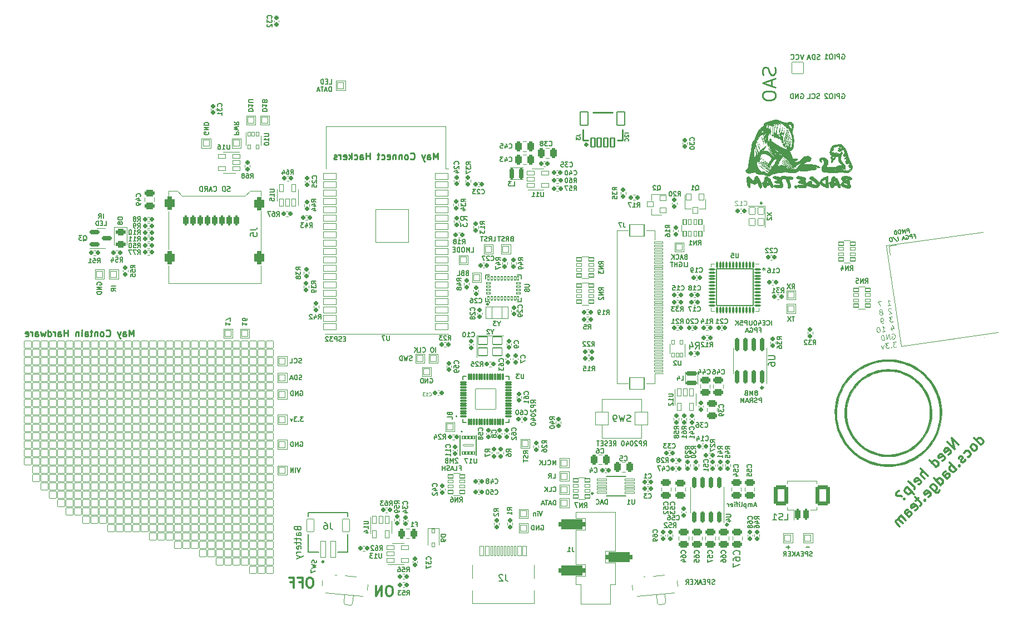
<source format=gbo>
G04 #@! TF.GenerationSoftware,KiCad,Pcbnew,(6.0.4)*
G04 #@! TF.CreationDate,2022-04-24T21:13:03+02:00*
G04 #@! TF.ProjectId,mch2022,6d636832-3032-4322-9e6b-696361645f70,Final*
G04 #@! TF.SameCoordinates,Original*
G04 #@! TF.FileFunction,Legend,Bot*
G04 #@! TF.FilePolarity,Positive*
%FSLAX46Y46*%
G04 Gerber Fmt 4.6, Leading zero omitted, Abs format (unit mm)*
G04 Created by KiCad (PCBNEW (6.0.4)) date 2022-04-24 21:13:03*
%MOMM*%
%LPD*%
G01*
G04 APERTURE LIST*
G04 Aperture macros list*
%AMRoundRect*
0 Rectangle with rounded corners*
0 $1 Rounding radius*
0 $2 $3 $4 $5 $6 $7 $8 $9 X,Y pos of 4 corners*
0 Add a 4 corners polygon primitive as box body*
4,1,4,$2,$3,$4,$5,$6,$7,$8,$9,$2,$3,0*
0 Add four circle primitives for the rounded corners*
1,1,$1+$1,$2,$3*
1,1,$1+$1,$4,$5*
1,1,$1+$1,$6,$7*
1,1,$1+$1,$8,$9*
0 Add four rect primitives between the rounded corners*
20,1,$1+$1,$2,$3,$4,$5,0*
20,1,$1+$1,$4,$5,$6,$7,0*
20,1,$1+$1,$6,$7,$8,$9,0*
20,1,$1+$1,$8,$9,$2,$3,0*%
%AMHorizOval*
0 Thick line with rounded ends*
0 $1 width*
0 $2 $3 position (X,Y) of the first rounded end (center of the circle)*
0 $4 $5 position (X,Y) of the second rounded end (center of the circle)*
0 Add line between two ends*
20,1,$1,$2,$3,$4,$5,0*
0 Add two circle primitives to create the rounded ends*
1,1,$1,$2,$3*
1,1,$1,$4,$5*%
G04 Aperture macros list end*
%ADD10C,0.120000*%
%ADD11C,0.239605*%
%ADD12C,0.343981*%
%ADD13C,0.164727*%
%ADD14C,0.150000*%
%ADD15C,0.250000*%
%ADD16C,0.125000*%
%ADD17C,0.175000*%
%ADD18C,0.300000*%
%ADD19C,0.127000*%
%ADD20C,0.010000*%
%ADD21C,0.152400*%
%ADD22C,0.200000*%
%ADD23C,0.254000*%
%ADD24C,0.398780*%
%ADD25C,1.200000*%
%ADD26C,0.900000*%
%ADD27RoundRect,0.050000X-0.863600X0.863600X-0.863600X-0.863600X0.863600X-0.863600X0.863600X0.863600X0*%
%ADD28C,1.827200*%
%ADD29O,1.827200X1.827200*%
%ADD30RoundRect,0.185000X-0.135000X-0.185000X0.135000X-0.185000X0.135000X0.185000X-0.135000X0.185000X0*%
%ADD31RoundRect,0.190000X-0.140000X-0.170000X0.140000X-0.170000X0.140000X0.170000X-0.140000X0.170000X0*%
%ADD32RoundRect,0.185000X0.185000X-0.135000X0.185000X0.135000X-0.185000X0.135000X-0.185000X-0.135000X0*%
%ADD33RoundRect,0.190000X0.140000X0.170000X-0.140000X0.170000X-0.140000X-0.170000X0.140000X-0.170000X0*%
%ADD34RoundRect,0.050000X0.450000X0.400000X-0.450000X0.400000X-0.450000X-0.400000X0.450000X-0.400000X0*%
%ADD35RoundRect,0.050000X-0.400000X0.450000X-0.400000X-0.450000X0.400000X-0.450000X0.400000X0.450000X0*%
%ADD36RoundRect,0.050000X-0.400000X-0.250000X0.400000X-0.250000X0.400000X0.250000X-0.400000X0.250000X0*%
%ADD37RoundRect,0.050000X-0.400000X-0.200000X0.400000X-0.200000X0.400000X0.200000X-0.400000X0.200000X0*%
%ADD38C,1.300000*%
%ADD39RoundRect,0.425000X1.625000X0.375000X-1.625000X0.375000X-1.625000X-0.375000X1.625000X-0.375000X0*%
%ADD40RoundRect,0.050000X0.650000X-0.150000X0.650000X0.150000X-0.650000X0.150000X-0.650000X-0.150000X0*%
%ADD41RoundRect,0.050000X1.100000X-0.900000X1.100000X0.900000X-1.100000X0.900000X-1.100000X-0.900000X0*%
%ADD42RoundRect,0.050000X0.400000X0.250000X-0.400000X0.250000X-0.400000X-0.250000X0.400000X-0.250000X0*%
%ADD43RoundRect,0.050000X0.400000X0.200000X-0.400000X0.200000X-0.400000X-0.200000X0.400000X-0.200000X0*%
%ADD44RoundRect,0.050000X0.723431X0.960025X-0.960025X0.723431X-0.723431X-0.960025X0.960025X-0.723431X0*%
%ADD45HorizOval,1.800000X0.000000X0.000000X0.000000X0.000000X0*%
%ADD46RoundRect,0.185000X0.135000X0.185000X-0.135000X0.185000X-0.135000X-0.185000X0.135000X-0.185000X0*%
%ADD47RoundRect,0.050000X0.200000X-0.325000X0.200000X0.325000X-0.200000X0.325000X-0.200000X-0.325000X0*%
%ADD48RoundRect,0.112500X0.375000X0.062500X-0.375000X0.062500X-0.375000X-0.062500X0.375000X-0.062500X0*%
%ADD49RoundRect,0.112500X0.062500X0.375000X-0.062500X0.375000X-0.062500X-0.375000X0.062500X-0.375000X0*%
%ADD50RoundRect,0.050000X2.800000X2.800000X-2.800000X2.800000X-2.800000X-2.800000X2.800000X-2.800000X0*%
%ADD51RoundRect,0.190000X-0.170000X0.140000X-0.170000X-0.140000X0.170000X-0.140000X0.170000X0.140000X0*%
%ADD52RoundRect,0.190000X0.170000X-0.140000X0.170000X0.140000X-0.170000X0.140000X-0.170000X-0.140000X0*%
%ADD53RoundRect,0.050000X-0.225000X0.300000X-0.225000X-0.300000X0.225000X-0.300000X0.225000X0.300000X0*%
%ADD54RoundRect,0.185000X-0.185000X0.135000X-0.185000X-0.135000X0.185000X-0.135000X0.185000X0.135000X0*%
%ADD55RoundRect,0.050000X-0.500000X-0.500000X0.500000X-0.500000X0.500000X0.500000X-0.500000X0.500000X0*%
%ADD56RoundRect,0.050000X-0.200000X0.325000X-0.200000X-0.325000X0.200000X-0.325000X0.200000X0.325000X0*%
%ADD57RoundRect,0.293750X-0.243750X-0.456250X0.243750X-0.456250X0.243750X0.456250X-0.243750X0.456250X0*%
%ADD58RoundRect,0.050000X-0.500000X-0.900000X0.500000X-0.900000X0.500000X0.900000X-0.500000X0.900000X0*%
%ADD59RoundRect,0.050000X-0.150000X-0.250000X0.150000X-0.250000X0.150000X0.250000X-0.150000X0.250000X0*%
%ADD60RoundRect,0.050000X-0.250000X0.150000X-0.250000X-0.150000X0.250000X-0.150000X0.250000X0.150000X0*%
%ADD61RoundRect,0.050000X-0.530000X-0.325000X0.530000X-0.325000X0.530000X0.325000X-0.530000X0.325000X0*%
%ADD62C,1.000000*%
%ADD63RoundRect,0.050000X0.532960X0.354900X-0.463235X0.442056X-0.532960X-0.354900X0.463235X-0.442056X0*%
%ADD64RoundRect,0.050000X0.414035X0.716642X-0.283301X0.777651X-0.414035X-0.716642X0.283301X-0.777651X0*%
%ADD65RoundRect,0.050000X0.325000X-0.530000X0.325000X0.530000X-0.325000X0.530000X-0.325000X-0.530000X0*%
%ADD66RoundRect,0.300000X-0.475000X0.250000X-0.475000X-0.250000X0.475000X-0.250000X0.475000X0.250000X0*%
%ADD67RoundRect,0.050000X0.250000X-0.400000X0.250000X0.400000X-0.250000X0.400000X-0.250000X-0.400000X0*%
%ADD68RoundRect,0.050000X0.200000X-0.400000X0.200000X0.400000X-0.200000X0.400000X-0.200000X-0.400000X0*%
%ADD69RoundRect,0.200000X0.150000X-0.825000X0.150000X0.825000X-0.150000X0.825000X-0.150000X-0.825000X0*%
%ADD70RoundRect,0.050000X-0.700000X-0.600000X0.700000X-0.600000X0.700000X0.600000X-0.700000X0.600000X0*%
%ADD71RoundRect,0.300000X-0.250000X-0.475000X0.250000X-0.475000X0.250000X0.475000X-0.250000X0.475000X0*%
%ADD72RoundRect,0.071000X-0.729000X-0.129000X0.729000X-0.129000X0.729000X0.129000X-0.729000X0.129000X0*%
%ADD73RoundRect,0.050000X0.530000X0.325000X-0.530000X0.325000X-0.530000X-0.325000X0.530000X-0.325000X0*%
%ADD74RoundRect,0.187500X-0.137500X-0.662500X0.137500X-0.662500X0.137500X0.662500X-0.137500X0.662500X0*%
%ADD75RoundRect,0.300000X0.250000X0.475000X-0.250000X0.475000X-0.250000X-0.475000X0.250000X-0.475000X0*%
%ADD76RoundRect,0.050000X-0.325000X0.530000X-0.325000X-0.530000X0.325000X-0.530000X0.325000X0.530000X0*%
%ADD77RoundRect,0.187500X-0.662500X0.137500X-0.662500X-0.137500X0.662500X-0.137500X0.662500X0.137500X0*%
%ADD78RoundRect,0.300000X0.475000X-0.250000X0.475000X0.250000X-0.475000X0.250000X-0.475000X-0.250000X0*%
%ADD79RoundRect,0.050000X0.500000X0.500000X-0.500000X0.500000X-0.500000X-0.500000X0.500000X-0.500000X0*%
%ADD80RoundRect,0.250000X-0.200000X-0.550000X0.200000X-0.550000X0.200000X0.550000X-0.200000X0.550000X0*%
%ADD81RoundRect,0.425000X-0.375000X-0.625000X0.375000X-0.625000X0.375000X0.625000X-0.375000X0.625000X0*%
%ADD82RoundRect,0.050000X-0.500000X0.500000X-0.500000X-0.500000X0.500000X-0.500000X0.500000X0.500000X0*%
%ADD83RoundRect,0.056000X-0.414000X-0.094000X0.414000X-0.094000X0.414000X0.094000X-0.414000X0.094000X0*%
%ADD84RoundRect,0.070000X-0.080000X-0.400000X0.080000X-0.400000X0.080000X0.400000X-0.080000X0.400000X0*%
%ADD85RoundRect,0.050000X-1.550000X-1.550000X1.550000X-1.550000X1.550000X1.550000X-1.550000X1.550000X0*%
%ADD86RoundRect,0.050000X1.000000X0.450000X-1.000000X0.450000X-1.000000X-0.450000X1.000000X-0.450000X0*%
%ADD87RoundRect,0.050000X-1.000000X-0.450000X1.000000X-0.450000X1.000000X0.450000X-1.000000X0.450000X0*%
%ADD88RoundRect,0.050000X2.500000X2.500000X-2.500000X2.500000X-2.500000X-2.500000X2.500000X-2.500000X0*%
%ADD89RoundRect,0.050000X-0.175000X0.245000X-0.175000X-0.245000X0.175000X-0.245000X0.175000X0.245000X0*%
%ADD90RoundRect,0.050000X0.175000X-0.245000X0.175000X0.245000X-0.175000X0.245000X-0.175000X-0.245000X0*%
%ADD91RoundRect,0.050000X-0.800000X0.100000X-0.800000X-0.100000X0.800000X-0.100000X0.800000X0.100000X0*%
%ADD92RoundRect,0.050000X-0.450000X0.550000X-0.450000X-0.550000X0.450000X-0.550000X0.450000X0.550000X0*%
%ADD93RoundRect,0.101600X-0.299720X-0.674370X0.299720X-0.674370X0.299720X0.674370X-0.299720X0.674370X0*%
%ADD94RoundRect,0.101600X-0.599440X-0.999490X0.599440X-0.999490X0.599440X0.999490X-0.599440X0.999490X0*%
%ADD95RoundRect,0.050000X1.000000X1.000000X-1.000000X1.000000X-1.000000X-1.000000X1.000000X-1.000000X0*%
%ADD96RoundRect,0.050000X-1.000000X-1.000000X1.000000X-1.000000X1.000000X1.000000X-1.000000X1.000000X0*%
%ADD97RoundRect,0.050000X0.350000X1.250000X-0.350000X1.250000X-0.350000X-1.250000X0.350000X-1.250000X0*%
%ADD98RoundRect,0.050000X0.550000X0.950000X-0.550000X0.950000X-0.550000X-0.950000X0.550000X-0.950000X0*%
%ADD99RoundRect,0.200000X0.150000X-0.675000X0.150000X0.675000X-0.150000X0.675000X-0.150000X-0.675000X0*%
%ADD100C,2.000000*%
%ADD101RoundRect,0.250000X-0.200000X-0.600000X0.200000X-0.600000X0.200000X0.600000X-0.200000X0.600000X0*%
%ADD102RoundRect,0.300001X-0.799999X-1.249999X0.799999X-1.249999X0.799999X1.249999X-0.799999X1.249999X0*%
%ADD103RoundRect,0.050000X0.533400X0.533400X-0.533400X0.533400X-0.533400X-0.533400X0.533400X-0.533400X0*%
%ADD104RoundRect,0.200000X-0.587500X-0.150000X0.587500X-0.150000X0.587500X0.150000X-0.587500X0.150000X0*%
%ADD105RoundRect,0.293750X-0.456250X0.243750X-0.456250X-0.243750X0.456250X-0.243750X0.456250X0.243750X0*%
%ADD106RoundRect,0.050000X0.463235X0.442056X-0.532960X0.354900X-0.463235X-0.442056X0.532960X-0.354900X0*%
%ADD107RoundRect,0.050000X0.283301X0.777651X-0.414035X0.716642X-0.283301X-0.777651X0.414035X-0.716642X0*%
%ADD108C,0.750000*%
%ADD109RoundRect,0.050000X0.300000X0.725000X-0.300000X0.725000X-0.300000X-0.725000X0.300000X-0.725000X0*%
%ADD110RoundRect,0.050000X0.150000X0.725000X-0.150000X0.725000X-0.150000X-0.725000X0.150000X-0.725000X0*%
%ADD111O,1.100000X1.700000*%
%ADD112O,1.100000X2.200000*%
G04 APERTURE END LIST*
D10*
X60572650Y-8826500D02*
X58299350Y6540500D01*
D11*
X39362802Y12954000D02*
G75*
G03*
X39362802Y12954000I-119802J0D01*
G01*
D10*
X73139360Y-7470000D02*
X73144440Y-7470000D01*
D12*
X34207990Y-35941000D02*
G75*
G03*
X34207990Y-35941000I-171990J0D01*
G01*
X39541990Y-15113000D02*
G75*
G03*
X39541990Y-15113000I-171990J0D01*
G01*
D10*
X60587890Y-8787130D02*
X75302110Y-6706870D01*
D11*
X-2293198Y-2413000D02*
G75*
G03*
X-2293198Y-2413000I-119802J0D01*
G01*
D10*
X58299350Y6540500D02*
X73033890Y8577580D01*
D13*
X39731763Y2895600D02*
G75*
G03*
X39731763Y2895600I-82363J0D01*
G01*
D10*
X39867441Y2895600D02*
G75*
G03*
X39867441Y2895600I-218041J0D01*
G01*
D14*
X61779996Y8492590D02*
X61696492Y9086751D01*
X61470145Y9054940D01*
X61417534Y9018694D01*
X61393217Y8986424D01*
X61372877Y8925861D01*
X61384806Y8840981D01*
X61421052Y8788370D01*
X61453322Y8764053D01*
X61513885Y8743713D01*
X61740232Y8775524D01*
X61185835Y8409086D02*
X61102331Y9003247D01*
X60963923Y8551012D01*
X60706224Y8947578D01*
X60789728Y8353417D01*
X60310116Y8891909D02*
X60196943Y8876003D01*
X60144333Y8839757D01*
X60095699Y8775217D01*
X60083311Y8658068D01*
X60111145Y8460014D01*
X60155344Y8350817D01*
X60219884Y8302183D01*
X60280447Y8281842D01*
X60393620Y8297748D01*
X60446231Y8333994D01*
X60494865Y8398533D01*
X60507253Y8515683D01*
X60479418Y8713737D01*
X60435219Y8822934D01*
X60370680Y8871568D01*
X60310116Y8891909D01*
X59884340Y8226173D02*
X59800836Y8820334D01*
X59659369Y8800452D01*
X59578465Y8760229D01*
X59529831Y8695690D01*
X59509491Y8635127D01*
X59497103Y8517977D01*
X59509032Y8433097D01*
X59553231Y8323900D01*
X59589477Y8271289D01*
X59654016Y8222655D01*
X59742873Y8206291D01*
X59884340Y8226173D01*
X62521444Y7938675D02*
X62719498Y7966509D01*
X62763238Y7655282D02*
X62679734Y8249443D01*
X62396800Y8209679D01*
X62253957Y7583708D02*
X62170453Y8177868D01*
X61944106Y8146057D01*
X61891496Y8109811D01*
X61867179Y8077542D01*
X61846838Y8016978D01*
X61858767Y7932098D01*
X61895013Y7879488D01*
X61927283Y7855171D01*
X61987846Y7834830D01*
X62214193Y7866641D01*
X61269042Y8022331D02*
X61321652Y8058577D01*
X61406532Y8070506D01*
X61495389Y8054142D01*
X61559928Y8005508D01*
X61596174Y7952898D01*
X61640373Y7843701D01*
X61652302Y7758820D01*
X61639914Y7641671D01*
X61619574Y7581107D01*
X61570940Y7516568D01*
X61490036Y7476345D01*
X61433449Y7468393D01*
X61344593Y7484757D01*
X61312323Y7509074D01*
X61284488Y7707128D01*
X61397662Y7723033D01*
X61070071Y7590436D02*
X60787137Y7550673D01*
X61150516Y7428629D02*
X60868958Y7994955D01*
X60754408Y7372960D01*
X60103661Y7281503D02*
X60020157Y7875664D01*
X59308846Y7804548D02*
X59925489Y7112202D01*
X59001595Y7732514D02*
X58888422Y7716609D01*
X58835812Y7680363D01*
X58787178Y7615823D01*
X58774790Y7498673D01*
X58802624Y7300620D01*
X58846823Y7191423D01*
X58911363Y7142789D01*
X58971926Y7122448D01*
X59085099Y7138354D01*
X59137710Y7174600D01*
X59186344Y7239139D01*
X59198732Y7356289D01*
X59170897Y7554343D01*
X59126698Y7663540D01*
X59062159Y7712174D01*
X59001595Y7732514D01*
D15*
X41332743Y33604030D02*
X41427981Y33318316D01*
X41427981Y32842125D01*
X41332743Y32651649D01*
X41237505Y32556411D01*
X41047029Y32461173D01*
X40856553Y32461173D01*
X40666077Y32556411D01*
X40570839Y32651649D01*
X40475600Y32842125D01*
X40380362Y33223078D01*
X40285124Y33413554D01*
X40189886Y33508792D01*
X39999410Y33604030D01*
X39808934Y33604030D01*
X39618458Y33508792D01*
X39523220Y33413554D01*
X39427981Y33223078D01*
X39427981Y32746887D01*
X39523220Y32461173D01*
X40856553Y31699268D02*
X40856553Y30746887D01*
X41427981Y31889744D02*
X39427981Y31223078D01*
X41427981Y30556411D01*
X39427981Y29508792D02*
X39427981Y29127840D01*
X39523220Y28937363D01*
X39713696Y28746887D01*
X40094648Y28651649D01*
X40761315Y28651649D01*
X41142267Y28746887D01*
X41332743Y28937363D01*
X41427981Y29127840D01*
X41427981Y29508792D01*
X41332743Y29699268D01*
X41142267Y29889744D01*
X40761315Y29984982D01*
X40094648Y29984982D01*
X39713696Y29889744D01*
X39523220Y29699268D01*
X39427981Y29508792D01*
D14*
X-41596991Y14801948D02*
X-41704134Y14766234D01*
X-41882705Y14766234D01*
X-41954134Y14801948D01*
X-41989848Y14837662D01*
X-42025562Y14909091D01*
X-42025562Y14980520D01*
X-41989848Y15051948D01*
X-41954134Y15087662D01*
X-41882705Y15123377D01*
X-41739848Y15159091D01*
X-41668420Y15194805D01*
X-41632705Y15230520D01*
X-41596991Y15301948D01*
X-41596991Y15373377D01*
X-41632705Y15444805D01*
X-41668420Y15480520D01*
X-41739848Y15516234D01*
X-41918420Y15516234D01*
X-42025562Y15480520D01*
X-42346991Y14766234D02*
X-42346991Y15516234D01*
X-42525562Y15516234D01*
X-42632705Y15480520D01*
X-42704134Y15409091D01*
X-42739848Y15337662D01*
X-42775562Y15194805D01*
X-42775562Y15087662D01*
X-42739848Y14944805D01*
X-42704134Y14873377D01*
X-42632705Y14801948D01*
X-42525562Y14766234D01*
X-42346991Y14766234D01*
X-44096991Y14837662D02*
X-44061277Y14801948D01*
X-43954134Y14766234D01*
X-43882705Y14766234D01*
X-43775562Y14801948D01*
X-43704134Y14873377D01*
X-43668420Y14944805D01*
X-43632705Y15087662D01*
X-43632705Y15194805D01*
X-43668420Y15337662D01*
X-43704134Y15409091D01*
X-43775562Y15480520D01*
X-43882705Y15516234D01*
X-43954134Y15516234D01*
X-44061277Y15480520D01*
X-44096991Y15444805D01*
X-44382705Y14980520D02*
X-44739848Y14980520D01*
X-44311277Y14766234D02*
X-44561277Y15516234D01*
X-44811277Y14766234D01*
X-45489848Y14766234D02*
X-45239848Y15123377D01*
X-45061277Y14766234D02*
X-45061277Y15516234D01*
X-45346991Y15516234D01*
X-45418420Y15480520D01*
X-45454134Y15444805D01*
X-45489848Y15373377D01*
X-45489848Y15266234D01*
X-45454134Y15194805D01*
X-45418420Y15159091D01*
X-45346991Y15123377D01*
X-45061277Y15123377D01*
X-45811277Y14766234D02*
X-45811277Y15516234D01*
X-45989848Y15516234D01*
X-46096991Y15480520D01*
X-46168420Y15409091D01*
X-46204134Y15337662D01*
X-46239848Y15194805D01*
X-46239848Y15087662D01*
X-46204134Y14944805D01*
X-46168420Y14873377D01*
X-46096991Y14801948D01*
X-45989848Y14766234D01*
X-45811277Y14766234D01*
D16*
X58481179Y-2599856D02*
X58933873Y-2536234D01*
X58707526Y-2568045D02*
X58596187Y-1775831D01*
X58687542Y-1878401D01*
X58773594Y-1943246D01*
X58854345Y-1970367D01*
X57502177Y-1929584D02*
X56974034Y-2003810D01*
X57424893Y-2748308D01*
X59012393Y-3094934D02*
X58969366Y-3062511D01*
X58888616Y-3035390D01*
X58699993Y-3061900D01*
X58629846Y-3110228D01*
X58597423Y-3153254D01*
X58570303Y-3234005D01*
X58580906Y-3309454D01*
X58634536Y-3417326D01*
X59150852Y-3806398D01*
X58660434Y-3875321D01*
X57540526Y-3571079D02*
X57610673Y-3522751D01*
X57643096Y-3479724D01*
X57670216Y-3398973D01*
X57664915Y-3361249D01*
X57616586Y-3291102D01*
X57573560Y-3258679D01*
X57492809Y-3231558D01*
X57341911Y-3252766D01*
X57271764Y-3301094D01*
X57239341Y-3344120D01*
X57212221Y-3424871D01*
X57217522Y-3462595D01*
X57265851Y-3532743D01*
X57308877Y-3565165D01*
X57389628Y-3592286D01*
X57540526Y-3571079D01*
X57621277Y-3598200D01*
X57664303Y-3630622D01*
X57712631Y-3700769D01*
X57733838Y-3851667D01*
X57706718Y-3932418D01*
X57674295Y-3975445D01*
X57604148Y-4023773D01*
X57453250Y-4044980D01*
X57372499Y-4017859D01*
X57329473Y-3985437D01*
X57281144Y-3915289D01*
X57259937Y-3764391D01*
X57287058Y-3683641D01*
X57319481Y-3640614D01*
X57389628Y-3592286D01*
X59218769Y-4289648D02*
X58728350Y-4358572D01*
X59034836Y-4623255D01*
X58921663Y-4639161D01*
X58851516Y-4687489D01*
X58819093Y-4730515D01*
X58791972Y-4811266D01*
X58818481Y-4999888D01*
X58866809Y-5070036D01*
X58909836Y-5102458D01*
X58990587Y-5129579D01*
X59216934Y-5097768D01*
X59287081Y-5049440D01*
X59319503Y-5006414D01*
X57858852Y-5288634D02*
X57707954Y-5309841D01*
X57627203Y-5282721D01*
X57584177Y-5250298D01*
X57492822Y-5147728D01*
X57433890Y-5002132D01*
X57391476Y-4700336D01*
X57418596Y-4619585D01*
X57451019Y-4576559D01*
X57521166Y-4528231D01*
X57672064Y-4507023D01*
X57752815Y-4534144D01*
X57795841Y-4566567D01*
X57844170Y-4636714D01*
X57870679Y-4825336D01*
X57843558Y-4906087D01*
X57811135Y-4949114D01*
X57740988Y-4997442D01*
X57590090Y-5018649D01*
X57509339Y-4991528D01*
X57466313Y-4959106D01*
X57417985Y-4888958D01*
X59020167Y-5887505D02*
X59094393Y-6415648D01*
X59166375Y-5559200D02*
X59434525Y-6098558D01*
X58944106Y-6167482D01*
X57660862Y-6617117D02*
X58113556Y-6553495D01*
X57887209Y-6585306D02*
X57775870Y-5793092D01*
X57867225Y-5895662D01*
X57953277Y-5960507D01*
X58034028Y-5987628D01*
X57059105Y-5893827D02*
X56983656Y-5904430D01*
X56913509Y-5952759D01*
X56881086Y-5995785D01*
X56853965Y-6076536D01*
X56837448Y-6232736D01*
X56863957Y-6421358D01*
X56922889Y-6566954D01*
X56971217Y-6637101D01*
X57014243Y-6669524D01*
X57094994Y-6696645D01*
X57170443Y-6686041D01*
X57240590Y-6637713D01*
X57273013Y-6594687D01*
X57300134Y-6513936D01*
X57316651Y-6357736D01*
X57290142Y-6169114D01*
X57231210Y-6023517D01*
X57182882Y-5953370D01*
X57139856Y-5920948D01*
X57059105Y-5893827D01*
X59092162Y-6947226D02*
X59162309Y-6898898D01*
X59275483Y-6882993D01*
X59393958Y-6904812D01*
X59480011Y-6969657D01*
X59528339Y-7039804D01*
X59587271Y-7185400D01*
X59603176Y-7298574D01*
X59586659Y-7454774D01*
X59559538Y-7535525D01*
X59494693Y-7621577D01*
X59386821Y-7675207D01*
X59311372Y-7685811D01*
X59192897Y-7663992D01*
X59149870Y-7631569D01*
X59112758Y-7367498D01*
X59263656Y-7346290D01*
X58820954Y-7754735D02*
X58709615Y-6962520D01*
X58368260Y-7818357D01*
X58256921Y-7026142D01*
X57991015Y-7871375D02*
X57879676Y-7079161D01*
X57691054Y-7105670D01*
X57583182Y-7159300D01*
X57518337Y-7245352D01*
X57491216Y-7326103D01*
X57474699Y-7482303D01*
X57490604Y-7595477D01*
X57549536Y-7741073D01*
X57597864Y-7811220D01*
X57683917Y-7876065D01*
X57802392Y-7897884D01*
X57991015Y-7871375D01*
X59756534Y-8116043D02*
X59266115Y-8184967D01*
X59572601Y-8449650D01*
X59459428Y-8465556D01*
X59389281Y-8513884D01*
X59356858Y-8556910D01*
X59329737Y-8637661D01*
X59356246Y-8826283D01*
X59404574Y-8896431D01*
X59447601Y-8928853D01*
X59528352Y-8955974D01*
X59754699Y-8924163D01*
X59824846Y-8875835D01*
X59857268Y-8832809D01*
X59027330Y-8949449D02*
X58994907Y-8992475D01*
X59037933Y-9024898D01*
X59070356Y-8981872D01*
X59027330Y-8949449D01*
X59037933Y-9024898D01*
X58624799Y-8275098D02*
X58134380Y-8344022D01*
X58440866Y-8608705D01*
X58327693Y-8624611D01*
X58257546Y-8672939D01*
X58225123Y-8715965D01*
X58198002Y-8796716D01*
X58224511Y-8985338D01*
X58272840Y-9055486D01*
X58315866Y-9087908D01*
X58396617Y-9115029D01*
X58622964Y-9083218D01*
X58693111Y-9034890D01*
X58725534Y-8991864D01*
X57907422Y-8645206D02*
X57793025Y-9199858D01*
X57530177Y-8698225D01*
D17*
X-5512666Y2336000D02*
X-5612666Y2302666D01*
X-5646000Y2269333D01*
X-5679333Y2202666D01*
X-5679333Y2102666D01*
X-5646000Y2036000D01*
X-5612666Y2002666D01*
X-5546000Y1969333D01*
X-5279333Y1969333D01*
X-5279333Y2669333D01*
X-5512666Y2669333D01*
X-5579333Y2636000D01*
X-5612666Y2602666D01*
X-5646000Y2536000D01*
X-5646000Y2469333D01*
X-5612666Y2402666D01*
X-5579333Y2369333D01*
X-5512666Y2336000D01*
X-5279333Y2336000D01*
X-6212666Y2336000D02*
X-6312666Y2302666D01*
X-6346000Y2269333D01*
X-6379333Y2202666D01*
X-6379333Y2102666D01*
X-6346000Y2036000D01*
X-6312666Y2002666D01*
X-6246000Y1969333D01*
X-5979333Y1969333D01*
X-5979333Y2669333D01*
X-6212666Y2669333D01*
X-6279333Y2636000D01*
X-6312666Y2602666D01*
X-6346000Y2536000D01*
X-6346000Y2469333D01*
X-6312666Y2402666D01*
X-6279333Y2369333D01*
X-6212666Y2336000D01*
X-5979333Y2336000D01*
X-7012666Y1969333D02*
X-6679333Y1969333D01*
X-6679333Y2669333D01*
X-13909000Y-10951333D02*
X-14009000Y-10984666D01*
X-14175666Y-10984666D01*
X-14242333Y-10951333D01*
X-14275666Y-10918000D01*
X-14309000Y-10851333D01*
X-14309000Y-10784666D01*
X-14275666Y-10718000D01*
X-14242333Y-10684666D01*
X-14175666Y-10651333D01*
X-14042333Y-10618000D01*
X-13975666Y-10584666D01*
X-13942333Y-10551333D01*
X-13909000Y-10484666D01*
X-13909000Y-10418000D01*
X-13942333Y-10351333D01*
X-13975666Y-10318000D01*
X-14042333Y-10284666D01*
X-14209000Y-10284666D01*
X-14309000Y-10318000D01*
X-14542333Y-10284666D02*
X-14709000Y-10984666D01*
X-14842333Y-10484666D01*
X-14975666Y-10984666D01*
X-15142333Y-10284666D01*
X-15409000Y-10984666D02*
X-15409000Y-10284666D01*
X-15575666Y-10284666D01*
X-15675666Y-10318000D01*
X-15742333Y-10384666D01*
X-15775666Y-10451333D01*
X-15809000Y-10584666D01*
X-15809000Y-10684666D01*
X-15775666Y-10818000D01*
X-15742333Y-10884666D01*
X-15675666Y-10951333D01*
X-15575666Y-10984666D01*
X-15409000Y-10984666D01*
X-4879333Y5525333D02*
X-4546000Y5525333D01*
X-4546000Y6225333D01*
X-5112666Y5525333D02*
X-5112666Y6225333D01*
X-5346000Y5725333D01*
X-5579333Y6225333D01*
X-5579333Y5525333D01*
X-6046000Y6225333D02*
X-6179333Y6225333D01*
X-6246000Y6192000D01*
X-6312666Y6125333D01*
X-6346000Y5992000D01*
X-6346000Y5758666D01*
X-6312666Y5625333D01*
X-6246000Y5558666D01*
X-6179333Y5525333D01*
X-6046000Y5525333D01*
X-5979333Y5558666D01*
X-5912666Y5625333D01*
X-5879333Y5758666D01*
X-5879333Y5992000D01*
X-5912666Y6125333D01*
X-5979333Y6192000D01*
X-6046000Y6225333D01*
X-6646000Y5525333D02*
X-6646000Y6225333D01*
X-6812666Y6225333D01*
X-6912666Y6192000D01*
X-6979333Y6125333D01*
X-7012666Y6058666D01*
X-7046000Y5925333D01*
X-7046000Y5825333D01*
X-7012666Y5692000D01*
X-6979333Y5625333D01*
X-6912666Y5558666D01*
X-6812666Y5525333D01*
X-6646000Y5525333D01*
X-7346000Y5892000D02*
X-7579333Y5892000D01*
X-7679333Y5525333D02*
X-7346000Y5525333D01*
X-7346000Y6225333D01*
X-7679333Y6225333D01*
X-61818000Y533333D02*
X-61851333Y600000D01*
X-61851333Y700000D01*
X-61818000Y800000D01*
X-61751333Y866666D01*
X-61684666Y900000D01*
X-61551333Y933333D01*
X-61451333Y933333D01*
X-61318000Y900000D01*
X-61251333Y866666D01*
X-61184666Y800000D01*
X-61151333Y700000D01*
X-61151333Y633333D01*
X-61184666Y533333D01*
X-61218000Y500000D01*
X-61451333Y500000D01*
X-61451333Y633333D01*
X-61151333Y199999D02*
X-61851333Y200000D01*
X-61151333Y-200000D01*
X-61851333Y-199999D01*
X-61151333Y-533333D02*
X-61851333Y-533333D01*
X-61851333Y-700000D01*
X-61818000Y-800000D01*
X-61751333Y-866666D01*
X-61684666Y-900000D01*
X-61551333Y-933333D01*
X-61451333Y-933333D01*
X-61318000Y-900000D01*
X-61251333Y-866666D01*
X-61184666Y-800000D01*
X-61151333Y-700000D01*
X-61151333Y-533333D01*
D14*
X-6924000Y-25916833D02*
X-6957333Y-25883500D01*
X-7024000Y-25850166D01*
X-7190666Y-25850166D01*
X-7257333Y-25883500D01*
X-7290666Y-25916833D01*
X-7324000Y-25983500D01*
X-7324000Y-26050166D01*
X-7290666Y-26150166D01*
X-6890666Y-26550166D01*
X-7324000Y-26550166D01*
X-7624000Y-26550166D02*
X-7624000Y-25850166D01*
X-7857333Y-26350166D01*
X-8090666Y-25850166D01*
X-8090666Y-26550166D01*
X-8657333Y-26183500D02*
X-8757333Y-26216833D01*
X-8790666Y-26250166D01*
X-8824000Y-26316833D01*
X-8824000Y-26416833D01*
X-8790666Y-26483500D01*
X-8757333Y-26516833D01*
X-8690666Y-26550166D01*
X-8424000Y-26550166D01*
X-8424000Y-25850166D01*
X-8657333Y-25850166D01*
X-8724000Y-25883500D01*
X-8757333Y-25916833D01*
X-8790666Y-25983500D01*
X-8790666Y-26050166D01*
X-8757333Y-26116833D01*
X-8724000Y-26150166D01*
X-8657333Y-26183500D01*
X-8424000Y-26183500D01*
X-6690666Y-27310500D02*
X-6457333Y-27310500D01*
X-6457333Y-27677166D02*
X-6457333Y-26977166D01*
X-6790666Y-26977166D01*
X-7390666Y-27677166D02*
X-7057333Y-27677166D01*
X-7057333Y-26977166D01*
X-7590666Y-27477166D02*
X-7924000Y-27477166D01*
X-7524000Y-27677166D02*
X-7757333Y-26977166D01*
X-7990666Y-27677166D01*
X-8190666Y-27643833D02*
X-8290666Y-27677166D01*
X-8457333Y-27677166D01*
X-8524000Y-27643833D01*
X-8557333Y-27610500D01*
X-8590666Y-27543833D01*
X-8590666Y-27477166D01*
X-8557333Y-27410500D01*
X-8524000Y-27377166D01*
X-8457333Y-27343833D01*
X-8324000Y-27310500D01*
X-8257333Y-27277166D01*
X-8224000Y-27243833D01*
X-8190666Y-27177166D01*
X-8190666Y-27110500D01*
X-8224000Y-27043833D01*
X-8257333Y-27010500D01*
X-8324000Y-26977166D01*
X-8490666Y-26977166D01*
X-8590666Y-27010500D01*
X-8890666Y-27677166D02*
X-8890666Y-26977166D01*
X-8890666Y-27310500D02*
X-9290666Y-27310500D01*
X-9290666Y-27677166D02*
X-9290666Y-26977166D01*
X43916666Y-62666D02*
X44150000Y270666D01*
X44316666Y-62666D02*
X44316666Y637333D01*
X44050000Y637333D01*
X43983333Y604000D01*
X43950000Y570666D01*
X43916666Y504000D01*
X43916666Y403999D01*
X43950000Y337333D01*
X43983333Y304000D01*
X44050000Y270666D01*
X44316666Y270666D01*
X43683333Y637333D02*
X43216666Y-62666D01*
X43216666Y637333D02*
X43683333Y-62666D01*
D17*
X-40956666Y23394416D02*
X-40256666Y23394416D01*
X-40256666Y23661083D01*
X-40290000Y23727750D01*
X-40323333Y23761083D01*
X-40390000Y23794416D01*
X-40490000Y23794416D01*
X-40556666Y23761083D01*
X-40590000Y23727750D01*
X-40623333Y23661083D01*
X-40623333Y23394416D01*
X-40256666Y24027750D02*
X-40956666Y24194416D01*
X-40456666Y24327750D01*
X-40956666Y24461083D01*
X-40256666Y24627750D01*
X-40956666Y25294416D02*
X-40623333Y25061083D01*
X-40956666Y24894416D02*
X-40256666Y24894416D01*
X-40256666Y25161083D01*
X-40290000Y25227750D01*
X-40323333Y25261083D01*
X-40390000Y25294416D01*
X-40490000Y25294416D01*
X-40556666Y25261083D01*
X-40590000Y25227750D01*
X-40623333Y25161083D01*
X-40623333Y24894416D01*
X-38797666Y26950416D02*
X-38097666Y26950416D01*
X-38097666Y27117083D01*
X-38131000Y27217083D01*
X-38197666Y27283750D01*
X-38264333Y27317083D01*
X-38397666Y27350416D01*
X-38497666Y27350416D01*
X-38631000Y27317083D01*
X-38697666Y27283750D01*
X-38764333Y27217083D01*
X-38797666Y27117083D01*
X-38797666Y26950416D01*
X-38797666Y28017083D02*
X-38797666Y27617083D01*
X-38797666Y27817083D02*
X-38097666Y27817083D01*
X-38197666Y27750416D01*
X-38264333Y27683750D01*
X-38297666Y27617083D01*
X-38097666Y28317083D02*
X-38664333Y28317083D01*
X-38731000Y28350416D01*
X-38764333Y28383750D01*
X-38797666Y28450416D01*
X-38797666Y28583750D01*
X-38764333Y28650416D01*
X-38731000Y28683750D01*
X-38664333Y28717083D01*
X-38097666Y28717083D01*
X-44887860Y23761083D02*
X-44854526Y23694416D01*
X-44854526Y23594416D01*
X-44887860Y23494416D01*
X-44954526Y23427750D01*
X-45021193Y23394416D01*
X-45154526Y23361083D01*
X-45254526Y23361083D01*
X-45387860Y23394416D01*
X-45454526Y23427750D01*
X-45521193Y23494416D01*
X-45554526Y23594416D01*
X-45554526Y23661083D01*
X-45521193Y23761083D01*
X-45487860Y23794416D01*
X-45254526Y23794416D01*
X-45254526Y23661083D01*
X-45554526Y24094416D02*
X-44854526Y24094416D01*
X-45554526Y24494416D01*
X-44854526Y24494416D01*
X-45554526Y24827750D02*
X-44854526Y24827750D01*
X-44854526Y24994416D01*
X-44887860Y25094416D01*
X-44954526Y25161083D01*
X-45021193Y25194416D01*
X-45154526Y25227750D01*
X-45254526Y25227750D01*
X-45387860Y25194416D01*
X-45454526Y25161083D01*
X-45521193Y25094416D01*
X-45554526Y24994416D01*
X-45554526Y24827750D01*
X-30925250Y-23399000D02*
X-30858583Y-23365666D01*
X-30758583Y-23365666D01*
X-30658583Y-23399000D01*
X-30591916Y-23465666D01*
X-30558583Y-23532333D01*
X-30525250Y-23665666D01*
X-30525250Y-23765666D01*
X-30558583Y-23899000D01*
X-30591916Y-23965666D01*
X-30658583Y-24032333D01*
X-30758583Y-24065666D01*
X-30825250Y-24065666D01*
X-30925250Y-24032333D01*
X-30958583Y-23999000D01*
X-30958583Y-23765666D01*
X-30825250Y-23765666D01*
X-31258583Y-24065666D02*
X-31258583Y-23365666D01*
X-31658583Y-24065666D01*
X-31658583Y-23365666D01*
X-31991916Y-24065666D02*
X-31991916Y-23365666D01*
X-32158583Y-23365666D01*
X-32258583Y-23399000D01*
X-32325250Y-23465666D01*
X-32358583Y-23532333D01*
X-32391916Y-23665666D01*
X-32391916Y-23765666D01*
X-32358583Y-23899000D01*
X-32325250Y-23965666D01*
X-32258583Y-24032333D01*
X-32158583Y-24065666D01*
X-31991916Y-24065666D01*
X5923666Y-33906666D02*
X5690333Y-34606666D01*
X5457000Y-33906666D01*
X5223666Y-34606666D02*
X5223666Y-34140000D01*
X5223666Y-33906666D02*
X5257000Y-33940000D01*
X5223666Y-33973333D01*
X5190333Y-33940000D01*
X5223666Y-33906666D01*
X5223666Y-33973333D01*
X4890333Y-34140000D02*
X4890333Y-34606666D01*
X4890333Y-34206666D02*
X4857000Y-34173333D01*
X4790333Y-34140000D01*
X4690333Y-34140000D01*
X4623666Y-34173333D01*
X4590333Y-34240000D01*
X4590333Y-34606666D01*
X1281000Y7543000D02*
X1181000Y7509666D01*
X1147666Y7476333D01*
X1114333Y7409666D01*
X1114333Y7309666D01*
X1147666Y7243000D01*
X1181000Y7209666D01*
X1247666Y7176333D01*
X1514333Y7176333D01*
X1514333Y7876333D01*
X1281000Y7876333D01*
X1214333Y7843000D01*
X1181000Y7809666D01*
X1147666Y7743000D01*
X1147666Y7676333D01*
X1181000Y7609666D01*
X1214333Y7576333D01*
X1281000Y7543000D01*
X1514333Y7543000D01*
X414333Y7176333D02*
X647666Y7509666D01*
X814333Y7176333D02*
X814333Y7876333D01*
X547666Y7876333D01*
X481000Y7843000D01*
X447666Y7809666D01*
X414333Y7743000D01*
X414333Y7643000D01*
X447666Y7576333D01*
X481000Y7543000D01*
X547666Y7509666D01*
X814333Y7509666D01*
X147666Y7209666D02*
X47666Y7176333D01*
X-119000Y7176333D01*
X-185666Y7209666D01*
X-219000Y7243000D01*
X-252333Y7309666D01*
X-252333Y7376333D01*
X-219000Y7443000D01*
X-185666Y7476333D01*
X-119000Y7509666D01*
X14333Y7543000D01*
X81000Y7576333D01*
X114333Y7609666D01*
X147666Y7676333D01*
X147666Y7743000D01*
X114333Y7809666D01*
X81000Y7843000D01*
X14333Y7876333D01*
X-152333Y7876333D01*
X-252333Y7843000D01*
X-452333Y7876333D02*
X-852333Y7876333D01*
X-652333Y7176333D02*
X-652333Y7876333D01*
X46597666Y-39364500D02*
X46064333Y-39364500D01*
X43597666Y-39364500D02*
X43064333Y-39364500D01*
X43331000Y-39631166D02*
X43331000Y-39097833D01*
X47014333Y-40724833D02*
X46914333Y-40758166D01*
X46747666Y-40758166D01*
X46681000Y-40724833D01*
X46647666Y-40691500D01*
X46614333Y-40624833D01*
X46614333Y-40558166D01*
X46647666Y-40491500D01*
X46681000Y-40458166D01*
X46747666Y-40424833D01*
X46881000Y-40391500D01*
X46947666Y-40358166D01*
X46981000Y-40324833D01*
X47014333Y-40258166D01*
X47014333Y-40191500D01*
X46981000Y-40124833D01*
X46947666Y-40091500D01*
X46881000Y-40058166D01*
X46714333Y-40058166D01*
X46614333Y-40091500D01*
X46314333Y-40758166D02*
X46314333Y-40058166D01*
X46047666Y-40058166D01*
X45981000Y-40091500D01*
X45947666Y-40124833D01*
X45914333Y-40191500D01*
X45914333Y-40291500D01*
X45947666Y-40358166D01*
X45981000Y-40391500D01*
X46047666Y-40424833D01*
X46314333Y-40424833D01*
X45614333Y-40391500D02*
X45381000Y-40391500D01*
X45281000Y-40758166D02*
X45614333Y-40758166D01*
X45614333Y-40058166D01*
X45281000Y-40058166D01*
X45014333Y-40558166D02*
X44681000Y-40558166D01*
X45081000Y-40758166D02*
X44847666Y-40058166D01*
X44614333Y-40758166D01*
X44381000Y-40758166D02*
X44381000Y-40058166D01*
X43981000Y-40758166D02*
X44281000Y-40358166D01*
X43981000Y-40058166D02*
X44381000Y-40458166D01*
X43681000Y-40391500D02*
X43447666Y-40391500D01*
X43347666Y-40758166D02*
X43681000Y-40758166D01*
X43681000Y-40058166D01*
X43347666Y-40058166D01*
X42647666Y-40758166D02*
X42881000Y-40424833D01*
X43047666Y-40758166D02*
X43047666Y-40058166D01*
X42781000Y-40058166D01*
X42714333Y-40091500D01*
X42681000Y-40124833D01*
X42647666Y-40191500D01*
X42647666Y-40291500D01*
X42681000Y-40358166D01*
X42714333Y-40391500D01*
X42781000Y-40424833D01*
X43047666Y-40424833D01*
X-30925250Y-27302666D02*
X-31158583Y-28002666D01*
X-31391916Y-27302666D01*
X-31625250Y-28002666D02*
X-31625250Y-27302666D01*
X-31958583Y-28002666D02*
X-31958583Y-27302666D01*
X-32358583Y-28002666D01*
X-32358583Y-27302666D01*
X-58992333Y350000D02*
X-59692333Y350000D01*
X-58992333Y-383333D02*
X-59325666Y-150000D01*
X-58992333Y16666D02*
X-59692333Y16666D01*
X-59692333Y-249999D01*
X-59659000Y-316666D01*
X-59625666Y-350000D01*
X-59559000Y-383333D01*
X-59459000Y-383333D01*
X-59392333Y-350000D01*
X-59359000Y-316666D01*
X-59325666Y-250000D01*
X-59325666Y16666D01*
X5740333Y-36099000D02*
X5807000Y-36065666D01*
X5907000Y-36065666D01*
X6007000Y-36099000D01*
X6073666Y-36165666D01*
X6107000Y-36232333D01*
X6140333Y-36365666D01*
X6140333Y-36465666D01*
X6107000Y-36599000D01*
X6073666Y-36665666D01*
X6007000Y-36732333D01*
X5907000Y-36765666D01*
X5840333Y-36765666D01*
X5740333Y-36732333D01*
X5707000Y-36699000D01*
X5707000Y-36465666D01*
X5840333Y-36465666D01*
X5407000Y-36765666D02*
X5407000Y-36065666D01*
X5007000Y-36765666D01*
X5007000Y-36065666D01*
X4673666Y-36765666D02*
X4673666Y-36065666D01*
X4507000Y-36065666D01*
X4407000Y-36099000D01*
X4340333Y-36165666D01*
X4307000Y-36232333D01*
X4273666Y-36365666D01*
X4273666Y-36465666D01*
X4307000Y-36599000D01*
X4340333Y-36665666D01*
X4407000Y-36732333D01*
X4507000Y-36765666D01*
X4673666Y-36765666D01*
X-36638666Y26950416D02*
X-35938666Y26950416D01*
X-35938666Y27117083D01*
X-35972000Y27217083D01*
X-36038666Y27283750D01*
X-36105333Y27317083D01*
X-36238666Y27350416D01*
X-36338666Y27350416D01*
X-36472000Y27317083D01*
X-36538666Y27283750D01*
X-36605333Y27217083D01*
X-36638666Y27117083D01*
X-36638666Y26950416D01*
X-36638666Y28017083D02*
X-36638666Y27617083D01*
X-36638666Y27817083D02*
X-35938666Y27817083D01*
X-36038666Y27750416D01*
X-36105333Y27683750D01*
X-36138666Y27617083D01*
X-36272000Y28550416D02*
X-36305333Y28650416D01*
X-36338666Y28683750D01*
X-36405333Y28717083D01*
X-36505333Y28717083D01*
X-36572000Y28683750D01*
X-36605333Y28650416D01*
X-36638666Y28583750D01*
X-36638666Y28317083D01*
X-35938666Y28317083D01*
X-35938666Y28550416D01*
X-35972000Y28617083D01*
X-36005333Y28650416D01*
X-36072000Y28683750D01*
X-36138666Y28683750D01*
X-36205333Y28650416D01*
X-36238666Y28617083D01*
X-36272000Y28550416D01*
X-36272000Y28317083D01*
D14*
X-60864000Y10660833D02*
X-60864000Y11360833D01*
X-61597333Y10660833D02*
X-61364000Y10994166D01*
X-61197333Y10660833D02*
X-61197333Y11360833D01*
X-61464000Y11360833D01*
X-61530666Y11327500D01*
X-61564000Y11294166D01*
X-61597333Y11227500D01*
X-61597333Y11127500D01*
X-61564000Y11060833D01*
X-61530666Y11027500D01*
X-61464000Y10994166D01*
X-61197333Y10994166D01*
X-60764000Y9533833D02*
X-60430666Y9533833D01*
X-60430666Y10233833D01*
X-60997333Y9900500D02*
X-61230666Y9900500D01*
X-61330666Y9533833D02*
X-60997333Y9533833D01*
X-60997333Y10233833D01*
X-61330666Y10233833D01*
X-61630666Y9533833D02*
X-61630666Y10233833D01*
X-61797333Y10233833D01*
X-61897333Y10200500D01*
X-61964000Y10133833D01*
X-61997333Y10067166D01*
X-62030666Y9933833D01*
X-62030666Y9833833D01*
X-61997333Y9700500D01*
X-61964000Y9633833D01*
X-61897333Y9567166D01*
X-61797333Y9533833D01*
X-61630666Y9533833D01*
D17*
X-8178000Y-19070666D02*
X-8144666Y-19170666D01*
X-8111333Y-19204000D01*
X-8044666Y-19237333D01*
X-7944666Y-19237333D01*
X-7878000Y-19204000D01*
X-7844666Y-19170666D01*
X-7811333Y-19104000D01*
X-7811333Y-18837333D01*
X-8511333Y-18837333D01*
X-8511333Y-19070666D01*
X-8478000Y-19137333D01*
X-8444666Y-19170666D01*
X-8378000Y-19204000D01*
X-8311333Y-19204000D01*
X-8244666Y-19170666D01*
X-8211333Y-19137333D01*
X-8178000Y-19070666D01*
X-8178000Y-18837333D01*
X-7811333Y-19870666D02*
X-7811333Y-19537333D01*
X-8511333Y-19537333D01*
D14*
X38535666Y-15863166D02*
X38602333Y-15829833D01*
X38635666Y-15796500D01*
X38669000Y-15729833D01*
X38669000Y-15696500D01*
X38635666Y-15629833D01*
X38602333Y-15596500D01*
X38535666Y-15563166D01*
X38402333Y-15563166D01*
X38335666Y-15596500D01*
X38302333Y-15629833D01*
X38269000Y-15696500D01*
X38269000Y-15729833D01*
X38302333Y-15796500D01*
X38335666Y-15829833D01*
X38402333Y-15863166D01*
X38535666Y-15863166D01*
X38602333Y-15896500D01*
X38635666Y-15929833D01*
X38669000Y-15996500D01*
X38669000Y-16129833D01*
X38635666Y-16196500D01*
X38602333Y-16229833D01*
X38535666Y-16263166D01*
X38402333Y-16263166D01*
X38335666Y-16229833D01*
X38302333Y-16196500D01*
X38269000Y-16129833D01*
X38269000Y-15996500D01*
X38302333Y-15929833D01*
X38335666Y-15896500D01*
X38402333Y-15863166D01*
X37969000Y-16263166D02*
X37969000Y-15563166D01*
X37735666Y-16063166D01*
X37502333Y-15563166D01*
X37502333Y-16263166D01*
X36935666Y-15896500D02*
X36835666Y-15929833D01*
X36802333Y-15963166D01*
X36769000Y-16029833D01*
X36769000Y-16129833D01*
X36802333Y-16196500D01*
X36835666Y-16229833D01*
X36902333Y-16263166D01*
X37169000Y-16263166D01*
X37169000Y-15563166D01*
X36935666Y-15563166D01*
X36869000Y-15596500D01*
X36835666Y-15629833D01*
X36802333Y-15696500D01*
X36802333Y-15763166D01*
X36835666Y-15829833D01*
X36869000Y-15863166D01*
X36935666Y-15896500D01*
X37169000Y-15896500D01*
X39285666Y-17390166D02*
X39285666Y-16690166D01*
X39019000Y-16690166D01*
X38952333Y-16723500D01*
X38919000Y-16756833D01*
X38885666Y-16823500D01*
X38885666Y-16923500D01*
X38919000Y-16990166D01*
X38952333Y-17023500D01*
X39019000Y-17056833D01*
X39285666Y-17056833D01*
X38619000Y-17356833D02*
X38519000Y-17390166D01*
X38352333Y-17390166D01*
X38285666Y-17356833D01*
X38252333Y-17323500D01*
X38219000Y-17256833D01*
X38219000Y-17190166D01*
X38252333Y-17123500D01*
X38285666Y-17090166D01*
X38352333Y-17056833D01*
X38485666Y-17023500D01*
X38552333Y-16990166D01*
X38585666Y-16956833D01*
X38619000Y-16890166D01*
X38619000Y-16823500D01*
X38585666Y-16756833D01*
X38552333Y-16723500D01*
X38485666Y-16690166D01*
X38319000Y-16690166D01*
X38219000Y-16723500D01*
X37519000Y-17390166D02*
X37752333Y-17056833D01*
X37919000Y-17390166D02*
X37919000Y-16690166D01*
X37652333Y-16690166D01*
X37585666Y-16723500D01*
X37552333Y-16756833D01*
X37519000Y-16823500D01*
X37519000Y-16923500D01*
X37552333Y-16990166D01*
X37585666Y-17023500D01*
X37652333Y-17056833D01*
X37919000Y-17056833D01*
X37252333Y-17190166D02*
X36919000Y-17190166D01*
X37319000Y-17390166D02*
X37085666Y-16690166D01*
X36852333Y-17390166D01*
X36619000Y-17390166D02*
X36619000Y-16690166D01*
X36385666Y-17190166D01*
X36152333Y-16690166D01*
X36152333Y-17390166D01*
D18*
X69273632Y-23831350D02*
X68212971Y-22770690D01*
X68667540Y-24437442D01*
X67606880Y-23376782D01*
X67707895Y-25296071D02*
X67859418Y-25245564D01*
X68061449Y-25043533D01*
X68111956Y-24892010D01*
X68061449Y-24740488D01*
X67657388Y-24336427D01*
X67505865Y-24285919D01*
X67354342Y-24336427D01*
X67152311Y-24538457D01*
X67101804Y-24689980D01*
X67152311Y-24841503D01*
X67253327Y-24942518D01*
X67859418Y-24538457D01*
X66798758Y-26205209D02*
X66950281Y-26154701D01*
X67152311Y-25952671D01*
X67202819Y-25801148D01*
X67152311Y-25649625D01*
X66748250Y-25245564D01*
X66596727Y-25195056D01*
X66445205Y-25245564D01*
X66243174Y-25447594D01*
X66192666Y-25599117D01*
X66243174Y-25750640D01*
X66344189Y-25851655D01*
X66950281Y-25447594D01*
X65889621Y-27215361D02*
X64828960Y-26154701D01*
X65839113Y-27164854D02*
X65990636Y-27114346D01*
X66192666Y-26912316D01*
X66243174Y-26760793D01*
X66243174Y-26659777D01*
X66192666Y-26508255D01*
X65889621Y-26205209D01*
X65738098Y-26154701D01*
X65637082Y-26154701D01*
X65485560Y-26205209D01*
X65283529Y-26407239D01*
X65233021Y-26558762D01*
X64576422Y-28528560D02*
X63515762Y-27467899D01*
X64121854Y-28983128D02*
X63566270Y-28427544D01*
X63515762Y-28276021D01*
X63566270Y-28124499D01*
X63717793Y-27972976D01*
X63869316Y-27922468D01*
X63970331Y-27922468D01*
X63162209Y-29841758D02*
X63313732Y-29791250D01*
X63515762Y-29589220D01*
X63566270Y-29437697D01*
X63515762Y-29286174D01*
X63111701Y-28882113D01*
X62960178Y-28831605D01*
X62808655Y-28882113D01*
X62606625Y-29084144D01*
X62556117Y-29235666D01*
X62606625Y-29387189D01*
X62707640Y-29488205D01*
X63313732Y-29084144D01*
X62556117Y-30548865D02*
X62606625Y-30397342D01*
X62556117Y-30245819D01*
X61646980Y-29336682D01*
X61444949Y-30245819D02*
X62505610Y-31306479D01*
X61495457Y-30296327D02*
X61343934Y-30346834D01*
X61141904Y-30548865D01*
X61091396Y-30700388D01*
X61091396Y-30801403D01*
X61141904Y-30952926D01*
X61444949Y-31255971D01*
X61596472Y-31306479D01*
X61697488Y-31306479D01*
X61849010Y-31255971D01*
X62051041Y-31053941D01*
X62101549Y-30902418D01*
X60939873Y-31963078D02*
X60939873Y-32064094D01*
X61040888Y-32064094D01*
X61040888Y-31963078D01*
X60939873Y-31963078D01*
X61040888Y-32064094D01*
X60232766Y-30851910D02*
X60081243Y-30902418D01*
X59828705Y-31154956D01*
X59778198Y-31306479D01*
X59828705Y-31458002D01*
X59929721Y-31559017D01*
X60081243Y-31609525D01*
X60182259Y-31609525D01*
X60333782Y-31559017D01*
X60434797Y-31559017D01*
X60586320Y-31609525D01*
X60636827Y-31660032D01*
X72698554Y-23821754D02*
X71637894Y-22761094D01*
X72648046Y-23771246D02*
X72799569Y-23720739D01*
X73001600Y-23518708D01*
X73052107Y-23367185D01*
X73052107Y-23266170D01*
X73001600Y-23114647D01*
X72698554Y-22811601D01*
X72547031Y-22761094D01*
X72446016Y-22761094D01*
X72294493Y-22811601D01*
X72092462Y-23013632D01*
X72041955Y-23165155D01*
X72041955Y-24478353D02*
X72092462Y-24326830D01*
X72092462Y-24225815D01*
X72041955Y-24074292D01*
X71738909Y-23771246D01*
X71587386Y-23720739D01*
X71486371Y-23720739D01*
X71334848Y-23771246D01*
X71183325Y-23922769D01*
X71132818Y-24074292D01*
X71132818Y-24175307D01*
X71183325Y-24326830D01*
X71486371Y-24629876D01*
X71637894Y-24680384D01*
X71738909Y-24680384D01*
X71890432Y-24629876D01*
X72041955Y-24478353D01*
X70728757Y-25690536D02*
X70880279Y-25640029D01*
X71082310Y-25437998D01*
X71132818Y-25286475D01*
X71132818Y-25185460D01*
X71082310Y-25033937D01*
X70779264Y-24730891D01*
X70627741Y-24680384D01*
X70526726Y-24680384D01*
X70375203Y-24730891D01*
X70173173Y-24932922D01*
X70122665Y-25084445D01*
X70324695Y-26094597D02*
X70274188Y-26246120D01*
X70072157Y-26448151D01*
X69920634Y-26498658D01*
X69769112Y-26448151D01*
X69718604Y-26397643D01*
X69668096Y-26246120D01*
X69718604Y-26094597D01*
X69870127Y-25943074D01*
X69920634Y-25791551D01*
X69870127Y-25640029D01*
X69819619Y-25589521D01*
X69668096Y-25539013D01*
X69516573Y-25589521D01*
X69365051Y-25741044D01*
X69314543Y-25892567D01*
X69365051Y-26953227D02*
X69365051Y-27054242D01*
X69466066Y-27054242D01*
X69466066Y-26953227D01*
X69365051Y-26953227D01*
X69466066Y-27054242D01*
X68960990Y-27559318D02*
X67900329Y-26498658D01*
X68304390Y-26902719D02*
X68152868Y-26953227D01*
X67950837Y-27155257D01*
X67900329Y-27306780D01*
X67900329Y-27407795D01*
X67950837Y-27559318D01*
X68253883Y-27862364D01*
X68405406Y-27912872D01*
X68506421Y-27912872D01*
X68657944Y-27862364D01*
X68859974Y-27660334D01*
X68910482Y-27508811D01*
X67546776Y-28973532D02*
X66991192Y-28417948D01*
X66940684Y-28266425D01*
X66991192Y-28114902D01*
X67193223Y-27912872D01*
X67344745Y-27862364D01*
X67496268Y-28923024D02*
X67647791Y-28872517D01*
X67900329Y-28619979D01*
X67950837Y-28468456D01*
X67900329Y-28316933D01*
X67799314Y-28215918D01*
X67647791Y-28165410D01*
X67496268Y-28215918D01*
X67243730Y-28468456D01*
X67092207Y-28518963D01*
X66587131Y-29933177D02*
X65526471Y-28872517D01*
X66536623Y-29882669D02*
X66688146Y-29832162D01*
X66890177Y-29630131D01*
X66940684Y-29478608D01*
X66940684Y-29377593D01*
X66890177Y-29226070D01*
X66587131Y-28923024D01*
X66435608Y-28872517D01*
X66334593Y-28872517D01*
X66183070Y-28923024D01*
X65981040Y-29125055D01*
X65930532Y-29276578D01*
X64920379Y-30185715D02*
X65779009Y-31044345D01*
X65930532Y-31094852D01*
X66031547Y-31094852D01*
X66183070Y-31044345D01*
X66334593Y-30892822D01*
X66385101Y-30741299D01*
X65576979Y-30842314D02*
X65728501Y-30791807D01*
X65930532Y-30589776D01*
X65981040Y-30438253D01*
X65981040Y-30337238D01*
X65930532Y-30185715D01*
X65627486Y-29882669D01*
X65475963Y-29832162D01*
X65374948Y-29832162D01*
X65223425Y-29882669D01*
X65021395Y-30084700D01*
X64970887Y-30236223D01*
X64667841Y-31751451D02*
X64819364Y-31700944D01*
X65021395Y-31498913D01*
X65071902Y-31347390D01*
X65021395Y-31195868D01*
X64617334Y-30791807D01*
X64465811Y-30741299D01*
X64314288Y-30791807D01*
X64112257Y-30993837D01*
X64061750Y-31145360D01*
X64112257Y-31296883D01*
X64213273Y-31397898D01*
X64819364Y-30993837D01*
X64112257Y-32206020D02*
X64112257Y-32307035D01*
X64213273Y-32307035D01*
X64213273Y-32206020D01*
X64112257Y-32206020D01*
X64213273Y-32307035D01*
X63152612Y-31953482D02*
X62748551Y-32357543D01*
X62647536Y-31751451D02*
X63556673Y-32660589D01*
X63607181Y-32812112D01*
X63556673Y-32963634D01*
X63455658Y-33064650D01*
X62647536Y-33771757D02*
X62799059Y-33721249D01*
X63001090Y-33519218D01*
X63051597Y-33367695D01*
X63001090Y-33216173D01*
X62597029Y-32812112D01*
X62445506Y-32761604D01*
X62293983Y-32812112D01*
X62091952Y-33014142D01*
X62041445Y-33165665D01*
X62091952Y-33317188D01*
X62192968Y-33418203D01*
X62799059Y-33014142D01*
X61738399Y-34781909D02*
X61182815Y-34226325D01*
X61132307Y-34074802D01*
X61182815Y-33923279D01*
X61384845Y-33721249D01*
X61536368Y-33670741D01*
X61687891Y-34731401D02*
X61839414Y-34680894D01*
X62091952Y-34428356D01*
X62142460Y-34276833D01*
X62091952Y-34125310D01*
X61990937Y-34024295D01*
X61839414Y-33973787D01*
X61687891Y-34024295D01*
X61435353Y-34276833D01*
X61283830Y-34327340D01*
X61233323Y-35286985D02*
X60526216Y-34579879D01*
X60627231Y-34680894D02*
X60526216Y-34680894D01*
X60374693Y-34731401D01*
X60223170Y-34882924D01*
X60172662Y-35034447D01*
X60223170Y-35185970D01*
X60778754Y-35741554D01*
X60223170Y-35185970D02*
X60071647Y-35135462D01*
X59920124Y-35185970D01*
X59768601Y-35337493D01*
X59718094Y-35489016D01*
X59768601Y-35640539D01*
X60324185Y-36196123D01*
D17*
X32155333Y-44987333D02*
X32055333Y-45020666D01*
X31888666Y-45020666D01*
X31822000Y-44987333D01*
X31788666Y-44954000D01*
X31755333Y-44887333D01*
X31755333Y-44820666D01*
X31788666Y-44754000D01*
X31822000Y-44720666D01*
X31888666Y-44687333D01*
X32022000Y-44654000D01*
X32088666Y-44620666D01*
X32122000Y-44587333D01*
X32155333Y-44520666D01*
X32155333Y-44454000D01*
X32122000Y-44387333D01*
X32088666Y-44354000D01*
X32022000Y-44320666D01*
X31855333Y-44320666D01*
X31755333Y-44354000D01*
X31455333Y-45020666D02*
X31455333Y-44320666D01*
X31188666Y-44320666D01*
X31122000Y-44354000D01*
X31088666Y-44387333D01*
X31055333Y-44454000D01*
X31055333Y-44554000D01*
X31088666Y-44620666D01*
X31122000Y-44654000D01*
X31188666Y-44687333D01*
X31455333Y-44687333D01*
X30755333Y-44654000D02*
X30522000Y-44654000D01*
X30422000Y-45020666D02*
X30755333Y-45020666D01*
X30755333Y-44320666D01*
X30422000Y-44320666D01*
X30155333Y-44820666D02*
X29822000Y-44820666D01*
X30222000Y-45020666D02*
X29988666Y-44320666D01*
X29755333Y-45020666D01*
X29522000Y-45020666D02*
X29522000Y-44320666D01*
X29122000Y-45020666D02*
X29422000Y-44620666D01*
X29122000Y-44320666D02*
X29522000Y-44720666D01*
X28822000Y-44654000D02*
X28588666Y-44654000D01*
X28488666Y-45020666D02*
X28822000Y-45020666D01*
X28822000Y-44320666D01*
X28488666Y-44320666D01*
X27788666Y-45020666D02*
X28022000Y-44687333D01*
X28188666Y-45020666D02*
X28188666Y-44320666D01*
X27922000Y-44320666D01*
X27855333Y-44354000D01*
X27822000Y-44387333D01*
X27788666Y-44454000D01*
X27788666Y-44554000D01*
X27822000Y-44620666D01*
X27855333Y-44654000D01*
X27922000Y-44687333D01*
X28188666Y-44687333D01*
X-30691916Y-13872333D02*
X-30791916Y-13905666D01*
X-30958583Y-13905666D01*
X-31025250Y-13872333D01*
X-31058583Y-13839000D01*
X-31091916Y-13772333D01*
X-31091916Y-13705666D01*
X-31058583Y-13639000D01*
X-31025250Y-13605666D01*
X-30958583Y-13572333D01*
X-30825250Y-13539000D01*
X-30758583Y-13505666D01*
X-30725250Y-13472333D01*
X-30691916Y-13405666D01*
X-30691916Y-13339000D01*
X-30725250Y-13272333D01*
X-30758583Y-13239000D01*
X-30825250Y-13205666D01*
X-30991916Y-13205666D01*
X-31091916Y-13239000D01*
X-31391916Y-13905666D02*
X-31391916Y-13205666D01*
X-31558583Y-13205666D01*
X-31658583Y-13239000D01*
X-31725250Y-13305666D01*
X-31758583Y-13372333D01*
X-31791916Y-13505666D01*
X-31791916Y-13605666D01*
X-31758583Y-13739000D01*
X-31725250Y-13805666D01*
X-31658583Y-13872333D01*
X-31558583Y-13905666D01*
X-31391916Y-13905666D01*
X-32058583Y-13705666D02*
X-32391916Y-13705666D01*
X-31991916Y-13905666D02*
X-32225250Y-13205666D01*
X-32458583Y-13905666D01*
D18*
X-29305428Y-44009571D02*
X-29591142Y-44009571D01*
X-29734000Y-44081000D01*
X-29876857Y-44223857D01*
X-29948285Y-44509571D01*
X-29948285Y-45009571D01*
X-29876857Y-45295285D01*
X-29734000Y-45438142D01*
X-29591142Y-45509571D01*
X-29305428Y-45509571D01*
X-29162571Y-45438142D01*
X-29019714Y-45295285D01*
X-28948285Y-45009571D01*
X-28948285Y-44509571D01*
X-29019714Y-44223857D01*
X-29162571Y-44081000D01*
X-29305428Y-44009571D01*
X-31091142Y-44723857D02*
X-30591142Y-44723857D01*
X-30591142Y-45509571D02*
X-30591142Y-44009571D01*
X-31305428Y-44009571D01*
X-32376857Y-44723857D02*
X-31876857Y-44723857D01*
X-31876857Y-45509571D02*
X-31876857Y-44009571D01*
X-32591142Y-44009571D01*
D17*
X-12283333Y-9648000D02*
X-12250000Y-9681333D01*
X-12150000Y-9714666D01*
X-12083333Y-9714666D01*
X-11983333Y-9681333D01*
X-11916666Y-9614666D01*
X-11883333Y-9548000D01*
X-11850000Y-9414666D01*
X-11850000Y-9314666D01*
X-11883333Y-9181333D01*
X-11916666Y-9114666D01*
X-11983333Y-9048000D01*
X-12083333Y-9014666D01*
X-12150000Y-9014666D01*
X-12250000Y-9048000D01*
X-12283333Y-9081333D01*
X-12916666Y-9714666D02*
X-12583333Y-9714666D01*
X-12583333Y-9014666D01*
X-13150000Y-9714666D02*
X-13150000Y-9014666D01*
X-13550000Y-9714666D02*
X-13250000Y-9314666D01*
X-13550000Y-9014666D02*
X-13150000Y-9414666D01*
X-39686666Y-5194916D02*
X-39686666Y-5594916D01*
X-39686666Y-5394916D02*
X-38986666Y-5394916D01*
X-39086666Y-5461583D01*
X-39153333Y-5528250D01*
X-39186666Y-5594916D01*
X-38986666Y-4594916D02*
X-38986666Y-4728250D01*
X-39020000Y-4794916D01*
X-39053333Y-4828250D01*
X-39153333Y-4894916D01*
X-39286666Y-4928250D01*
X-39553333Y-4928250D01*
X-39620000Y-4894916D01*
X-39653333Y-4861583D01*
X-39686666Y-4794916D01*
X-39686666Y-4661583D01*
X-39653333Y-4594916D01*
X-39620000Y-4561583D01*
X-39553333Y-4528250D01*
X-39386666Y-4528250D01*
X-39320000Y-4561583D01*
X-39286666Y-4594916D01*
X-39253333Y-4661583D01*
X-39253333Y-4794916D01*
X-39286666Y-4861583D01*
X-39320000Y-4894916D01*
X-39386666Y-4928250D01*
X-42226666Y-5194916D02*
X-42226666Y-5594916D01*
X-42226666Y-5394916D02*
X-41526666Y-5394916D01*
X-41626666Y-5461583D01*
X-41693333Y-5528250D01*
X-41726666Y-5594916D01*
X-41526666Y-4961583D02*
X-41526666Y-4494916D01*
X-42226666Y-4794916D01*
D15*
X-9997967Y19613619D02*
X-9997967Y20613619D01*
X-10331300Y19899333D01*
X-10664634Y20613619D01*
X-10664634Y19613619D01*
X-11569396Y19613619D02*
X-11569396Y20137428D01*
X-11521777Y20232666D01*
X-11426539Y20280285D01*
X-11236062Y20280285D01*
X-11140824Y20232666D01*
X-11569396Y19661238D02*
X-11474158Y19613619D01*
X-11236062Y19613619D01*
X-11140824Y19661238D01*
X-11093205Y19756476D01*
X-11093205Y19851714D01*
X-11140824Y19946952D01*
X-11236062Y19994571D01*
X-11474158Y19994571D01*
X-11569396Y20042190D01*
X-11950348Y20280285D02*
X-12188443Y19613619D01*
X-12426539Y20280285D02*
X-12188443Y19613619D01*
X-12093205Y19375523D01*
X-12045586Y19327904D01*
X-11950348Y19280285D01*
X-14140824Y19708857D02*
X-14093205Y19661238D01*
X-13950348Y19613619D01*
X-13855110Y19613619D01*
X-13712253Y19661238D01*
X-13617015Y19756476D01*
X-13569396Y19851714D01*
X-13521777Y20042190D01*
X-13521777Y20185047D01*
X-13569396Y20375523D01*
X-13617015Y20470761D01*
X-13712253Y20566000D01*
X-13855110Y20613619D01*
X-13950348Y20613619D01*
X-14093205Y20566000D01*
X-14140824Y20518380D01*
X-14712253Y19613619D02*
X-14617015Y19661238D01*
X-14569396Y19708857D01*
X-14521777Y19804095D01*
X-14521777Y20089809D01*
X-14569396Y20185047D01*
X-14617015Y20232666D01*
X-14712253Y20280285D01*
X-14855110Y20280285D01*
X-14950348Y20232666D01*
X-14997967Y20185047D01*
X-15045586Y20089809D01*
X-15045586Y19804095D01*
X-14997967Y19708857D01*
X-14950348Y19661238D01*
X-14855110Y19613619D01*
X-14712253Y19613619D01*
X-15474158Y20280285D02*
X-15474158Y19613619D01*
X-15474158Y20185047D02*
X-15521777Y20232666D01*
X-15617015Y20280285D01*
X-15759872Y20280285D01*
X-15855110Y20232666D01*
X-15902729Y20137428D01*
X-15902729Y19613619D01*
X-16378919Y20280285D02*
X-16378919Y19613619D01*
X-16378919Y20185047D02*
X-16426539Y20232666D01*
X-16521777Y20280285D01*
X-16664634Y20280285D01*
X-16759872Y20232666D01*
X-16807491Y20137428D01*
X-16807491Y19613619D01*
X-17664634Y19661238D02*
X-17569396Y19613619D01*
X-17378920Y19613619D01*
X-17283681Y19661238D01*
X-17236062Y19756476D01*
X-17236062Y20137428D01*
X-17283681Y20232666D01*
X-17378920Y20280285D01*
X-17569396Y20280285D01*
X-17664634Y20232666D01*
X-17712253Y20137428D01*
X-17712253Y20042190D01*
X-17236062Y19946952D01*
X-18569396Y19661238D02*
X-18474158Y19613619D01*
X-18283681Y19613619D01*
X-18188443Y19661238D01*
X-18140824Y19708857D01*
X-18093205Y19804095D01*
X-18093205Y20089809D01*
X-18140824Y20185047D01*
X-18188443Y20232666D01*
X-18283681Y20280285D01*
X-18474158Y20280285D01*
X-18569396Y20232666D01*
X-18855110Y20280285D02*
X-19236062Y20280285D01*
X-18997967Y20613619D02*
X-18997967Y19756476D01*
X-19045586Y19661238D01*
X-19140824Y19613619D01*
X-19236062Y19613619D01*
X-20331300Y19613619D02*
X-20331300Y20613619D01*
X-20331300Y20137428D02*
X-20902729Y20137428D01*
X-20902729Y19613619D02*
X-20902729Y20613619D01*
X-21807491Y19613619D02*
X-21807491Y20137428D01*
X-21759872Y20232666D01*
X-21664634Y20280285D01*
X-21474158Y20280285D01*
X-21378919Y20232666D01*
X-21807491Y19661238D02*
X-21712253Y19613619D01*
X-21474158Y19613619D01*
X-21378919Y19661238D01*
X-21331300Y19756476D01*
X-21331300Y19851714D01*
X-21378919Y19946952D01*
X-21474158Y19994571D01*
X-21712253Y19994571D01*
X-21807491Y20042190D01*
X-22712253Y19661238D02*
X-22617015Y19613619D01*
X-22426539Y19613619D01*
X-22331300Y19661238D01*
X-22283681Y19708857D01*
X-22236062Y19804095D01*
X-22236062Y20089809D01*
X-22283681Y20185047D01*
X-22331300Y20232666D01*
X-22426539Y20280285D01*
X-22617015Y20280285D01*
X-22712253Y20232666D01*
X-23140824Y19613619D02*
X-23140824Y20613619D01*
X-23236062Y19994571D02*
X-23521777Y19613619D01*
X-23521777Y20280285D02*
X-23140824Y19899333D01*
X-24331300Y19661238D02*
X-24236062Y19613619D01*
X-24045586Y19613619D01*
X-23950348Y19661238D01*
X-23902729Y19756476D01*
X-23902729Y20137428D01*
X-23950348Y20232666D01*
X-24045586Y20280285D01*
X-24236062Y20280285D01*
X-24331300Y20232666D01*
X-24378919Y20137428D01*
X-24378919Y20042190D01*
X-23902729Y19946952D01*
X-24807491Y19613619D02*
X-24807491Y20280285D01*
X-24807491Y20089809D02*
X-24855110Y20185047D01*
X-24902729Y20232666D01*
X-24997967Y20280285D01*
X-25093205Y20280285D01*
X-25378919Y19661238D02*
X-25474158Y19613619D01*
X-25664634Y19613619D01*
X-25759872Y19661238D01*
X-25807491Y19756476D01*
X-25807491Y19804095D01*
X-25759872Y19899333D01*
X-25664634Y19946952D01*
X-25521777Y19946952D01*
X-25426539Y19994571D01*
X-25378919Y20089809D01*
X-25378919Y20137428D01*
X-25426539Y20232666D01*
X-25521777Y20280285D01*
X-25664634Y20280285D01*
X-25759872Y20232666D01*
D17*
X-1552666Y7176333D02*
X-1219333Y7176333D01*
X-1219333Y7876333D01*
X-2185999Y7176333D02*
X-1952666Y7509666D01*
X-1785999Y7176333D02*
X-1785999Y7876333D01*
X-2052666Y7876333D01*
X-2119333Y7843000D01*
X-2152666Y7809666D01*
X-2185999Y7743000D01*
X-2185999Y7643000D01*
X-2152666Y7576333D01*
X-2119333Y7543000D01*
X-2052666Y7509666D01*
X-1785999Y7509666D01*
X-2452666Y7209666D02*
X-2552666Y7176333D01*
X-2719333Y7176333D01*
X-2785999Y7209666D01*
X-2819333Y7243000D01*
X-2852666Y7309666D01*
X-2852666Y7376333D01*
X-2819333Y7443000D01*
X-2785999Y7476333D01*
X-2719333Y7509666D01*
X-2585999Y7543000D01*
X-2519333Y7576333D01*
X-2485999Y7609666D01*
X-2452666Y7676333D01*
X-2452666Y7743000D01*
X-2485999Y7809666D01*
X-2519333Y7843000D01*
X-2585999Y7876333D01*
X-2752666Y7876333D01*
X-2852666Y7843000D01*
X-3052666Y7876333D02*
X-3452666Y7876333D01*
X-3252666Y7176333D02*
X-3252666Y7876333D01*
D14*
X4888666Y-17456333D02*
X4555333Y-17223000D01*
X4888666Y-17056333D02*
X4188666Y-17056333D01*
X4188666Y-17323000D01*
X4222000Y-17389666D01*
X4255333Y-17423000D01*
X4322000Y-17456333D01*
X4422000Y-17456333D01*
X4488666Y-17423000D01*
X4522000Y-17389666D01*
X4555333Y-17323000D01*
X4555333Y-17056333D01*
X4888666Y-17756333D02*
X4188666Y-17756333D01*
X4188666Y-18023000D01*
X4222000Y-18089666D01*
X4255333Y-18123000D01*
X4322000Y-18156333D01*
X4422000Y-18156333D01*
X4488666Y-18123000D01*
X4522000Y-18089666D01*
X4555333Y-18023000D01*
X4555333Y-17756333D01*
X4255333Y-18423000D02*
X4222000Y-18456333D01*
X4188666Y-18523000D01*
X4188666Y-18689666D01*
X4222000Y-18756333D01*
X4255333Y-18789666D01*
X4322000Y-18823000D01*
X4388666Y-18823000D01*
X4488666Y-18789666D01*
X4888666Y-18389666D01*
X4888666Y-18823000D01*
X4188666Y-19256333D02*
X4188666Y-19323000D01*
X4222000Y-19389666D01*
X4255333Y-19423000D01*
X4322000Y-19456333D01*
X4455333Y-19489666D01*
X4622000Y-19489666D01*
X4755333Y-19456333D01*
X4822000Y-19423000D01*
X4855333Y-19389666D01*
X4888666Y-19323000D01*
X4888666Y-19256333D01*
X4855333Y-19189666D01*
X4822000Y-19156333D01*
X4755333Y-19123000D01*
X4622000Y-19089666D01*
X4455333Y-19089666D01*
X4322000Y-19123000D01*
X4255333Y-19156333D01*
X4222000Y-19189666D01*
X4188666Y-19256333D01*
X4422000Y-20089666D02*
X4888666Y-20089666D01*
X4155333Y-19923000D02*
X4655333Y-19756333D01*
X4655333Y-20189666D01*
X4188666Y-20589666D02*
X4188666Y-20656333D01*
X4222000Y-20723000D01*
X4255333Y-20756333D01*
X4322000Y-20789666D01*
X4455333Y-20823000D01*
X4622000Y-20823000D01*
X4755333Y-20789666D01*
X4822000Y-20756333D01*
X4855333Y-20723000D01*
X4888666Y-20656333D01*
X4888666Y-20589666D01*
X4855333Y-20523000D01*
X4822000Y-20489666D01*
X4755333Y-20456333D01*
X4622000Y-20423000D01*
X4455333Y-20423000D01*
X4322000Y-20456333D01*
X4255333Y-20489666D01*
X4222000Y-20523000D01*
X4188666Y-20589666D01*
D17*
X-30925250Y-15652000D02*
X-30858583Y-15618666D01*
X-30758583Y-15618666D01*
X-30658583Y-15652000D01*
X-30591916Y-15718666D01*
X-30558583Y-15785333D01*
X-30525250Y-15918666D01*
X-30525250Y-16018666D01*
X-30558583Y-16152000D01*
X-30591916Y-16218666D01*
X-30658583Y-16285333D01*
X-30758583Y-16318666D01*
X-30825250Y-16318666D01*
X-30925250Y-16285333D01*
X-30958583Y-16252000D01*
X-30958583Y-16018666D01*
X-30825250Y-16018666D01*
X-31258583Y-16318666D02*
X-31258583Y-15618666D01*
X-31658583Y-16318666D01*
X-31658583Y-15618666D01*
X-31991916Y-16318666D02*
X-31991916Y-15618666D01*
X-32158583Y-15618666D01*
X-32258583Y-15652000D01*
X-32325250Y-15718666D01*
X-32358583Y-15785333D01*
X-32391916Y-15918666D01*
X-32391916Y-16018666D01*
X-32358583Y-16152000D01*
X-32325250Y-16218666D01*
X-32258583Y-16285333D01*
X-32158583Y-16318666D01*
X-31991916Y-16318666D01*
D14*
X38505333Y-33009666D02*
X38172000Y-33009666D01*
X38572000Y-33209666D02*
X38338666Y-32509666D01*
X38105333Y-33209666D01*
X37872000Y-33209666D02*
X37872000Y-32743000D01*
X37872000Y-32809666D02*
X37838666Y-32776333D01*
X37772000Y-32743000D01*
X37672000Y-32743000D01*
X37605333Y-32776333D01*
X37572000Y-32843000D01*
X37572000Y-33209666D01*
X37572000Y-32843000D02*
X37538666Y-32776333D01*
X37472000Y-32743000D01*
X37372000Y-32743000D01*
X37305333Y-32776333D01*
X37272000Y-32843000D01*
X37272000Y-33209666D01*
X36938666Y-32743000D02*
X36938666Y-33443000D01*
X36938666Y-32776333D02*
X36872000Y-32743000D01*
X36738666Y-32743000D01*
X36672000Y-32776333D01*
X36638666Y-32809666D01*
X36605333Y-32876333D01*
X36605333Y-33076333D01*
X36638666Y-33143000D01*
X36672000Y-33176333D01*
X36738666Y-33209666D01*
X36872000Y-33209666D01*
X36938666Y-33176333D01*
X36205333Y-33209666D02*
X36272000Y-33176333D01*
X36305333Y-33109666D01*
X36305333Y-32509666D01*
X35938666Y-33209666D02*
X35938666Y-32743000D01*
X35938666Y-32509666D02*
X35972000Y-32543000D01*
X35938666Y-32576333D01*
X35905333Y-32543000D01*
X35938666Y-32509666D01*
X35938666Y-32576333D01*
X35705333Y-32743000D02*
X35438666Y-32743000D01*
X35605333Y-33209666D02*
X35605333Y-32609666D01*
X35572000Y-32543000D01*
X35505333Y-32509666D01*
X35438666Y-32509666D01*
X35205333Y-33209666D02*
X35205333Y-32743000D01*
X35205333Y-32509666D02*
X35238666Y-32543000D01*
X35205333Y-32576333D01*
X35172000Y-32543000D01*
X35205333Y-32509666D01*
X35205333Y-32576333D01*
X34605333Y-33176333D02*
X34672000Y-33209666D01*
X34805333Y-33209666D01*
X34872000Y-33176333D01*
X34905333Y-33109666D01*
X34905333Y-32843000D01*
X34872000Y-32776333D01*
X34805333Y-32743000D01*
X34672000Y-32743000D01*
X34605333Y-32776333D01*
X34572000Y-32843000D01*
X34572000Y-32909666D01*
X34905333Y-32976333D01*
X34272000Y-33209666D02*
X34272000Y-32743000D01*
X34272000Y-32876333D02*
X34238666Y-32809666D01*
X34205333Y-32776333D01*
X34138666Y-32743000D01*
X34072000Y-32743000D01*
D15*
X-56301714Y-7310380D02*
X-56301714Y-6310380D01*
X-56635047Y-7024666D01*
X-56968380Y-6310380D01*
X-56968380Y-7310380D01*
X-57873142Y-7310380D02*
X-57873142Y-6786571D01*
X-57825523Y-6691333D01*
X-57730285Y-6643714D01*
X-57539809Y-6643714D01*
X-57444571Y-6691333D01*
X-57873142Y-7262761D02*
X-57777904Y-7310380D01*
X-57539809Y-7310380D01*
X-57444571Y-7262761D01*
X-57396952Y-7167523D01*
X-57396952Y-7072285D01*
X-57444571Y-6977047D01*
X-57539809Y-6929428D01*
X-57777904Y-6929428D01*
X-57873142Y-6881809D01*
X-58254095Y-6643714D02*
X-58492190Y-7310380D01*
X-58730285Y-6643714D02*
X-58492190Y-7310380D01*
X-58396952Y-7548476D01*
X-58349333Y-7596095D01*
X-58254095Y-7643714D01*
X-60444571Y-7215142D02*
X-60396952Y-7262761D01*
X-60254095Y-7310380D01*
X-60158857Y-7310380D01*
X-60016000Y-7262761D01*
X-59920761Y-7167523D01*
X-59873142Y-7072285D01*
X-59825523Y-6881809D01*
X-59825523Y-6738952D01*
X-59873142Y-6548476D01*
X-59920761Y-6453238D01*
X-60016000Y-6358000D01*
X-60158857Y-6310380D01*
X-60254095Y-6310380D01*
X-60396952Y-6358000D01*
X-60444571Y-6405619D01*
X-61016000Y-7310380D02*
X-60920761Y-7262761D01*
X-60873142Y-7215142D01*
X-60825523Y-7119904D01*
X-60825523Y-6834190D01*
X-60873142Y-6738952D01*
X-60920761Y-6691333D01*
X-61016000Y-6643714D01*
X-61158857Y-6643714D01*
X-61254095Y-6691333D01*
X-61301714Y-6738952D01*
X-61349333Y-6834190D01*
X-61349333Y-7119904D01*
X-61301714Y-7215142D01*
X-61254095Y-7262761D01*
X-61158857Y-7310380D01*
X-61016000Y-7310380D01*
X-61777904Y-6643714D02*
X-61777904Y-7310380D01*
X-61777904Y-6738952D02*
X-61825523Y-6691333D01*
X-61920761Y-6643714D01*
X-62063619Y-6643714D01*
X-62158857Y-6691333D01*
X-62206476Y-6786571D01*
X-62206476Y-7310380D01*
X-62539809Y-6643714D02*
X-62920761Y-6643714D01*
X-62682666Y-6310380D02*
X-62682666Y-7167523D01*
X-62730285Y-7262761D01*
X-62825523Y-7310380D01*
X-62920761Y-7310380D01*
X-63682666Y-7310380D02*
X-63682666Y-6786571D01*
X-63635047Y-6691333D01*
X-63539809Y-6643714D01*
X-63349333Y-6643714D01*
X-63254095Y-6691333D01*
X-63682666Y-7262761D02*
X-63587428Y-7310380D01*
X-63349333Y-7310380D01*
X-63254095Y-7262761D01*
X-63206476Y-7167523D01*
X-63206476Y-7072285D01*
X-63254095Y-6977047D01*
X-63349333Y-6929428D01*
X-63587428Y-6929428D01*
X-63682666Y-6881809D01*
X-64158857Y-7310380D02*
X-64158857Y-6643714D01*
X-64158857Y-6310380D02*
X-64111238Y-6358000D01*
X-64158857Y-6405619D01*
X-64206476Y-6358000D01*
X-64158857Y-6310380D01*
X-64158857Y-6405619D01*
X-64635047Y-6643714D02*
X-64635047Y-7310380D01*
X-64635047Y-6738952D02*
X-64682666Y-6691333D01*
X-64777904Y-6643714D01*
X-64920761Y-6643714D01*
X-65016000Y-6691333D01*
X-65063619Y-6786571D01*
X-65063619Y-7310380D01*
X-66301714Y-7310380D02*
X-66301714Y-6310380D01*
X-66301714Y-6786571D02*
X-66873142Y-6786571D01*
X-66873142Y-7310380D02*
X-66873142Y-6310380D01*
X-67777904Y-7310380D02*
X-67777904Y-6786571D01*
X-67730285Y-6691333D01*
X-67635047Y-6643714D01*
X-67444571Y-6643714D01*
X-67349333Y-6691333D01*
X-67777904Y-7262761D02*
X-67682666Y-7310380D01*
X-67444571Y-7310380D01*
X-67349333Y-7262761D01*
X-67301714Y-7167523D01*
X-67301714Y-7072285D01*
X-67349333Y-6977047D01*
X-67444571Y-6929428D01*
X-67682666Y-6929428D01*
X-67777904Y-6881809D01*
X-68254095Y-7310380D02*
X-68254095Y-6643714D01*
X-68254095Y-6834190D02*
X-68301714Y-6738952D01*
X-68349333Y-6691333D01*
X-68444571Y-6643714D01*
X-68539809Y-6643714D01*
X-69301714Y-7310380D02*
X-69301714Y-6310380D01*
X-69301714Y-7262761D02*
X-69206476Y-7310380D01*
X-69016000Y-7310380D01*
X-68920761Y-7262761D01*
X-68873142Y-7215142D01*
X-68825523Y-7119904D01*
X-68825523Y-6834190D01*
X-68873142Y-6738952D01*
X-68920761Y-6691333D01*
X-69016000Y-6643714D01*
X-69206476Y-6643714D01*
X-69301714Y-6691333D01*
X-69682666Y-6643714D02*
X-69873142Y-7310380D01*
X-70063619Y-6834190D01*
X-70254095Y-7310380D01*
X-70444571Y-6643714D01*
X-71254095Y-7310380D02*
X-71254095Y-6786571D01*
X-71206476Y-6691333D01*
X-71111238Y-6643714D01*
X-70920761Y-6643714D01*
X-70825523Y-6691333D01*
X-71254095Y-7262761D02*
X-71158857Y-7310380D01*
X-70920761Y-7310380D01*
X-70825523Y-7262761D01*
X-70777904Y-7167523D01*
X-70777904Y-7072285D01*
X-70825523Y-6977047D01*
X-70920761Y-6929428D01*
X-71158857Y-6929428D01*
X-71254095Y-6881809D01*
X-71730285Y-7310380D02*
X-71730285Y-6643714D01*
X-71730285Y-6834190D02*
X-71777904Y-6738952D01*
X-71825523Y-6691333D01*
X-71920761Y-6643714D01*
X-72016000Y-6643714D01*
X-72730285Y-7262761D02*
X-72635047Y-7310380D01*
X-72444571Y-7310380D01*
X-72349333Y-7262761D01*
X-72301714Y-7167523D01*
X-72301714Y-6786571D01*
X-72349333Y-6691333D01*
X-72444571Y-6643714D01*
X-72635047Y-6643714D01*
X-72730285Y-6691333D01*
X-72777904Y-6786571D01*
X-72777904Y-6881809D01*
X-72301714Y-6977047D01*
D14*
X15819333Y-32828666D02*
X15819333Y-32128666D01*
X15652666Y-32128666D01*
X15552666Y-32162000D01*
X15486000Y-32228666D01*
X15452666Y-32295333D01*
X15419333Y-32428666D01*
X15419333Y-32528666D01*
X15452666Y-32662000D01*
X15486000Y-32728666D01*
X15552666Y-32795333D01*
X15652666Y-32828666D01*
X15819333Y-32828666D01*
X15152666Y-32628666D02*
X14819333Y-32628666D01*
X15219333Y-32828666D02*
X14986000Y-32128666D01*
X14752666Y-32828666D01*
X14119333Y-32762000D02*
X14152666Y-32795333D01*
X14252666Y-32828666D01*
X14319333Y-32828666D01*
X14419333Y-32795333D01*
X14486000Y-32728666D01*
X14519333Y-32662000D01*
X14552666Y-32528666D01*
X14552666Y-32428666D01*
X14519333Y-32295333D01*
X14486000Y-32228666D01*
X14419333Y-32162000D01*
X14319333Y-32128666D01*
X14252666Y-32128666D01*
X14152666Y-32162000D01*
X14119333Y-32195333D01*
D17*
X-10301333Y-9714666D02*
X-10301333Y-9014666D01*
X-10768000Y-9014666D02*
X-10901333Y-9014666D01*
X-10968000Y-9048000D01*
X-11034666Y-9114666D01*
X-11068000Y-9248000D01*
X-11068000Y-9481333D01*
X-11034666Y-9614666D01*
X-10968000Y-9681333D01*
X-10901333Y-9714666D01*
X-10768000Y-9714666D01*
X-10701333Y-9681333D01*
X-10634666Y-9614666D01*
X-10601333Y-9481333D01*
X-10601333Y-9248000D01*
X-10634666Y-9114666D01*
X-10701333Y-9048000D01*
X-10768000Y-9014666D01*
X7974583Y-32955666D02*
X7974583Y-32255666D01*
X7807916Y-32255666D01*
X7707916Y-32289000D01*
X7641250Y-32355666D01*
X7607916Y-32422333D01*
X7574583Y-32555666D01*
X7574583Y-32655666D01*
X7607916Y-32789000D01*
X7641250Y-32855666D01*
X7707916Y-32922333D01*
X7807916Y-32955666D01*
X7974583Y-32955666D01*
X7307916Y-32755666D02*
X6974583Y-32755666D01*
X7374583Y-32955666D02*
X7141250Y-32255666D01*
X6907916Y-32955666D01*
X6774583Y-32255666D02*
X6374583Y-32255666D01*
X6574583Y-32955666D02*
X6574583Y-32255666D01*
X6174583Y-32755666D02*
X5841250Y-32755666D01*
X6241250Y-32955666D02*
X6007916Y-32255666D01*
X5774583Y-32955666D01*
X3745666Y-25143666D02*
X3412333Y-24910333D01*
X3745666Y-24743666D02*
X3045666Y-24743666D01*
X3045666Y-25010333D01*
X3079000Y-25077000D01*
X3112333Y-25110333D01*
X3179000Y-25143666D01*
X3279000Y-25143666D01*
X3345666Y-25110333D01*
X3379000Y-25077000D01*
X3412333Y-25010333D01*
X3412333Y-24743666D01*
X3712333Y-25410333D02*
X3745666Y-25510333D01*
X3745666Y-25677000D01*
X3712333Y-25743666D01*
X3679000Y-25777000D01*
X3612333Y-25810333D01*
X3545666Y-25810333D01*
X3479000Y-25777000D01*
X3445666Y-25743666D01*
X3412333Y-25677000D01*
X3379000Y-25543666D01*
X3345666Y-25477000D01*
X3312333Y-25443666D01*
X3245666Y-25410333D01*
X3179000Y-25410333D01*
X3112333Y-25443666D01*
X3079000Y-25477000D01*
X3045666Y-25543666D01*
X3045666Y-25710333D01*
X3079000Y-25810333D01*
X3045666Y-26010333D02*
X3045666Y-26410333D01*
X3745666Y-26210333D02*
X3045666Y-26210333D01*
X7514250Y-28891666D02*
X7847583Y-28891666D01*
X7847583Y-28191666D01*
X6880916Y-28891666D02*
X7114250Y-28558333D01*
X7280916Y-28891666D02*
X7280916Y-28191666D01*
X7014250Y-28191666D01*
X6947583Y-28225000D01*
X6914250Y-28258333D01*
X6880916Y-28325000D01*
X6880916Y-28425000D01*
X6914250Y-28491666D01*
X6947583Y-28525000D01*
X7014250Y-28558333D01*
X7280916Y-28558333D01*
X-30725250Y-11332333D02*
X-30825250Y-11365666D01*
X-30991916Y-11365666D01*
X-31058583Y-11332333D01*
X-31091916Y-11299000D01*
X-31125250Y-11232333D01*
X-31125250Y-11165666D01*
X-31091916Y-11099000D01*
X-31058583Y-11065666D01*
X-30991916Y-11032333D01*
X-30858583Y-10999000D01*
X-30791916Y-10965666D01*
X-30758583Y-10932333D01*
X-30725250Y-10865666D01*
X-30725250Y-10799000D01*
X-30758583Y-10732333D01*
X-30791916Y-10699000D01*
X-30858583Y-10665666D01*
X-31025250Y-10665666D01*
X-31125250Y-10699000D01*
X-31825250Y-11299000D02*
X-31791916Y-11332333D01*
X-31691916Y-11365666D01*
X-31625250Y-11365666D01*
X-31525250Y-11332333D01*
X-31458583Y-11265666D01*
X-31425250Y-11199000D01*
X-31391916Y-11065666D01*
X-31391916Y-10965666D01*
X-31425250Y-10832333D01*
X-31458583Y-10765666D01*
X-31525250Y-10699000D01*
X-31625250Y-10665666D01*
X-31691916Y-10665666D01*
X-31791916Y-10699000D01*
X-31825250Y-10732333D01*
X-32458583Y-11365666D02*
X-32125250Y-11365666D01*
X-32125250Y-10665666D01*
D18*
X-17232428Y-45279571D02*
X-17518142Y-45279571D01*
X-17661000Y-45351000D01*
X-17803857Y-45493857D01*
X-17875285Y-45779571D01*
X-17875285Y-46279571D01*
X-17803857Y-46565285D01*
X-17661000Y-46708142D01*
X-17518142Y-46779571D01*
X-17232428Y-46779571D01*
X-17089571Y-46708142D01*
X-16946714Y-46565285D01*
X-16875285Y-46279571D01*
X-16875285Y-45779571D01*
X-16946714Y-45493857D01*
X-17089571Y-45351000D01*
X-17232428Y-45279571D01*
X-18518142Y-46779571D02*
X-18518142Y-45279571D01*
X-19375285Y-46779571D01*
X-19375285Y-45279571D01*
D17*
X-11150666Y-13747000D02*
X-11084000Y-13713666D01*
X-10984000Y-13713666D01*
X-10884000Y-13747000D01*
X-10817333Y-13813666D01*
X-10784000Y-13880333D01*
X-10750666Y-14013666D01*
X-10750666Y-14113666D01*
X-10784000Y-14247000D01*
X-10817333Y-14313666D01*
X-10884000Y-14380333D01*
X-10984000Y-14413666D01*
X-11050666Y-14413666D01*
X-11150666Y-14380333D01*
X-11184000Y-14347000D01*
X-11184000Y-14113666D01*
X-11050666Y-14113666D01*
X-11484000Y-14413666D02*
X-11484000Y-13713666D01*
X-11884000Y-14413666D01*
X-11884000Y-13713666D01*
X-12217333Y-14413666D02*
X-12217333Y-13713666D01*
X-12384000Y-13713666D01*
X-12484000Y-13747000D01*
X-12550666Y-13813666D01*
X-12584000Y-13880333D01*
X-12617333Y-14013666D01*
X-12617333Y-14113666D01*
X-12584000Y-14247000D01*
X-12550666Y-14313666D01*
X-12484000Y-14380333D01*
X-12384000Y-14413666D01*
X-12217333Y-14413666D01*
D14*
X44333333Y-4315666D02*
X43933333Y-4315666D01*
X44133333Y-5015666D02*
X44133333Y-4315666D01*
X43766666Y-4315666D02*
X43300000Y-5015666D01*
X43300000Y-4315666D02*
X43766666Y-5015666D01*
D17*
X7974583Y-26859666D02*
X7974583Y-26159666D01*
X7741250Y-26659666D01*
X7507916Y-26159666D01*
X7507916Y-26859666D01*
X6774583Y-26793000D02*
X6807916Y-26826333D01*
X6907916Y-26859666D01*
X6974583Y-26859666D01*
X7074583Y-26826333D01*
X7141250Y-26759666D01*
X7174583Y-26693000D01*
X7207916Y-26559666D01*
X7207916Y-26459666D01*
X7174583Y-26326333D01*
X7141250Y-26259666D01*
X7074583Y-26193000D01*
X6974583Y-26159666D01*
X6907916Y-26159666D01*
X6807916Y-26193000D01*
X6774583Y-26226333D01*
X6141250Y-26859666D02*
X6474583Y-26859666D01*
X6474583Y-26159666D01*
X5907916Y-26859666D02*
X5907916Y-26159666D01*
X5507916Y-26859666D02*
X5807916Y-26459666D01*
X5507916Y-26159666D02*
X5907916Y-26559666D01*
X27747000Y4804500D02*
X27647000Y4771166D01*
X27613666Y4737833D01*
X27580333Y4671166D01*
X27580333Y4571166D01*
X27613666Y4504500D01*
X27647000Y4471166D01*
X27713666Y4437833D01*
X27980333Y4437833D01*
X27980333Y5137833D01*
X27747000Y5137833D01*
X27680333Y5104500D01*
X27647000Y5071166D01*
X27613666Y5004500D01*
X27613666Y4937833D01*
X27647000Y4871166D01*
X27680333Y4837833D01*
X27747000Y4804500D01*
X27980333Y4804500D01*
X27313666Y4637833D02*
X26980333Y4637833D01*
X27380333Y4437833D02*
X27147000Y5137833D01*
X26913666Y4437833D01*
X26280333Y4504500D02*
X26313666Y4471166D01*
X26413666Y4437833D01*
X26480333Y4437833D01*
X26580333Y4471166D01*
X26647000Y4537833D01*
X26680333Y4604500D01*
X26713666Y4737833D01*
X26713666Y4837833D01*
X26680333Y4971166D01*
X26647000Y5037833D01*
X26580333Y5104500D01*
X26480333Y5137833D01*
X26413666Y5137833D01*
X26313666Y5104500D01*
X26280333Y5071166D01*
X25980333Y4437833D02*
X25980333Y5137833D01*
X25580333Y4437833D02*
X25880333Y4837833D01*
X25580333Y5137833D02*
X25980333Y4737833D01*
X27730333Y3310833D02*
X28063666Y3310833D01*
X28063666Y4010833D01*
X27497000Y3310833D02*
X27497000Y4010833D01*
X26797000Y3977500D02*
X26863666Y4010833D01*
X26963666Y4010833D01*
X27063666Y3977500D01*
X27130333Y3910833D01*
X27163666Y3844166D01*
X27197000Y3710833D01*
X27197000Y3610833D01*
X27163666Y3477500D01*
X27130333Y3410833D01*
X27063666Y3344166D01*
X26963666Y3310833D01*
X26897000Y3310833D01*
X26797000Y3344166D01*
X26763666Y3377500D01*
X26763666Y3610833D01*
X26897000Y3610833D01*
X26463666Y3310833D02*
X26463666Y4010833D01*
X26463666Y3677500D02*
X26063666Y3677500D01*
X26063666Y3310833D02*
X26063666Y4010833D01*
X25830333Y4010833D02*
X25430333Y4010833D01*
X25630333Y3310833D02*
X25630333Y4010833D01*
D14*
X-24027000Y-7697000D02*
X-24260333Y-7697000D01*
X-24360333Y-8063666D02*
X-24027000Y-8063666D01*
X-24027000Y-7363666D01*
X-24360333Y-7363666D01*
X-24627000Y-8030333D02*
X-24727000Y-8063666D01*
X-24893666Y-8063666D01*
X-24960333Y-8030333D01*
X-24993666Y-7997000D01*
X-25027000Y-7930333D01*
X-25027000Y-7863666D01*
X-24993666Y-7797000D01*
X-24960333Y-7763666D01*
X-24893666Y-7730333D01*
X-24760333Y-7697000D01*
X-24693666Y-7663666D01*
X-24660333Y-7630333D01*
X-24627000Y-7563666D01*
X-24627000Y-7497000D01*
X-24660333Y-7430333D01*
X-24693666Y-7397000D01*
X-24760333Y-7363666D01*
X-24927000Y-7363666D01*
X-25027000Y-7397000D01*
X-25327000Y-8063666D02*
X-25327000Y-7363666D01*
X-25593666Y-7363666D01*
X-25660333Y-7397000D01*
X-25693666Y-7430333D01*
X-25727000Y-7497000D01*
X-25727000Y-7597000D01*
X-25693666Y-7663666D01*
X-25660333Y-7697000D01*
X-25593666Y-7730333D01*
X-25327000Y-7730333D01*
X-25960333Y-7363666D02*
X-26393666Y-7363666D01*
X-26160333Y-7630333D01*
X-26260333Y-7630333D01*
X-26327000Y-7663666D01*
X-26360333Y-7697000D01*
X-26393666Y-7763666D01*
X-26393666Y-7930333D01*
X-26360333Y-7997000D01*
X-26327000Y-8030333D01*
X-26260333Y-8063666D01*
X-26060333Y-8063666D01*
X-25993666Y-8030333D01*
X-25960333Y-7997000D01*
X-26660333Y-7430333D02*
X-26693666Y-7397000D01*
X-26760333Y-7363666D01*
X-26927000Y-7363666D01*
X-26993666Y-7397000D01*
X-27027000Y-7430333D01*
X-27060333Y-7497000D01*
X-27060333Y-7563666D01*
X-27027000Y-7663666D01*
X-26627000Y-8063666D01*
X-27060333Y-8063666D01*
D17*
X-30425250Y-19555666D02*
X-30858583Y-19555666D01*
X-30625250Y-19822333D01*
X-30725250Y-19822333D01*
X-30791916Y-19855666D01*
X-30825250Y-19889000D01*
X-30858583Y-19955666D01*
X-30858583Y-20122333D01*
X-30825250Y-20189000D01*
X-30791916Y-20222333D01*
X-30725250Y-20255666D01*
X-30525250Y-20255666D01*
X-30458583Y-20222333D01*
X-30425250Y-20189000D01*
X-31158583Y-20189000D02*
X-31191916Y-20222333D01*
X-31158583Y-20255666D01*
X-31125250Y-20222333D01*
X-31158583Y-20189000D01*
X-31158583Y-20255666D01*
X-31425250Y-19555666D02*
X-31858583Y-19555666D01*
X-31625250Y-19822333D01*
X-31725250Y-19822333D01*
X-31791916Y-19855666D01*
X-31825250Y-19889000D01*
X-31858583Y-19955666D01*
X-31858583Y-20122333D01*
X-31825250Y-20189000D01*
X-31791916Y-20222333D01*
X-31725250Y-20255666D01*
X-31525250Y-20255666D01*
X-31458583Y-20222333D01*
X-31425250Y-20189000D01*
X-32091916Y-19789000D02*
X-32258583Y-20255666D01*
X-32425250Y-19789000D01*
D14*
X40833333Y-5595166D02*
X40833333Y-4895166D01*
X40100000Y-5528500D02*
X40133333Y-5561833D01*
X40233333Y-5595166D01*
X40300000Y-5595166D01*
X40400000Y-5561833D01*
X40466666Y-5495166D01*
X40500000Y-5428500D01*
X40533333Y-5295166D01*
X40533333Y-5195166D01*
X40500000Y-5061833D01*
X40466666Y-4995166D01*
X40400000Y-4928500D01*
X40300000Y-4895166D01*
X40233333Y-4895166D01*
X40133333Y-4928500D01*
X40100000Y-4961833D01*
X39800000Y-5228500D02*
X39566666Y-5228500D01*
X39466666Y-5595166D02*
X39800000Y-5595166D01*
X39800000Y-4895166D01*
X39466666Y-4895166D01*
X38866666Y-5128500D02*
X38866666Y-5595166D01*
X39033333Y-4861833D02*
X39200000Y-5361833D01*
X38766666Y-5361833D01*
X38366666Y-4895166D02*
X38300000Y-4895166D01*
X38233333Y-4928500D01*
X38200000Y-4961833D01*
X38166666Y-5028500D01*
X38133333Y-5161833D01*
X38133333Y-5328500D01*
X38166666Y-5461833D01*
X38200000Y-5528500D01*
X38233333Y-5561833D01*
X38300000Y-5595166D01*
X38366666Y-5595166D01*
X38433333Y-5561833D01*
X38466666Y-5528500D01*
X38500000Y-5461833D01*
X38533333Y-5328500D01*
X38533333Y-5161833D01*
X38500000Y-5028500D01*
X38466666Y-4961833D01*
X38433333Y-4928500D01*
X38366666Y-4895166D01*
X37833333Y-4895166D02*
X37833333Y-5461833D01*
X37800000Y-5528500D01*
X37766666Y-5561833D01*
X37700000Y-5595166D01*
X37566666Y-5595166D01*
X37500000Y-5561833D01*
X37466666Y-5528500D01*
X37433333Y-5461833D01*
X37433333Y-4895166D01*
X37100000Y-5595166D02*
X37100000Y-4895166D01*
X36833333Y-4895166D01*
X36766666Y-4928500D01*
X36733333Y-4961833D01*
X36700000Y-5028500D01*
X36700000Y-5128500D01*
X36733333Y-5195166D01*
X36766666Y-5228500D01*
X36833333Y-5261833D01*
X37100000Y-5261833D01*
X36066666Y-4895166D02*
X36400000Y-4895166D01*
X36433333Y-5228500D01*
X36400000Y-5195166D01*
X36333333Y-5161833D01*
X36166666Y-5161833D01*
X36100000Y-5195166D01*
X36066666Y-5228500D01*
X36033333Y-5295166D01*
X36033333Y-5461833D01*
X36066666Y-5528500D01*
X36100000Y-5561833D01*
X36166666Y-5595166D01*
X36333333Y-5595166D01*
X36400000Y-5561833D01*
X36433333Y-5528500D01*
X35733333Y-5595166D02*
X35733333Y-4895166D01*
X35333333Y-5595166D02*
X35633333Y-5195166D01*
X35333333Y-4895166D02*
X35733333Y-5295166D01*
X39000000Y-6355500D02*
X39233333Y-6355500D01*
X39233333Y-6722166D02*
X39233333Y-6022166D01*
X38900000Y-6022166D01*
X38633333Y-6722166D02*
X38633333Y-6022166D01*
X38366666Y-6022166D01*
X38300000Y-6055500D01*
X38266666Y-6088833D01*
X38233333Y-6155500D01*
X38233333Y-6255500D01*
X38266666Y-6322166D01*
X38300000Y-6355500D01*
X38366666Y-6388833D01*
X38633333Y-6388833D01*
X37566666Y-6055500D02*
X37633333Y-6022166D01*
X37733333Y-6022166D01*
X37833333Y-6055500D01*
X37900000Y-6122166D01*
X37933333Y-6188833D01*
X37966666Y-6322166D01*
X37966666Y-6422166D01*
X37933333Y-6555500D01*
X37900000Y-6622166D01*
X37833333Y-6688833D01*
X37733333Y-6722166D01*
X37666666Y-6722166D01*
X37566666Y-6688833D01*
X37533333Y-6655500D01*
X37533333Y-6422166D01*
X37666666Y-6422166D01*
X37266666Y-6522166D02*
X36933333Y-6522166D01*
X37333333Y-6722166D02*
X37100000Y-6022166D01*
X36866666Y-6722166D01*
X21350666Y-23938666D02*
X21584000Y-23605333D01*
X21750666Y-23938666D02*
X21750666Y-23238666D01*
X21484000Y-23238666D01*
X21417333Y-23272000D01*
X21384000Y-23305333D01*
X21350666Y-23372000D01*
X21350666Y-23472000D01*
X21384000Y-23538666D01*
X21417333Y-23572000D01*
X21484000Y-23605333D01*
X21750666Y-23605333D01*
X21050666Y-23938666D02*
X21050666Y-23238666D01*
X20784000Y-23238666D01*
X20717333Y-23272000D01*
X20684000Y-23305333D01*
X20650666Y-23372000D01*
X20650666Y-23472000D01*
X20684000Y-23538666D01*
X20717333Y-23572000D01*
X20784000Y-23605333D01*
X21050666Y-23605333D01*
X20384000Y-23305333D02*
X20350666Y-23272000D01*
X20284000Y-23238666D01*
X20117333Y-23238666D01*
X20050666Y-23272000D01*
X20017333Y-23305333D01*
X19984000Y-23372000D01*
X19984000Y-23438666D01*
X20017333Y-23538666D01*
X20417333Y-23938666D01*
X19984000Y-23938666D01*
X19550666Y-23238666D02*
X19484000Y-23238666D01*
X19417333Y-23272000D01*
X19384000Y-23305333D01*
X19350666Y-23372000D01*
X19317333Y-23505333D01*
X19317333Y-23672000D01*
X19350666Y-23805333D01*
X19384000Y-23872000D01*
X19417333Y-23905333D01*
X19484000Y-23938666D01*
X19550666Y-23938666D01*
X19617333Y-23905333D01*
X19650666Y-23872000D01*
X19684000Y-23805333D01*
X19717333Y-23672000D01*
X19717333Y-23505333D01*
X19684000Y-23372000D01*
X19650666Y-23305333D01*
X19617333Y-23272000D01*
X19550666Y-23238666D01*
X18717333Y-23472000D02*
X18717333Y-23938666D01*
X18884000Y-23205333D02*
X19050666Y-23705333D01*
X18617333Y-23705333D01*
X18217333Y-23238666D02*
X18150666Y-23238666D01*
X18084000Y-23272000D01*
X18050666Y-23305333D01*
X18017333Y-23372000D01*
X17984000Y-23505333D01*
X17984000Y-23672000D01*
X18017333Y-23805333D01*
X18050666Y-23872000D01*
X18084000Y-23905333D01*
X18150666Y-23938666D01*
X18217333Y-23938666D01*
X18284000Y-23905333D01*
X18317333Y-23872000D01*
X18350666Y-23805333D01*
X18384000Y-23672000D01*
X18384000Y-23505333D01*
X18350666Y-23372000D01*
X18317333Y-23305333D01*
X18284000Y-23272000D01*
X18217333Y-23238666D01*
X16750666Y-23938666D02*
X16984000Y-23605333D01*
X17150666Y-23938666D02*
X17150666Y-23238666D01*
X16884000Y-23238666D01*
X16817333Y-23272000D01*
X16784000Y-23305333D01*
X16750666Y-23372000D01*
X16750666Y-23472000D01*
X16784000Y-23538666D01*
X16817333Y-23572000D01*
X16884000Y-23605333D01*
X17150666Y-23605333D01*
X16450666Y-23572000D02*
X16217333Y-23572000D01*
X16117333Y-23938666D02*
X16450666Y-23938666D01*
X16450666Y-23238666D01*
X16117333Y-23238666D01*
X15850666Y-23905333D02*
X15750666Y-23938666D01*
X15584000Y-23938666D01*
X15517333Y-23905333D01*
X15484000Y-23872000D01*
X15450666Y-23805333D01*
X15450666Y-23738666D01*
X15484000Y-23672000D01*
X15517333Y-23638666D01*
X15584000Y-23605333D01*
X15717333Y-23572000D01*
X15784000Y-23538666D01*
X15817333Y-23505333D01*
X15850666Y-23438666D01*
X15850666Y-23372000D01*
X15817333Y-23305333D01*
X15784000Y-23272000D01*
X15717333Y-23238666D01*
X15550666Y-23238666D01*
X15450666Y-23272000D01*
X15150666Y-23572000D02*
X14917333Y-23572000D01*
X14817333Y-23938666D02*
X15150666Y-23938666D01*
X15150666Y-23238666D01*
X14817333Y-23238666D01*
X14617333Y-23238666D02*
X14217333Y-23238666D01*
X14417333Y-23938666D02*
X14417333Y-23238666D01*
D17*
X-26521750Y31107833D02*
X-26188416Y31107833D01*
X-26188416Y31807833D01*
X-26755083Y31474500D02*
X-26988416Y31474500D01*
X-27088416Y31107833D02*
X-26755083Y31107833D01*
X-26755083Y31807833D01*
X-27088416Y31807833D01*
X-27388416Y31107833D02*
X-27388416Y31807833D01*
X-27555083Y31807833D01*
X-27655083Y31774500D01*
X-27721750Y31707833D01*
X-27755083Y31641166D01*
X-27788416Y31507833D01*
X-27788416Y31407833D01*
X-27755083Y31274500D01*
X-27721750Y31207833D01*
X-27655083Y31141166D01*
X-27555083Y31107833D01*
X-27388416Y31107833D01*
X-26188416Y29980833D02*
X-26188416Y30680833D01*
X-26355083Y30680833D01*
X-26455083Y30647500D01*
X-26521750Y30580833D01*
X-26555083Y30514166D01*
X-26588416Y30380833D01*
X-26588416Y30280833D01*
X-26555083Y30147500D01*
X-26521750Y30080833D01*
X-26455083Y30014166D01*
X-26355083Y29980833D01*
X-26188416Y29980833D01*
X-26855083Y30180833D02*
X-27188416Y30180833D01*
X-26788416Y29980833D02*
X-27021750Y30680833D01*
X-27255083Y29980833D01*
X-27388416Y30680833D02*
X-27788416Y30680833D01*
X-27588416Y29980833D02*
X-27588416Y30680833D01*
X-27988416Y30180833D02*
X-28321750Y30180833D01*
X-27921750Y29980833D02*
X-28155083Y30680833D01*
X-28388416Y29980833D01*
X7574583Y-30857000D02*
X7607916Y-30890333D01*
X7707916Y-30923666D01*
X7774583Y-30923666D01*
X7874583Y-30890333D01*
X7941250Y-30823666D01*
X7974583Y-30757000D01*
X8007916Y-30623666D01*
X8007916Y-30523666D01*
X7974583Y-30390333D01*
X7941250Y-30323666D01*
X7874583Y-30257000D01*
X7774583Y-30223666D01*
X7707916Y-30223666D01*
X7607916Y-30257000D01*
X7574583Y-30290333D01*
X6941250Y-30923666D02*
X7274583Y-30923666D01*
X7274583Y-30223666D01*
X6707916Y-30923666D02*
X6707916Y-30223666D01*
X6307916Y-30923666D02*
X6607916Y-30523666D01*
X6307916Y-30223666D02*
X6707916Y-30623666D01*
D14*
X45704000Y35589714D02*
X45454000Y34839714D01*
X45204000Y35589714D01*
X44525428Y34911142D02*
X44561142Y34875428D01*
X44668285Y34839714D01*
X44739714Y34839714D01*
X44846857Y34875428D01*
X44918285Y34946857D01*
X44954000Y35018285D01*
X44989714Y35161142D01*
X44989714Y35268285D01*
X44954000Y35411142D01*
X44918285Y35482571D01*
X44846857Y35554000D01*
X44739714Y35589714D01*
X44668285Y35589714D01*
X44561142Y35554000D01*
X44525428Y35518285D01*
X43775428Y34911142D02*
X43811142Y34875428D01*
X43918285Y34839714D01*
X43989714Y34839714D01*
X44096857Y34875428D01*
X44168285Y34946857D01*
X44204000Y35018285D01*
X44239714Y35161142D01*
X44239714Y35268285D01*
X44204000Y35411142D01*
X44168285Y35482571D01*
X44096857Y35554000D01*
X43989714Y35589714D01*
X43918285Y35589714D01*
X43811142Y35554000D01*
X43775428Y35518285D01*
X51551142Y29585000D02*
X51622571Y29620714D01*
X51729714Y29620714D01*
X51836857Y29585000D01*
X51908285Y29513571D01*
X51944000Y29442142D01*
X51979714Y29299285D01*
X51979714Y29192142D01*
X51944000Y29049285D01*
X51908285Y28977857D01*
X51836857Y28906428D01*
X51729714Y28870714D01*
X51658285Y28870714D01*
X51551142Y28906428D01*
X51515428Y28942142D01*
X51515428Y29192142D01*
X51658285Y29192142D01*
X51194000Y28870714D02*
X51194000Y29620714D01*
X50908285Y29620714D01*
X50836857Y29585000D01*
X50801142Y29549285D01*
X50765428Y29477857D01*
X50765428Y29370714D01*
X50801142Y29299285D01*
X50836857Y29263571D01*
X50908285Y29227857D01*
X51194000Y29227857D01*
X50444000Y28870714D02*
X50444000Y29620714D01*
X49944000Y29620714D02*
X49801142Y29620714D01*
X49729714Y29585000D01*
X49658285Y29513571D01*
X49622571Y29370714D01*
X49622571Y29120714D01*
X49658285Y28977857D01*
X49729714Y28906428D01*
X49801142Y28870714D01*
X49944000Y28870714D01*
X50015428Y28906428D01*
X50086857Y28977857D01*
X50122571Y29120714D01*
X50122571Y29370714D01*
X50086857Y29513571D01*
X50015428Y29585000D01*
X49944000Y29620714D01*
X49336857Y29549285D02*
X49301142Y29585000D01*
X49229714Y29620714D01*
X49051142Y29620714D01*
X48979714Y29585000D01*
X48944000Y29549285D01*
X48908285Y29477857D01*
X48908285Y29406428D01*
X48944000Y29299285D01*
X49372571Y28870714D01*
X48908285Y28870714D01*
X48136857Y28906428D02*
X48029714Y28870714D01*
X47851142Y28870714D01*
X47779714Y28906428D01*
X47744000Y28942142D01*
X47708285Y29013571D01*
X47708285Y29085000D01*
X47744000Y29156428D01*
X47779714Y29192142D01*
X47851142Y29227857D01*
X47994000Y29263571D01*
X48065428Y29299285D01*
X48101142Y29335000D01*
X48136857Y29406428D01*
X48136857Y29477857D01*
X48101142Y29549285D01*
X48065428Y29585000D01*
X47994000Y29620714D01*
X47815428Y29620714D01*
X47708285Y29585000D01*
X46958285Y28942142D02*
X46994000Y28906428D01*
X47101142Y28870714D01*
X47172571Y28870714D01*
X47279714Y28906428D01*
X47351142Y28977857D01*
X47386857Y29049285D01*
X47422571Y29192142D01*
X47422571Y29299285D01*
X47386857Y29442142D01*
X47351142Y29513571D01*
X47279714Y29585000D01*
X47172571Y29620714D01*
X47101142Y29620714D01*
X46994000Y29585000D01*
X46958285Y29549285D01*
X46279714Y28870714D02*
X46636857Y28870714D01*
X46636857Y29620714D01*
X48154714Y34875428D02*
X48047571Y34839714D01*
X47869000Y34839714D01*
X47797571Y34875428D01*
X47761857Y34911142D01*
X47726142Y34982571D01*
X47726142Y35054000D01*
X47761857Y35125428D01*
X47797571Y35161142D01*
X47869000Y35196857D01*
X48011857Y35232571D01*
X48083285Y35268285D01*
X48119000Y35304000D01*
X48154714Y35375428D01*
X48154714Y35446857D01*
X48119000Y35518285D01*
X48083285Y35554000D01*
X48011857Y35589714D01*
X47833285Y35589714D01*
X47726142Y35554000D01*
X47404714Y34839714D02*
X47404714Y35589714D01*
X47226142Y35589714D01*
X47119000Y35554000D01*
X47047571Y35482571D01*
X47011857Y35411142D01*
X46976142Y35268285D01*
X46976142Y35161142D01*
X47011857Y35018285D01*
X47047571Y34946857D01*
X47119000Y34875428D01*
X47226142Y34839714D01*
X47404714Y34839714D01*
X46690428Y35054000D02*
X46333285Y35054000D01*
X46761857Y34839714D02*
X46511857Y35589714D01*
X46261857Y34839714D01*
X45275428Y29585000D02*
X45346857Y29620714D01*
X45454000Y29620714D01*
X45561142Y29585000D01*
X45632571Y29513571D01*
X45668285Y29442142D01*
X45704000Y29299285D01*
X45704000Y29192142D01*
X45668285Y29049285D01*
X45632571Y28977857D01*
X45561142Y28906428D01*
X45454000Y28870714D01*
X45382571Y28870714D01*
X45275428Y28906428D01*
X45239714Y28942142D01*
X45239714Y29192142D01*
X45382571Y29192142D01*
X44918285Y28870714D02*
X44918285Y29620714D01*
X44489714Y28870714D01*
X44489714Y29620714D01*
X44132571Y28870714D02*
X44132571Y29620714D01*
X43954000Y29620714D01*
X43846857Y29585000D01*
X43775428Y29513571D01*
X43739714Y29442142D01*
X43704000Y29299285D01*
X43704000Y29192142D01*
X43739714Y29049285D01*
X43775428Y28977857D01*
X43846857Y28906428D01*
X43954000Y28870714D01*
X44132571Y28870714D01*
X51551142Y35597320D02*
X51622571Y35633034D01*
X51729714Y35633034D01*
X51836857Y35597320D01*
X51908285Y35525891D01*
X51944000Y35454462D01*
X51979714Y35311605D01*
X51979714Y35204462D01*
X51944000Y35061605D01*
X51908285Y34990177D01*
X51836857Y34918748D01*
X51729714Y34883034D01*
X51658285Y34883034D01*
X51551142Y34918748D01*
X51515428Y34954462D01*
X51515428Y35204462D01*
X51658285Y35204462D01*
X51194000Y34883034D02*
X51194000Y35633034D01*
X50908285Y35633034D01*
X50836857Y35597320D01*
X50801142Y35561605D01*
X50765428Y35490177D01*
X50765428Y35383034D01*
X50801142Y35311605D01*
X50836857Y35275891D01*
X50908285Y35240177D01*
X51194000Y35240177D01*
X50444000Y34883034D02*
X50444000Y35633034D01*
X49944000Y35633034D02*
X49801142Y35633034D01*
X49729714Y35597320D01*
X49658285Y35525891D01*
X49622571Y35383034D01*
X49622571Y35133034D01*
X49658285Y34990177D01*
X49729714Y34918748D01*
X49801142Y34883034D01*
X49944000Y34883034D01*
X50015428Y34918748D01*
X50086857Y34990177D01*
X50122571Y35133034D01*
X50122571Y35383034D01*
X50086857Y35525891D01*
X50015428Y35597320D01*
X49944000Y35633034D01*
X48908285Y34883034D02*
X49336857Y34883034D01*
X49122571Y34883034D02*
X49122571Y35633034D01*
X49194000Y35525891D01*
X49265428Y35454462D01*
X49336857Y35418748D01*
X26957500Y-3468666D02*
X27190833Y-3135333D01*
X27357500Y-3468666D02*
X27357500Y-2768666D01*
X27090833Y-2768666D01*
X27024166Y-2802000D01*
X26990833Y-2835333D01*
X26957500Y-2902000D01*
X26957500Y-3002000D01*
X26990833Y-3068666D01*
X27024166Y-3102000D01*
X27090833Y-3135333D01*
X27357500Y-3135333D01*
X26724166Y-2768666D02*
X26290833Y-2768666D01*
X26524166Y-3035333D01*
X26424166Y-3035333D01*
X26357500Y-3068666D01*
X26324166Y-3102000D01*
X26290833Y-3168666D01*
X26290833Y-3335333D01*
X26324166Y-3402000D01*
X26357500Y-3435333D01*
X26424166Y-3468666D01*
X26624166Y-3468666D01*
X26690833Y-3435333D01*
X26724166Y-3402000D01*
X26057500Y-2768666D02*
X25624166Y-2768666D01*
X25857500Y-3035333D01*
X25757500Y-3035333D01*
X25690833Y-3068666D01*
X25657500Y-3102000D01*
X25624166Y-3168666D01*
X25624166Y-3335333D01*
X25657500Y-3402000D01*
X25690833Y-3435333D01*
X25757500Y-3468666D01*
X25957500Y-3468666D01*
X26024166Y-3435333D01*
X26057500Y-3402000D01*
X27084500Y-227000D02*
X27117833Y-260333D01*
X27217833Y-293666D01*
X27284500Y-293666D01*
X27384500Y-260333D01*
X27451166Y-193666D01*
X27484500Y-127000D01*
X27517833Y6333D01*
X27517833Y106333D01*
X27484500Y239666D01*
X27451166Y306333D01*
X27384500Y373000D01*
X27284500Y406333D01*
X27217833Y406333D01*
X27117833Y373000D01*
X27084500Y339666D01*
X26417833Y-293666D02*
X26817833Y-293666D01*
X26617833Y-293666D02*
X26617833Y406333D01*
X26684500Y306333D01*
X26751166Y239666D01*
X26817833Y206333D01*
X25784500Y406333D02*
X26117833Y406333D01*
X26151166Y73000D01*
X26117833Y106333D01*
X26051166Y139666D01*
X25884500Y139666D01*
X25817833Y106333D01*
X25784500Y73000D01*
X25751166Y6333D01*
X25751166Y-160333D01*
X25784500Y-227000D01*
X25817833Y-260333D01*
X25884500Y-293666D01*
X26051166Y-293666D01*
X26117833Y-260333D01*
X26151166Y-227000D01*
X47137800Y-8574066D02*
X47371133Y-8240733D01*
X47537800Y-8574066D02*
X47537800Y-7874066D01*
X47271133Y-7874066D01*
X47204466Y-7907400D01*
X47171133Y-7940733D01*
X47137800Y-8007400D01*
X47137800Y-8107400D01*
X47171133Y-8174066D01*
X47204466Y-8207400D01*
X47271133Y-8240733D01*
X47537800Y-8240733D01*
X46904466Y-7874066D02*
X46471133Y-7874066D01*
X46704466Y-8140733D01*
X46604466Y-8140733D01*
X46537800Y-8174066D01*
X46504466Y-8207400D01*
X46471133Y-8274066D01*
X46471133Y-8440733D01*
X46504466Y-8507400D01*
X46537800Y-8540733D01*
X46604466Y-8574066D01*
X46804466Y-8574066D01*
X46871133Y-8540733D01*
X46904466Y-8507400D01*
X46204466Y-7940733D02*
X46171133Y-7907400D01*
X46104466Y-7874066D01*
X45937800Y-7874066D01*
X45871133Y-7907400D01*
X45837800Y-7940733D01*
X45804466Y-8007400D01*
X45804466Y-8074066D01*
X45837800Y-8174066D01*
X46237800Y-8574066D01*
X45804466Y-8574066D01*
X29200000Y-5283200D02*
X29233333Y-5316533D01*
X29333333Y-5349866D01*
X29400000Y-5349866D01*
X29500000Y-5316533D01*
X29566666Y-5249866D01*
X29600000Y-5183200D01*
X29633333Y-5049866D01*
X29633333Y-4949866D01*
X29600000Y-4816533D01*
X29566666Y-4749866D01*
X29500000Y-4683200D01*
X29400000Y-4649866D01*
X29333333Y-4649866D01*
X29233333Y-4683200D01*
X29200000Y-4716533D01*
X28933333Y-4716533D02*
X28900000Y-4683200D01*
X28833333Y-4649866D01*
X28666666Y-4649866D01*
X28600000Y-4683200D01*
X28566666Y-4716533D01*
X28533333Y-4783200D01*
X28533333Y-4849866D01*
X28566666Y-4949866D01*
X28966666Y-5349866D01*
X28533333Y-5349866D01*
X28100000Y-4649866D02*
X28033333Y-4649866D01*
X27966666Y-4683200D01*
X27933333Y-4716533D01*
X27900000Y-4783200D01*
X27866666Y-4916533D01*
X27866666Y-5083200D01*
X27900000Y-5216533D01*
X27933333Y-5283200D01*
X27966666Y-5316533D01*
X28033333Y-5349866D01*
X28100000Y-5349866D01*
X28166666Y-5316533D01*
X28200000Y-5283200D01*
X28233333Y-5216533D01*
X28266666Y-5083200D01*
X28266666Y-4916533D01*
X28233333Y-4783200D01*
X28200000Y-4716533D01*
X28166666Y-4683200D01*
X28100000Y-4649866D01*
X23402966Y14880166D02*
X23469633Y14913500D01*
X23536300Y14980166D01*
X23636300Y15080166D01*
X23702966Y15113500D01*
X23769633Y15113500D01*
X23736300Y14946833D02*
X23802966Y14980166D01*
X23869633Y15046833D01*
X23902966Y15180166D01*
X23902966Y15413500D01*
X23869633Y15546833D01*
X23802966Y15613500D01*
X23736300Y15646833D01*
X23602966Y15646833D01*
X23536300Y15613500D01*
X23469633Y15546833D01*
X23436300Y15413500D01*
X23436300Y15180166D01*
X23469633Y15046833D01*
X23536300Y14980166D01*
X23602966Y14946833D01*
X23736300Y14946833D01*
X23169633Y15580166D02*
X23136300Y15613500D01*
X23069633Y15646833D01*
X22902966Y15646833D01*
X22836300Y15613500D01*
X22802966Y15580166D01*
X22769633Y15513500D01*
X22769633Y15446833D01*
X22802966Y15346833D01*
X23202966Y14946833D01*
X22769633Y14946833D01*
X29858120Y2520200D02*
X29891453Y2486866D01*
X29991453Y2453533D01*
X30058120Y2453533D01*
X30158120Y2486866D01*
X30224786Y2553533D01*
X30258120Y2620200D01*
X30291453Y2753533D01*
X30291453Y2853533D01*
X30258120Y2986866D01*
X30224786Y3053533D01*
X30158120Y3120200D01*
X30058120Y3153533D01*
X29991453Y3153533D01*
X29891453Y3120200D01*
X29858120Y3086866D01*
X29191453Y2453533D02*
X29591453Y2453533D01*
X29391453Y2453533D02*
X29391453Y3153533D01*
X29458120Y3053533D01*
X29524786Y2986866D01*
X29591453Y2953533D01*
X28858120Y2453533D02*
X28724786Y2453533D01*
X28658120Y2486866D01*
X28624786Y2520200D01*
X28558120Y2620200D01*
X28524786Y2753533D01*
X28524786Y3020200D01*
X28558120Y3086866D01*
X28591453Y3120200D01*
X28658120Y3153533D01*
X28791453Y3153533D01*
X28858120Y3120200D01*
X28891453Y3086866D01*
X28924786Y3020200D01*
X28924786Y2853533D01*
X28891453Y2786866D01*
X28858120Y2753533D01*
X28791453Y2720200D01*
X28658120Y2720200D01*
X28591453Y2753533D01*
X28558120Y2786866D01*
X28524786Y2853533D01*
X29228466Y14879666D02*
X29295133Y14913000D01*
X29361800Y14979666D01*
X29461800Y15079666D01*
X29528466Y15113000D01*
X29595133Y15113000D01*
X29561800Y14946333D02*
X29628466Y14979666D01*
X29695133Y15046333D01*
X29728466Y15179666D01*
X29728466Y15413000D01*
X29695133Y15546333D01*
X29628466Y15613000D01*
X29561800Y15646333D01*
X29428466Y15646333D01*
X29361800Y15613000D01*
X29295133Y15546333D01*
X29261800Y15413000D01*
X29261800Y15179666D01*
X29295133Y15046333D01*
X29361800Y14979666D01*
X29428466Y14946333D01*
X29561800Y14946333D01*
X28595133Y14946333D02*
X28995133Y14946333D01*
X28795133Y14946333D02*
X28795133Y15646333D01*
X28861800Y15546333D01*
X28928466Y15479666D01*
X28995133Y15446333D01*
X15219366Y3677313D02*
X14886033Y3910646D01*
X15219366Y4077313D02*
X14519366Y4077313D01*
X14519366Y3810646D01*
X14552700Y3743980D01*
X14586033Y3710646D01*
X14652700Y3677313D01*
X14752700Y3677313D01*
X14819366Y3710646D01*
X14852700Y3743980D01*
X14886033Y3810646D01*
X14886033Y4077313D01*
X15219366Y3377313D02*
X14519366Y3377313D01*
X15219366Y2977313D01*
X14519366Y2977313D01*
X14519366Y2710646D02*
X14519366Y2277313D01*
X14786033Y2510646D01*
X14786033Y2410646D01*
X14819366Y2343980D01*
X14852700Y2310646D01*
X14919366Y2277313D01*
X15086033Y2277313D01*
X15152700Y2310646D01*
X15186033Y2343980D01*
X15219366Y2410646D01*
X15219366Y2610646D01*
X15186033Y2677313D01*
X15152700Y2710646D01*
X42261000Y-649266D02*
X42494333Y-315933D01*
X42661000Y-649266D02*
X42661000Y50733D01*
X42394333Y50733D01*
X42327666Y17400D01*
X42294333Y-15933D01*
X42261000Y-82600D01*
X42261000Y-182600D01*
X42294333Y-249266D01*
X42327666Y-282600D01*
X42394333Y-315933D01*
X42661000Y-315933D01*
X42027666Y50733D02*
X41594333Y50733D01*
X41827666Y-215933D01*
X41727666Y-215933D01*
X41661000Y-249266D01*
X41627666Y-282600D01*
X41594333Y-349266D01*
X41594333Y-515933D01*
X41627666Y-582600D01*
X41661000Y-615933D01*
X41727666Y-649266D01*
X41927666Y-649266D01*
X41994333Y-615933D01*
X42027666Y-582600D01*
X40927666Y-649266D02*
X41327666Y-649266D01*
X41127666Y-649266D02*
X41127666Y50733D01*
X41194333Y-49266D01*
X41261000Y-115933D01*
X41327666Y-149266D01*
X15226986Y-313026D02*
X14893653Y-79693D01*
X15226986Y86973D02*
X14526986Y86973D01*
X14526986Y-179693D01*
X14560320Y-246360D01*
X14593653Y-279693D01*
X14660320Y-313026D01*
X14760320Y-313026D01*
X14826986Y-279693D01*
X14860320Y-246360D01*
X14893653Y-179693D01*
X14893653Y86973D01*
X15226986Y-613026D02*
X14526986Y-613026D01*
X15226986Y-1013026D01*
X14526986Y-1013026D01*
X14593653Y-1313026D02*
X14560320Y-1346360D01*
X14526986Y-1413026D01*
X14526986Y-1579693D01*
X14560320Y-1646360D01*
X14593653Y-1679693D01*
X14660320Y-1713026D01*
X14726986Y-1713026D01*
X14826986Y-1679693D01*
X15226986Y-1279693D01*
X15226986Y-1713026D01*
X17319946Y14952060D02*
X16986613Y15185393D01*
X17319946Y15352060D02*
X16619946Y15352060D01*
X16619946Y15085393D01*
X16653280Y15018726D01*
X16686613Y14985393D01*
X16753280Y14952060D01*
X16853280Y14952060D01*
X16919946Y14985393D01*
X16953280Y15018726D01*
X16986613Y15085393D01*
X16986613Y15352060D01*
X16619946Y14718726D02*
X16619946Y14285393D01*
X16886613Y14518726D01*
X16886613Y14418726D01*
X16919946Y14352060D01*
X16953280Y14318726D01*
X17019946Y14285393D01*
X17186613Y14285393D01*
X17253280Y14318726D01*
X17286613Y14352060D01*
X17319946Y14418726D01*
X17319946Y14618726D01*
X17286613Y14685393D01*
X17253280Y14718726D01*
X16619946Y13652060D02*
X16619946Y13985393D01*
X16953280Y14018726D01*
X16919946Y13985393D01*
X16886613Y13918726D01*
X16886613Y13752060D01*
X16919946Y13685393D01*
X16953280Y13652060D01*
X17019946Y13618726D01*
X17186613Y13618726D01*
X17253280Y13652060D01*
X17286613Y13685393D01*
X17319946Y13752060D01*
X17319946Y13918726D01*
X17286613Y13985393D01*
X17253280Y14018726D01*
X10488733Y-39367266D02*
X10488733Y-39867266D01*
X10522066Y-39967266D01*
X10588733Y-40033933D01*
X10688733Y-40067266D01*
X10755400Y-40067266D01*
X9788733Y-40067266D02*
X10188733Y-40067266D01*
X9988733Y-40067266D02*
X9988733Y-39367266D01*
X10055400Y-39467266D01*
X10122066Y-39533933D01*
X10188733Y-39567266D01*
X18295333Y9994833D02*
X18295333Y9494833D01*
X18328666Y9394833D01*
X18395333Y9328166D01*
X18495333Y9294833D01*
X18562000Y9294833D01*
X18028666Y9994833D02*
X17562000Y9994833D01*
X17862000Y9294833D01*
X52781993Y2734013D02*
X53015326Y3067346D01*
X53181993Y2734013D02*
X53181993Y3434013D01*
X52915326Y3434013D01*
X52848660Y3400680D01*
X52815326Y3367346D01*
X52781993Y3300680D01*
X52781993Y3200680D01*
X52815326Y3134013D01*
X52848660Y3100680D01*
X52915326Y3067346D01*
X53181993Y3067346D01*
X52481993Y2734013D02*
X52481993Y3434013D01*
X52081993Y2734013D01*
X52081993Y3434013D01*
X51448660Y3200680D02*
X51448660Y2734013D01*
X51615326Y3467346D02*
X51781993Y2967346D01*
X51348660Y2967346D01*
X55053333Y793333D02*
X55286666Y1126666D01*
X55453333Y793333D02*
X55453333Y1493333D01*
X55186666Y1493333D01*
X55120000Y1460000D01*
X55086666Y1426666D01*
X55053333Y1360000D01*
X55053333Y1260000D01*
X55086666Y1193333D01*
X55120000Y1160000D01*
X55186666Y1126666D01*
X55453333Y1126666D01*
X54753333Y793333D02*
X54753333Y1493333D01*
X54353333Y793333D01*
X54353333Y1493333D01*
X53686666Y1493333D02*
X54020000Y1493333D01*
X54053333Y1160000D01*
X54020000Y1193333D01*
X53953333Y1226666D01*
X53786666Y1226666D01*
X53720000Y1193333D01*
X53686666Y1160000D01*
X53653333Y1093333D01*
X53653333Y926666D01*
X53686666Y860000D01*
X53720000Y826666D01*
X53786666Y793333D01*
X53953333Y793333D01*
X54020000Y826666D01*
X54053333Y860000D01*
X31450000Y-8878866D02*
X31683333Y-8545533D01*
X31850000Y-8878866D02*
X31850000Y-8178866D01*
X31583333Y-8178866D01*
X31516666Y-8212200D01*
X31483333Y-8245533D01*
X31450000Y-8312200D01*
X31450000Y-8412200D01*
X31483333Y-8478866D01*
X31516666Y-8512200D01*
X31583333Y-8545533D01*
X31850000Y-8545533D01*
X30783333Y-8878866D02*
X31183333Y-8878866D01*
X30983333Y-8878866D02*
X30983333Y-8178866D01*
X31050000Y-8278866D01*
X31116666Y-8345533D01*
X31183333Y-8378866D01*
X30516666Y-8245533D02*
X30483333Y-8212200D01*
X30416666Y-8178866D01*
X30250000Y-8178866D01*
X30183333Y-8212200D01*
X30150000Y-8245533D01*
X30116666Y-8312200D01*
X30116666Y-8378866D01*
X30150000Y-8478866D01*
X30550000Y-8878866D01*
X30116666Y-8878866D01*
X13500000Y-12536666D02*
X13733333Y-12203333D01*
X13900000Y-12536666D02*
X13900000Y-11836666D01*
X13633333Y-11836666D01*
X13566666Y-11870000D01*
X13533333Y-11903333D01*
X13500000Y-11970000D01*
X13500000Y-12070000D01*
X13533333Y-12136666D01*
X13566666Y-12170000D01*
X13633333Y-12203333D01*
X13900000Y-12203333D01*
X12833333Y-12536666D02*
X13233333Y-12536666D01*
X13033333Y-12536666D02*
X13033333Y-11836666D01*
X13100000Y-11936666D01*
X13166666Y-12003333D01*
X13233333Y-12036666D01*
X12200000Y-11836666D02*
X12533333Y-11836666D01*
X12566666Y-12170000D01*
X12533333Y-12136666D01*
X12466666Y-12103333D01*
X12300000Y-12103333D01*
X12233333Y-12136666D01*
X12200000Y-12170000D01*
X12166666Y-12236666D01*
X12166666Y-12403333D01*
X12200000Y-12470000D01*
X12233333Y-12503333D01*
X12300000Y-12536666D01*
X12466666Y-12536666D01*
X12533333Y-12503333D01*
X12566666Y-12470000D01*
X31450000Y-5322866D02*
X31683333Y-4989533D01*
X31850000Y-5322866D02*
X31850000Y-4622866D01*
X31583333Y-4622866D01*
X31516666Y-4656200D01*
X31483333Y-4689533D01*
X31450000Y-4756200D01*
X31450000Y-4856200D01*
X31483333Y-4922866D01*
X31516666Y-4956200D01*
X31583333Y-4989533D01*
X31850000Y-4989533D01*
X30783333Y-5322866D02*
X31183333Y-5322866D01*
X30983333Y-5322866D02*
X30983333Y-4622866D01*
X31050000Y-4722866D01*
X31116666Y-4789533D01*
X31183333Y-4822866D01*
X30183333Y-4856200D02*
X30183333Y-5322866D01*
X30350000Y-4589533D02*
X30516666Y-5089533D01*
X30083333Y-5089533D01*
X20351040Y12341093D02*
X20584373Y12674426D01*
X20751040Y12341093D02*
X20751040Y13041093D01*
X20484373Y13041093D01*
X20417706Y13007760D01*
X20384373Y12974426D01*
X20351040Y12907760D01*
X20351040Y12807760D01*
X20384373Y12741093D01*
X20417706Y12707760D01*
X20484373Y12674426D01*
X20751040Y12674426D01*
X19684373Y12341093D02*
X20084373Y12341093D01*
X19884373Y12341093D02*
X19884373Y13041093D01*
X19951040Y12941093D01*
X20017706Y12874426D01*
X20084373Y12841093D01*
X19451040Y13041093D02*
X18984373Y13041093D01*
X19284373Y12341093D01*
X-6256000Y6770333D02*
X-6022666Y7103666D01*
X-5856000Y6770333D02*
X-5856000Y7470333D01*
X-6122666Y7470333D01*
X-6189333Y7437000D01*
X-6222666Y7403666D01*
X-6256000Y7337000D01*
X-6256000Y7237000D01*
X-6222666Y7170333D01*
X-6189333Y7137000D01*
X-6122666Y7103666D01*
X-5856000Y7103666D01*
X-6922666Y6770333D02*
X-6522666Y6770333D01*
X-6722666Y6770333D02*
X-6722666Y7470333D01*
X-6656000Y7370333D01*
X-6589333Y7303666D01*
X-6522666Y7270333D01*
X-7322666Y7170333D02*
X-7256000Y7203666D01*
X-7222666Y7237000D01*
X-7189333Y7303666D01*
X-7189333Y7337000D01*
X-7222666Y7403666D01*
X-7256000Y7437000D01*
X-7322666Y7470333D01*
X-7456000Y7470333D01*
X-7522666Y7437000D01*
X-7556000Y7403666D01*
X-7589333Y7337000D01*
X-7589333Y7303666D01*
X-7556000Y7237000D01*
X-7522666Y7203666D01*
X-7456000Y7170333D01*
X-7322666Y7170333D01*
X-7256000Y7137000D01*
X-7222666Y7103666D01*
X-7189333Y7037000D01*
X-7189333Y6903666D01*
X-7222666Y6837000D01*
X-7256000Y6803666D01*
X-7322666Y6770333D01*
X-7456000Y6770333D01*
X-7522666Y6803666D01*
X-7556000Y6837000D01*
X-7589333Y6903666D01*
X-7589333Y7037000D01*
X-7556000Y7103666D01*
X-7522666Y7137000D01*
X-7456000Y7170333D01*
X26563800Y14031933D02*
X26797133Y14365266D01*
X26963800Y14031933D02*
X26963800Y14731933D01*
X26697133Y14731933D01*
X26630466Y14698600D01*
X26597133Y14665266D01*
X26563800Y14598600D01*
X26563800Y14498600D01*
X26597133Y14431933D01*
X26630466Y14398600D01*
X26697133Y14365266D01*
X26963800Y14365266D01*
X26297133Y14665266D02*
X26263800Y14698600D01*
X26197133Y14731933D01*
X26030466Y14731933D01*
X25963800Y14698600D01*
X25930466Y14665266D01*
X25897133Y14598600D01*
X25897133Y14531933D01*
X25930466Y14431933D01*
X26330466Y14031933D01*
X25897133Y14031933D01*
X25463800Y14731933D02*
X25397133Y14731933D01*
X25330466Y14698600D01*
X25297133Y14665266D01*
X25263800Y14598600D01*
X25230466Y14465266D01*
X25230466Y14298600D01*
X25263800Y14165266D01*
X25297133Y14098600D01*
X25330466Y14065266D01*
X25397133Y14031933D01*
X25463800Y14031933D01*
X25530466Y14065266D01*
X25563800Y14098600D01*
X25597133Y14165266D01*
X25630466Y14298600D01*
X25630466Y14465266D01*
X25597133Y14598600D01*
X25563800Y14665266D01*
X25530466Y14698600D01*
X25463800Y14731933D01*
X26950000Y-5348266D02*
X27183333Y-5014933D01*
X27350000Y-5348266D02*
X27350000Y-4648266D01*
X27083333Y-4648266D01*
X27016666Y-4681600D01*
X26983333Y-4714933D01*
X26950000Y-4781600D01*
X26950000Y-4881600D01*
X26983333Y-4948266D01*
X27016666Y-4981600D01*
X27083333Y-5014933D01*
X27350000Y-5014933D01*
X26683333Y-4714933D02*
X26650000Y-4681600D01*
X26583333Y-4648266D01*
X26416666Y-4648266D01*
X26350000Y-4681600D01*
X26316666Y-4714933D01*
X26283333Y-4781600D01*
X26283333Y-4848266D01*
X26316666Y-4948266D01*
X26716666Y-5348266D01*
X26283333Y-5348266D01*
X25616666Y-5348266D02*
X26016666Y-5348266D01*
X25816666Y-5348266D02*
X25816666Y-4648266D01*
X25883333Y-4748266D01*
X25950000Y-4814933D01*
X26016666Y-4848266D01*
X27040833Y-11023666D02*
X27040833Y-11590333D01*
X27007500Y-11657000D01*
X26974166Y-11690333D01*
X26907500Y-11723666D01*
X26774166Y-11723666D01*
X26707500Y-11690333D01*
X26674166Y-11657000D01*
X26640833Y-11590333D01*
X26640833Y-11023666D01*
X26340833Y-11090333D02*
X26307500Y-11057000D01*
X26240833Y-11023666D01*
X26074166Y-11023666D01*
X26007500Y-11057000D01*
X25974166Y-11090333D01*
X25940833Y-11157000D01*
X25940833Y-11223666D01*
X25974166Y-11323666D01*
X26374166Y-11723666D01*
X25940833Y-11723666D01*
X41245000Y5488000D02*
X41278333Y5454666D01*
X41378333Y5421333D01*
X41445000Y5421333D01*
X41545000Y5454666D01*
X41611666Y5521333D01*
X41645000Y5588000D01*
X41678333Y5721333D01*
X41678333Y5821333D01*
X41645000Y5954666D01*
X41611666Y6021333D01*
X41545000Y6088000D01*
X41445000Y6121333D01*
X41378333Y6121333D01*
X41278333Y6088000D01*
X41245000Y6054666D01*
X40978333Y6054666D02*
X40945000Y6088000D01*
X40878333Y6121333D01*
X40711666Y6121333D01*
X40645000Y6088000D01*
X40611666Y6054666D01*
X40578333Y5988000D01*
X40578333Y5921333D01*
X40611666Y5821333D01*
X41011666Y5421333D01*
X40578333Y5421333D01*
X40311666Y6054666D02*
X40278333Y6088000D01*
X40211666Y6121333D01*
X40045000Y6121333D01*
X39978333Y6088000D01*
X39945000Y6054666D01*
X39911666Y5988000D01*
X39911666Y5921333D01*
X39945000Y5821333D01*
X40345000Y5421333D01*
X39911666Y5421333D01*
X35774373Y5356773D02*
X35774373Y4790106D01*
X35741040Y4723440D01*
X35707706Y4690106D01*
X35641040Y4656773D01*
X35507706Y4656773D01*
X35441040Y4690106D01*
X35407706Y4723440D01*
X35374373Y4790106D01*
X35374373Y5356773D01*
X34707706Y5356773D02*
X35041040Y5356773D01*
X35074373Y5023440D01*
X35041040Y5056773D01*
X34974373Y5090106D01*
X34807706Y5090106D01*
X34741040Y5056773D01*
X34707706Y5023440D01*
X34674373Y4956773D01*
X34674373Y4790106D01*
X34707706Y4723440D01*
X34741040Y4690106D01*
X34807706Y4656773D01*
X34974373Y4656773D01*
X35041040Y4690106D01*
X35074373Y4723440D01*
X29561000Y-227000D02*
X29594333Y-260333D01*
X29694333Y-293666D01*
X29761000Y-293666D01*
X29861000Y-260333D01*
X29927666Y-193666D01*
X29961000Y-127000D01*
X29994333Y6333D01*
X29994333Y106333D01*
X29961000Y239666D01*
X29927666Y306333D01*
X29861000Y373000D01*
X29761000Y406333D01*
X29694333Y406333D01*
X29594333Y373000D01*
X29561000Y339666D01*
X28894333Y-293666D02*
X29294333Y-293666D01*
X29094333Y-293666D02*
X29094333Y406333D01*
X29161000Y306333D01*
X29227666Y239666D01*
X29294333Y206333D01*
X28494333Y106333D02*
X28561000Y139666D01*
X28594333Y172999D01*
X28627666Y239666D01*
X28627666Y273000D01*
X28594333Y339666D01*
X28561000Y373000D01*
X28494333Y406333D01*
X28361000Y406333D01*
X28294333Y373000D01*
X28261000Y339666D01*
X28227666Y273000D01*
X28227666Y239666D01*
X28261000Y172999D01*
X28294333Y139666D01*
X28361000Y106333D01*
X28494333Y106333D01*
X28561000Y73000D01*
X28594333Y39666D01*
X28627666Y-27000D01*
X28627666Y-160333D01*
X28594333Y-227000D01*
X28561000Y-260333D01*
X28494333Y-293666D01*
X28361000Y-293666D01*
X28294333Y-260333D01*
X28261000Y-227000D01*
X28227666Y-160333D01*
X28227666Y-27000D01*
X28261000Y39666D01*
X28294333Y73000D01*
X28361000Y106333D01*
X-3712999Y-2132000D02*
X-3679666Y-2165333D01*
X-3579666Y-2198666D01*
X-3512999Y-2198666D01*
X-3412999Y-2165333D01*
X-3346333Y-2098666D01*
X-3313000Y-2032000D01*
X-3279666Y-1898666D01*
X-3279666Y-1798666D01*
X-3313000Y-1665333D01*
X-3346333Y-1598666D01*
X-3412999Y-1532000D01*
X-3512999Y-1498666D01*
X-3579666Y-1498666D01*
X-3679666Y-1532000D01*
X-3712999Y-1565333D01*
X-3979666Y-1565333D02*
X-4013000Y-1532000D01*
X-4079666Y-1498666D01*
X-4246333Y-1498666D01*
X-4313000Y-1532000D01*
X-4346333Y-1565333D01*
X-4379666Y-1632000D01*
X-4379666Y-1698666D01*
X-4346333Y-1798666D01*
X-3946333Y-2198666D01*
X-4379666Y-2198666D01*
X-4979666Y-1498666D02*
X-4846333Y-1498666D01*
X-4779666Y-1532000D01*
X-4746333Y-1565333D01*
X-4679666Y-1665333D01*
X-4646333Y-1798666D01*
X-4646333Y-2065333D01*
X-4679666Y-2132000D01*
X-4713000Y-2165333D01*
X-4779666Y-2198666D01*
X-4913000Y-2198666D01*
X-4979666Y-2165333D01*
X-5013000Y-2132000D01*
X-5046333Y-2065333D01*
X-5046333Y-1898666D01*
X-5013000Y-1832000D01*
X-4979666Y-1798666D01*
X-4913000Y-1765333D01*
X-4779666Y-1765333D01*
X-4713000Y-1798666D01*
X-4679666Y-1832000D01*
X-4646333Y-1898666D01*
X-1871500Y4281500D02*
X-1838166Y4248166D01*
X-1738166Y4214833D01*
X-1671500Y4214833D01*
X-1571500Y4248166D01*
X-1504833Y4314833D01*
X-1471500Y4381500D01*
X-1438166Y4514833D01*
X-1438166Y4614833D01*
X-1471500Y4748166D01*
X-1504833Y4814833D01*
X-1571500Y4881500D01*
X-1671500Y4914833D01*
X-1738166Y4914833D01*
X-1838166Y4881500D01*
X-1871500Y4848166D01*
X-2138166Y4848166D02*
X-2171500Y4881500D01*
X-2238166Y4914833D01*
X-2404833Y4914833D01*
X-2471500Y4881500D01*
X-2504833Y4848166D01*
X-2538166Y4781500D01*
X-2538166Y4714833D01*
X-2504833Y4614833D01*
X-2104833Y4214833D01*
X-2538166Y4214833D01*
X-2771500Y4914833D02*
X-3238166Y4914833D01*
X-2938166Y4214833D01*
X-4395600Y-3362400D02*
X-4362266Y-3329066D01*
X-4328933Y-3229066D01*
X-4328933Y-3162399D01*
X-4362266Y-3062399D01*
X-4428933Y-2995733D01*
X-4495600Y-2962400D01*
X-4628933Y-2929066D01*
X-4728933Y-2929066D01*
X-4862266Y-2962400D01*
X-4928933Y-2995733D01*
X-4995600Y-3062399D01*
X-5028933Y-3162399D01*
X-5028933Y-3229066D01*
X-4995600Y-3329066D01*
X-4962266Y-3362400D01*
X-4962266Y-3629066D02*
X-4995600Y-3662400D01*
X-5028933Y-3729066D01*
X-5028933Y-3895733D01*
X-4995600Y-3962400D01*
X-4962266Y-3995733D01*
X-4895600Y-4029066D01*
X-4828933Y-4029066D01*
X-4728933Y-3995733D01*
X-4328933Y-3595733D01*
X-4328933Y-4029066D01*
X-4728933Y-4429066D02*
X-4762266Y-4362400D01*
X-4795600Y-4329066D01*
X-4862266Y-4295733D01*
X-4895600Y-4295733D01*
X-4962266Y-4329066D01*
X-4995600Y-4362400D01*
X-5028933Y-4429066D01*
X-5028933Y-4562400D01*
X-4995600Y-4629066D01*
X-4962266Y-4662400D01*
X-4895600Y-4695733D01*
X-4862266Y-4695733D01*
X-4795600Y-4662400D01*
X-4762266Y-4629066D01*
X-4728933Y-4562400D01*
X-4728933Y-4429066D01*
X-4695600Y-4362400D01*
X-4662266Y-4329066D01*
X-4595600Y-4295733D01*
X-4462266Y-4295733D01*
X-4395600Y-4329066D01*
X-4362266Y-4362400D01*
X-4328933Y-4429066D01*
X-4328933Y-4562400D01*
X-4362266Y-4629066D01*
X-4395600Y-4662400D01*
X-4462266Y-4695733D01*
X-4595600Y-4695733D01*
X-4662266Y-4662400D01*
X-4695600Y-4629066D01*
X-4728933Y-4562400D01*
X2847320Y-2965940D02*
X2880653Y-2932606D01*
X2913986Y-2832606D01*
X2913986Y-2765940D01*
X2880653Y-2665940D01*
X2813986Y-2599273D01*
X2747320Y-2565940D01*
X2613986Y-2532606D01*
X2513986Y-2532606D01*
X2380653Y-2565940D01*
X2313986Y-2599273D01*
X2247320Y-2665940D01*
X2213986Y-2765940D01*
X2213986Y-2832606D01*
X2247320Y-2932606D01*
X2280653Y-2965940D01*
X2280653Y-3232606D02*
X2247320Y-3265940D01*
X2213986Y-3332606D01*
X2213986Y-3499273D01*
X2247320Y-3565940D01*
X2280653Y-3599273D01*
X2347320Y-3632606D01*
X2413986Y-3632606D01*
X2513986Y-3599273D01*
X2913986Y-3199273D01*
X2913986Y-3632606D01*
X2913986Y-3965940D02*
X2913986Y-4099273D01*
X2880653Y-4165940D01*
X2847320Y-4199273D01*
X2747320Y-4265940D01*
X2613986Y-4299273D01*
X2347320Y-4299273D01*
X2280653Y-4265940D01*
X2247320Y-4232606D01*
X2213986Y-4165940D01*
X2213986Y-4032606D01*
X2247320Y-3965940D01*
X2280653Y-3932606D01*
X2347320Y-3899273D01*
X2513986Y-3899273D01*
X2580653Y-3932606D01*
X2613986Y-3965940D01*
X2647320Y-4032606D01*
X2647320Y-4165940D01*
X2613986Y-4232606D01*
X2580653Y-4265940D01*
X2513986Y-4299273D01*
X29005400Y22490000D02*
X29038733Y22523333D01*
X29072066Y22623333D01*
X29072066Y22690000D01*
X29038733Y22790000D01*
X28972066Y22856666D01*
X28905400Y22890000D01*
X28772066Y22923333D01*
X28672066Y22923333D01*
X28538733Y22890000D01*
X28472066Y22856666D01*
X28405400Y22790000D01*
X28372066Y22690000D01*
X28372066Y22623333D01*
X28405400Y22523333D01*
X28438733Y22490000D01*
X28372066Y22256666D02*
X28372066Y21823333D01*
X28638733Y22056666D01*
X28638733Y21956666D01*
X28672066Y21890000D01*
X28705400Y21856666D01*
X28772066Y21823333D01*
X28938733Y21823333D01*
X29005400Y21856666D01*
X29038733Y21890000D01*
X29072066Y21956666D01*
X29072066Y22156666D01*
X29038733Y22223333D01*
X29005400Y22256666D01*
X28372066Y21390000D02*
X28372066Y21323333D01*
X28405400Y21256666D01*
X28438733Y21223333D01*
X28505400Y21190000D01*
X28638733Y21156666D01*
X28805400Y21156666D01*
X28938733Y21190000D01*
X29005400Y21223333D01*
X29038733Y21256666D01*
X29072066Y21323333D01*
X29072066Y21390000D01*
X29038733Y21456666D01*
X29005400Y21490000D01*
X28938733Y21523333D01*
X28805400Y21556666D01*
X28638733Y21556666D01*
X28505400Y21523333D01*
X28438733Y21490000D01*
X28405400Y21456666D01*
X28372066Y21390000D01*
X-8809333Y-37456333D02*
X-9509333Y-37456333D01*
X-9509333Y-37623000D01*
X-9476000Y-37723000D01*
X-9409333Y-37789666D01*
X-9342666Y-37823000D01*
X-9209333Y-37856333D01*
X-9109333Y-37856333D01*
X-8976000Y-37823000D01*
X-8909333Y-37789666D01*
X-8842666Y-37723000D01*
X-8809333Y-37623000D01*
X-8809333Y-37456333D01*
X-8809333Y-38189666D02*
X-8809333Y-38323000D01*
X-8842666Y-38389666D01*
X-8876000Y-38423000D01*
X-8976000Y-38489666D01*
X-9109333Y-38523000D01*
X-9376000Y-38523000D01*
X-9442666Y-38489666D01*
X-9476000Y-38456333D01*
X-9509333Y-38389666D01*
X-9509333Y-38256333D01*
X-9476000Y-38189666D01*
X-9442666Y-38156333D01*
X-9376000Y-38123000D01*
X-9209333Y-38123000D01*
X-9142666Y-38156333D01*
X-9109333Y-38189666D01*
X-9076000Y-38256333D01*
X-9076000Y-38389666D01*
X-9109333Y-38456333D01*
X-9142666Y-38489666D01*
X-9209333Y-38523000D01*
X-32359999Y17336333D02*
X-32126666Y17669666D01*
X-31959999Y17336333D02*
X-31959999Y18036333D01*
X-32226666Y18036333D01*
X-32293333Y18003000D01*
X-32326666Y17969666D01*
X-32359999Y17903000D01*
X-32359999Y17803000D01*
X-32326666Y17736333D01*
X-32293333Y17703000D01*
X-32226666Y17669666D01*
X-31959999Y17669666D01*
X-32959999Y18036333D02*
X-32826666Y18036333D01*
X-32759999Y18003000D01*
X-32726666Y17969666D01*
X-32659999Y17869666D01*
X-32626666Y17736333D01*
X-32626666Y17469666D01*
X-32659999Y17403000D01*
X-32693333Y17369666D01*
X-32759999Y17336333D01*
X-32893333Y17336333D01*
X-32959999Y17369666D01*
X-32993333Y17403000D01*
X-33026666Y17469666D01*
X-33026666Y17636333D01*
X-32993333Y17703000D01*
X-32959999Y17736333D01*
X-32893333Y17769666D01*
X-32759999Y17769666D01*
X-32693333Y17736333D01*
X-32659999Y17703000D01*
X-32626666Y17636333D01*
X-33626666Y17803000D02*
X-33626666Y17336333D01*
X-33459999Y18069666D02*
X-33293333Y17569666D01*
X-33726666Y17569666D01*
X-15847333Y-32775600D02*
X-16180666Y-32542266D01*
X-15847333Y-32375600D02*
X-16547333Y-32375600D01*
X-16547333Y-32642266D01*
X-16514000Y-32708933D01*
X-16480666Y-32742266D01*
X-16414000Y-32775600D01*
X-16314000Y-32775600D01*
X-16247333Y-32742266D01*
X-16214000Y-32708933D01*
X-16180666Y-32642266D01*
X-16180666Y-32375600D01*
X-16547333Y-33408933D02*
X-16547333Y-33075600D01*
X-16214000Y-33042266D01*
X-16247333Y-33075600D01*
X-16280666Y-33142266D01*
X-16280666Y-33308933D01*
X-16247333Y-33375600D01*
X-16214000Y-33408933D01*
X-16147333Y-33442266D01*
X-15980666Y-33442266D01*
X-15914000Y-33408933D01*
X-15880666Y-33375600D01*
X-15847333Y-33308933D01*
X-15847333Y-33142266D01*
X-15880666Y-33075600D01*
X-15914000Y-33042266D01*
X-15847333Y-33775600D02*
X-15847333Y-33908933D01*
X-15880666Y-33975600D01*
X-15914000Y-34008933D01*
X-16014000Y-34075600D01*
X-16147333Y-34108933D01*
X-16414000Y-34108933D01*
X-16480666Y-34075600D01*
X-16514000Y-34042266D01*
X-16547333Y-33975600D01*
X-16547333Y-33842266D01*
X-16514000Y-33775600D01*
X-16480666Y-33742266D01*
X-16414000Y-33708933D01*
X-16247333Y-33708933D01*
X-16180666Y-33742266D01*
X-16147333Y-33775600D01*
X-16114000Y-33842266D01*
X-16114000Y-33975600D01*
X-16147333Y-34042266D01*
X-16180666Y-34075600D01*
X-16247333Y-34108933D01*
X-445333Y4260000D02*
X-778666Y4493333D01*
X-445333Y4660000D02*
X-1145333Y4660000D01*
X-1145333Y4393333D01*
X-1112000Y4326666D01*
X-1078666Y4293333D01*
X-1012000Y4260000D01*
X-912000Y4260000D01*
X-845333Y4293333D01*
X-812000Y4326666D01*
X-778666Y4393333D01*
X-778666Y4660000D01*
X-912000Y3660000D02*
X-445333Y3660000D01*
X-1178666Y3826666D02*
X-678666Y3993333D01*
X-678666Y3560000D01*
X-1145333Y3360000D02*
X-1145333Y2893333D01*
X-445333Y3193333D01*
X-6386333Y1108000D02*
X-6719666Y1341333D01*
X-6386333Y1508000D02*
X-7086333Y1508000D01*
X-7086333Y1241333D01*
X-7053000Y1174666D01*
X-7019666Y1141333D01*
X-6953000Y1108000D01*
X-6853000Y1108000D01*
X-6786333Y1141333D01*
X-6753000Y1174666D01*
X-6719666Y1241333D01*
X-6719666Y1508000D01*
X-6853000Y508000D02*
X-6386333Y508000D01*
X-7119666Y674666D02*
X-6619666Y841333D01*
X-6619666Y408000D01*
X-6786333Y41333D02*
X-6819666Y108000D01*
X-6853000Y141333D01*
X-6919666Y174666D01*
X-6953000Y174666D01*
X-7019666Y141333D01*
X-7053000Y108000D01*
X-7086333Y41333D01*
X-7086333Y-92000D01*
X-7053000Y-158666D01*
X-7019666Y-192000D01*
X-6953000Y-225333D01*
X-6919666Y-225333D01*
X-6853000Y-192000D01*
X-6819666Y-158666D01*
X-6786333Y-92000D01*
X-6786333Y41333D01*
X-6753000Y108000D01*
X-6719666Y141333D01*
X-6653000Y174666D01*
X-6519666Y174666D01*
X-6453000Y141333D01*
X-6419666Y108000D01*
X-6386333Y41333D01*
X-6386333Y-92000D01*
X-6419666Y-158666D01*
X-6453000Y-192000D01*
X-6519666Y-225333D01*
X-6653000Y-225333D01*
X-6719666Y-192000D01*
X-6753000Y-158666D01*
X-6786333Y-92000D01*
X2983666Y4260000D02*
X2650333Y4493333D01*
X2983666Y4660000D02*
X2283666Y4660000D01*
X2283666Y4393333D01*
X2317000Y4326666D01*
X2350333Y4293333D01*
X2417000Y4260000D01*
X2517000Y4260000D01*
X2583666Y4293333D01*
X2617000Y4326666D01*
X2650333Y4393333D01*
X2650333Y4660000D01*
X2517000Y3660000D02*
X2983666Y3660000D01*
X2250333Y3826666D02*
X2750333Y3993333D01*
X2750333Y3560000D01*
X2983666Y3260000D02*
X2983666Y3126666D01*
X2950333Y3060000D01*
X2917000Y3026666D01*
X2817000Y2960000D01*
X2683666Y2926666D01*
X2417000Y2926666D01*
X2350333Y2960000D01*
X2317000Y2993333D01*
X2283666Y3060000D01*
X2283666Y3193333D01*
X2317000Y3260000D01*
X2350333Y3293333D01*
X2417000Y3326666D01*
X2583666Y3326666D01*
X2650333Y3293333D01*
X2683666Y3260000D01*
X2717000Y3193333D01*
X2717000Y3060000D01*
X2683666Y2993333D01*
X2650333Y2960000D01*
X2583666Y2926666D01*
X-36390313Y23545666D02*
X-35823646Y23545666D01*
X-35756980Y23512333D01*
X-35723646Y23479000D01*
X-35690313Y23412333D01*
X-35690313Y23279000D01*
X-35723646Y23212333D01*
X-35756980Y23179000D01*
X-35823646Y23145666D01*
X-36390313Y23145666D01*
X-35690313Y22445666D02*
X-35690313Y22845666D01*
X-35690313Y22645666D02*
X-36390313Y22645666D01*
X-36290313Y22712333D01*
X-36223646Y22779000D01*
X-36190313Y22845666D01*
X-36390313Y22012333D02*
X-36390313Y21945666D01*
X-36356980Y21879000D01*
X-36323646Y21845666D01*
X-36256980Y21812333D01*
X-36123646Y21779000D01*
X-35956980Y21779000D01*
X-35823646Y21812333D01*
X-35756980Y21845666D01*
X-35723646Y21879000D01*
X-35690313Y21945666D01*
X-35690313Y22012333D01*
X-35723646Y22079000D01*
X-35756980Y22112333D01*
X-35823646Y22145666D01*
X-35956980Y22179000D01*
X-36123646Y22179000D01*
X-36256980Y22145666D01*
X-36323646Y22112333D01*
X-36356980Y22079000D01*
X-36390313Y22012333D01*
X-3314999Y14420000D02*
X-3281666Y14386666D01*
X-3181666Y14353333D01*
X-3114999Y14353333D01*
X-3014999Y14386666D01*
X-2948333Y14453333D01*
X-2915000Y14520000D01*
X-2881666Y14653333D01*
X-2881666Y14753333D01*
X-2915000Y14886666D01*
X-2948333Y14953333D01*
X-3014999Y15020000D01*
X-3114999Y15053333D01*
X-3181666Y15053333D01*
X-3281666Y15020000D01*
X-3314999Y14986666D01*
X-3581666Y14986666D02*
X-3615000Y15020000D01*
X-3681666Y15053333D01*
X-3848333Y15053333D01*
X-3914999Y15020000D01*
X-3948333Y14986666D01*
X-3981666Y14920000D01*
X-3981666Y14853333D01*
X-3948333Y14753333D01*
X-3548333Y14353333D01*
X-3981666Y14353333D01*
X-4215000Y15053333D02*
X-4648333Y15053333D01*
X-4415000Y14786666D01*
X-4515000Y14786666D01*
X-4581666Y14753333D01*
X-4615000Y14720000D01*
X-4648333Y14653333D01*
X-4648333Y14486666D01*
X-4615000Y14420000D01*
X-4581666Y14386666D01*
X-4515000Y14353333D01*
X-4315000Y14353333D01*
X-4248333Y14386666D01*
X-4215000Y14420000D01*
X-13314466Y-35868000D02*
X-13081133Y-35868000D01*
X-13081133Y-36234666D02*
X-13081133Y-35534666D01*
X-13414466Y-35534666D01*
X-14047800Y-36234666D02*
X-13647800Y-36234666D01*
X-13847800Y-36234666D02*
X-13847800Y-35534666D01*
X-13781133Y-35634666D01*
X-13714466Y-35701333D01*
X-13647800Y-35734666D01*
X-646666Y-5377373D02*
X-646666Y-5710706D01*
X-413333Y-5010706D02*
X-646666Y-5377373D01*
X-880000Y-5010706D01*
X-1046666Y-5010706D02*
X-1480000Y-5010706D01*
X-1246666Y-5277373D01*
X-1346666Y-5277373D01*
X-1413333Y-5310706D01*
X-1446666Y-5344040D01*
X-1480000Y-5410706D01*
X-1480000Y-5577373D01*
X-1446666Y-5644040D01*
X-1413333Y-5677373D01*
X-1346666Y-5710706D01*
X-1146666Y-5710706D01*
X-1080000Y-5677373D01*
X-1046666Y-5644040D01*
X3266666Y613333D02*
X3833333Y613333D01*
X3900000Y580000D01*
X3933333Y546666D01*
X3966666Y480000D01*
X3966666Y346666D01*
X3933333Y280000D01*
X3900000Y246666D01*
X3833333Y213333D01*
X3266666Y213333D01*
X3566666Y-220000D02*
X3533333Y-153333D01*
X3500000Y-120000D01*
X3433333Y-86666D01*
X3400000Y-86666D01*
X3333333Y-119999D01*
X3300000Y-153333D01*
X3266666Y-220000D01*
X3266666Y-353333D01*
X3300000Y-420000D01*
X3333333Y-453333D01*
X3400000Y-486666D01*
X3433333Y-486666D01*
X3500000Y-453333D01*
X3533333Y-420000D01*
X3566666Y-353333D01*
X3566666Y-220000D01*
X3600000Y-153333D01*
X3633333Y-120000D01*
X3700000Y-86666D01*
X3833333Y-86666D01*
X3900000Y-120000D01*
X3933333Y-153333D01*
X3966666Y-220000D01*
X3966666Y-353333D01*
X3933333Y-420000D01*
X3900000Y-453333D01*
X3833333Y-486666D01*
X3700000Y-486666D01*
X3633333Y-453333D01*
X3600000Y-420000D01*
X3566666Y-353333D01*
X-4983333Y18822000D02*
X-5316666Y19055333D01*
X-4983333Y19222000D02*
X-5683333Y19222000D01*
X-5683333Y18955333D01*
X-5650000Y18888666D01*
X-5616666Y18855333D01*
X-5550000Y18822000D01*
X-5450000Y18822000D01*
X-5383333Y18855333D01*
X-5350000Y18888666D01*
X-5316666Y18955333D01*
X-5316666Y19222000D01*
X-5683333Y18588666D02*
X-5683333Y18155333D01*
X-5416666Y18388666D01*
X-5416666Y18288666D01*
X-5383333Y18222000D01*
X-5350000Y18188666D01*
X-5283333Y18155333D01*
X-5116666Y18155333D01*
X-5050000Y18188666D01*
X-5016666Y18222000D01*
X-4983333Y18288666D01*
X-4983333Y18488666D01*
X-5016666Y18555333D01*
X-5050000Y18588666D01*
X-5683333Y17922000D02*
X-5683333Y17455333D01*
X-4983333Y17755333D01*
X-2830333Y9744000D02*
X-3163666Y9977333D01*
X-2830333Y10144000D02*
X-3530333Y10144000D01*
X-3530333Y9877333D01*
X-3497000Y9810666D01*
X-3463666Y9777333D01*
X-3397000Y9744000D01*
X-3297000Y9744000D01*
X-3230333Y9777333D01*
X-3197000Y9810666D01*
X-3163666Y9877333D01*
X-3163666Y10144000D01*
X-2830333Y9077333D02*
X-2830333Y9477333D01*
X-2830333Y9277333D02*
X-3530333Y9277333D01*
X-3430333Y9344000D01*
X-3363666Y9410666D01*
X-3330333Y9477333D01*
X-3530333Y8844000D02*
X-3530333Y8410666D01*
X-3263666Y8644000D01*
X-3263666Y8544000D01*
X-3230333Y8477333D01*
X-3197000Y8444000D01*
X-3130333Y8410666D01*
X-2963666Y8410666D01*
X-2897000Y8444000D01*
X-2863666Y8477333D01*
X-2830333Y8544000D01*
X-2830333Y8744000D01*
X-2863666Y8810666D01*
X-2897000Y8844000D01*
X-6850000Y18872000D02*
X-6816666Y18905333D01*
X-6783333Y19005333D01*
X-6783333Y19072000D01*
X-6816666Y19172000D01*
X-6883333Y19238666D01*
X-6950000Y19272000D01*
X-7083333Y19305333D01*
X-7183333Y19305333D01*
X-7316666Y19272000D01*
X-7383333Y19238666D01*
X-7450000Y19172000D01*
X-7483333Y19072000D01*
X-7483333Y19005333D01*
X-7450000Y18905333D01*
X-7416666Y18872000D01*
X-7416666Y18605333D02*
X-7450000Y18572000D01*
X-7483333Y18505333D01*
X-7483333Y18338666D01*
X-7450000Y18272000D01*
X-7416666Y18238666D01*
X-7350000Y18205333D01*
X-7283333Y18205333D01*
X-7183333Y18238666D01*
X-6783333Y18638666D01*
X-6783333Y18205333D01*
X-7250000Y17605333D02*
X-6783333Y17605333D01*
X-7516666Y17772000D02*
X-7016666Y17938666D01*
X-7016666Y17505333D01*
X-5751333Y13173000D02*
X-6084666Y13406333D01*
X-5751333Y13573000D02*
X-6451333Y13573000D01*
X-6451333Y13306333D01*
X-6418000Y13239666D01*
X-6384666Y13206333D01*
X-6318000Y13173000D01*
X-6218000Y13173000D01*
X-6151333Y13206333D01*
X-6118000Y13239666D01*
X-6084666Y13306333D01*
X-6084666Y13573000D01*
X-6451333Y12939666D02*
X-6451333Y12506333D01*
X-6184666Y12739666D01*
X-6184666Y12639666D01*
X-6151333Y12573000D01*
X-6118000Y12539666D01*
X-6051333Y12506333D01*
X-5884666Y12506333D01*
X-5818000Y12539666D01*
X-5784666Y12573000D01*
X-5751333Y12639666D01*
X-5751333Y12839666D01*
X-5784666Y12906333D01*
X-5818000Y12939666D01*
X-6218000Y11906333D02*
X-5751333Y11906333D01*
X-6484666Y12073000D02*
X-5984666Y12239666D01*
X-5984666Y11806333D01*
X-29485000Y9268333D02*
X-29251666Y9601666D01*
X-29085000Y9268333D02*
X-29085000Y9968333D01*
X-29351666Y9968333D01*
X-29418333Y9935000D01*
X-29451666Y9901666D01*
X-29485000Y9835000D01*
X-29485000Y9735000D01*
X-29451666Y9668333D01*
X-29418333Y9635000D01*
X-29351666Y9601666D01*
X-29085000Y9601666D01*
X-30085000Y9735000D02*
X-30085000Y9268333D01*
X-29918333Y10001666D02*
X-29751666Y9501666D01*
X-30185000Y9501666D01*
X-30385000Y9968333D02*
X-30818333Y9968333D01*
X-30585000Y9701666D01*
X-30685000Y9701666D01*
X-30751666Y9668333D01*
X-30785000Y9635000D01*
X-30818333Y9568333D01*
X-30818333Y9401666D01*
X-30785000Y9335000D01*
X-30751666Y9301666D01*
X-30685000Y9268333D01*
X-30485000Y9268333D01*
X-30418333Y9301666D01*
X-30385000Y9335000D01*
X-28460320Y16706000D02*
X-28426986Y16739333D01*
X-28393653Y16839333D01*
X-28393653Y16906000D01*
X-28426986Y17006000D01*
X-28493653Y17072666D01*
X-28560320Y17106000D01*
X-28693653Y17139333D01*
X-28793653Y17139333D01*
X-28926986Y17106000D01*
X-28993653Y17072666D01*
X-29060320Y17006000D01*
X-29093653Y16906000D01*
X-29093653Y16839333D01*
X-29060320Y16739333D01*
X-29026986Y16706000D01*
X-29026986Y16439333D02*
X-29060320Y16406000D01*
X-29093653Y16339333D01*
X-29093653Y16172666D01*
X-29060320Y16106000D01*
X-29026986Y16072666D01*
X-28960320Y16039333D01*
X-28893653Y16039333D01*
X-28793653Y16072666D01*
X-28393653Y16472666D01*
X-28393653Y16039333D01*
X-29093653Y15406000D02*
X-29093653Y15739333D01*
X-28760320Y15772666D01*
X-28793653Y15739333D01*
X-28826986Y15672666D01*
X-28826986Y15506000D01*
X-28793653Y15439333D01*
X-28760320Y15406000D01*
X-28693653Y15372666D01*
X-28526986Y15372666D01*
X-28460320Y15406000D01*
X-28426986Y15439333D01*
X-28393653Y15506000D01*
X-28393653Y15672666D01*
X-28426986Y15739333D01*
X-28460320Y15772666D01*
X-28523053Y711600D02*
X-28856386Y944933D01*
X-28523053Y1111600D02*
X-29223053Y1111600D01*
X-29223053Y844933D01*
X-29189720Y778266D01*
X-29156386Y744933D01*
X-29089720Y711600D01*
X-28989720Y711600D01*
X-28923053Y744933D01*
X-28889720Y778266D01*
X-28856386Y844933D01*
X-28856386Y1111600D01*
X-29223053Y478266D02*
X-29223053Y44933D01*
X-28956386Y278266D01*
X-28956386Y178266D01*
X-28923053Y111600D01*
X-28889720Y78266D01*
X-28823053Y44933D01*
X-28656386Y44933D01*
X-28589720Y78266D01*
X-28556386Y111599D01*
X-28523053Y178266D01*
X-28523053Y378266D01*
X-28556386Y444933D01*
X-28589720Y478266D01*
X-28523053Y-288400D02*
X-28523053Y-421733D01*
X-28556386Y-488400D01*
X-28589720Y-521733D01*
X-28689720Y-588400D01*
X-28823053Y-621733D01*
X-29089720Y-621733D01*
X-29156386Y-588400D01*
X-29189720Y-555066D01*
X-29223053Y-488400D01*
X-29223053Y-355066D01*
X-29189720Y-288400D01*
X-29156386Y-255066D01*
X-29089720Y-221733D01*
X-28923053Y-221733D01*
X-28856386Y-255066D01*
X-28823053Y-288400D01*
X-28789720Y-355066D01*
X-28789720Y-488400D01*
X-28823053Y-555066D01*
X-28856386Y-588400D01*
X-28923053Y-621733D01*
X-28160500Y-4675166D02*
X-27927166Y-4341833D01*
X-27760500Y-4675166D02*
X-27760500Y-3975166D01*
X-28027166Y-3975166D01*
X-28093833Y-4008500D01*
X-28127166Y-4041833D01*
X-28160500Y-4108500D01*
X-28160500Y-4208500D01*
X-28127166Y-4275166D01*
X-28093833Y-4308500D01*
X-28027166Y-4341833D01*
X-27760500Y-4341833D01*
X-28760500Y-4208500D02*
X-28760500Y-4675166D01*
X-28593833Y-3941833D02*
X-28427166Y-4441833D01*
X-28860500Y-4441833D01*
X-29093833Y-4041833D02*
X-29127166Y-4008500D01*
X-29193833Y-3975166D01*
X-29360500Y-3975166D01*
X-29427166Y-4008500D01*
X-29460500Y-4041833D01*
X-29493833Y-4108500D01*
X-29493833Y-4175166D01*
X-29460500Y-4275166D01*
X-29060500Y-4675166D01*
X-29493833Y-4675166D01*
X-28484333Y13109500D02*
X-28817666Y13342833D01*
X-28484333Y13509500D02*
X-29184333Y13509500D01*
X-29184333Y13242833D01*
X-29151000Y13176166D01*
X-29117666Y13142833D01*
X-29051000Y13109500D01*
X-28951000Y13109500D01*
X-28884333Y13142833D01*
X-28851000Y13176166D01*
X-28817666Y13242833D01*
X-28817666Y13509500D01*
X-28951000Y12509500D02*
X-28484333Y12509500D01*
X-29217666Y12676166D02*
X-28717666Y12842833D01*
X-28717666Y12409500D01*
X-28951000Y11842833D02*
X-28484333Y11842833D01*
X-29217666Y12009500D02*
X-28717666Y12176166D01*
X-28717666Y11742833D01*
X-18533333Y-40336666D02*
X-18533333Y-40903333D01*
X-18566666Y-40970000D01*
X-18600000Y-41003333D01*
X-18666666Y-41036666D01*
X-18800000Y-41036666D01*
X-18866666Y-41003333D01*
X-18900000Y-40970000D01*
X-18933333Y-40903333D01*
X-18933333Y-40336666D01*
X-19633333Y-41036666D02*
X-19233333Y-41036666D01*
X-19433333Y-41036666D02*
X-19433333Y-40336666D01*
X-19366666Y-40436666D01*
X-19300000Y-40503333D01*
X-19233333Y-40536666D01*
X-19866666Y-40336666D02*
X-20300000Y-40336666D01*
X-20066666Y-40603333D01*
X-20166666Y-40603333D01*
X-20233333Y-40636666D01*
X-20266666Y-40670000D01*
X-20300000Y-40736666D01*
X-20300000Y-40903333D01*
X-20266666Y-40970000D01*
X-20233333Y-41003333D01*
X-20166666Y-41036666D01*
X-19966666Y-41036666D01*
X-19900000Y-41003333D01*
X-19866666Y-40970000D01*
X-14732200Y-43122066D02*
X-14498866Y-42788733D01*
X-14332200Y-43122066D02*
X-14332200Y-42422066D01*
X-14598866Y-42422066D01*
X-14665533Y-42455400D01*
X-14698866Y-42488733D01*
X-14732200Y-42555400D01*
X-14732200Y-42655400D01*
X-14698866Y-42722066D01*
X-14665533Y-42755400D01*
X-14598866Y-42788733D01*
X-14332200Y-42788733D01*
X-15365533Y-42422066D02*
X-15032200Y-42422066D01*
X-14998866Y-42755400D01*
X-15032200Y-42722066D01*
X-15098866Y-42688733D01*
X-15265533Y-42688733D01*
X-15332200Y-42722066D01*
X-15365533Y-42755400D01*
X-15398866Y-42822066D01*
X-15398866Y-42988733D01*
X-15365533Y-43055400D01*
X-15332200Y-43088733D01*
X-15265533Y-43122066D01*
X-15098866Y-43122066D01*
X-15032200Y-43088733D01*
X-14998866Y-43055400D01*
X-15998866Y-42422066D02*
X-15865533Y-42422066D01*
X-15798866Y-42455400D01*
X-15765533Y-42488733D01*
X-15698866Y-42588733D01*
X-15665533Y-42722066D01*
X-15665533Y-42988733D01*
X-15698866Y-43055400D01*
X-15732200Y-43088733D01*
X-15798866Y-43122066D01*
X-15932200Y-43122066D01*
X-15998866Y-43088733D01*
X-16032200Y-43055400D01*
X-16065533Y-42988733D01*
X-16065533Y-42822066D01*
X-16032200Y-42755400D01*
X-15998866Y-42722066D01*
X-15932200Y-42688733D01*
X-15798866Y-42688733D01*
X-15732200Y-42722066D01*
X-15698866Y-42755400D01*
X-15665533Y-42822066D01*
X-28465399Y-41385912D02*
X-28440908Y-41488437D01*
X-28455434Y-41654469D01*
X-28494451Y-41717977D01*
X-28530563Y-41748278D01*
X-28599881Y-41775674D01*
X-28666294Y-41769864D01*
X-28729802Y-41730847D01*
X-28760103Y-41694735D01*
X-28787499Y-41625417D01*
X-28809085Y-41489686D01*
X-28836481Y-41420368D01*
X-28866782Y-41384256D01*
X-28930290Y-41345239D01*
X-28996703Y-41339429D01*
X-29066021Y-41366825D01*
X-29102133Y-41397126D01*
X-29141150Y-41460634D01*
X-29155675Y-41626666D01*
X-29131185Y-41729191D01*
X-29184727Y-41958731D02*
X-28501917Y-42185773D01*
X-29011635Y-42275021D01*
X-28525159Y-42451425D01*
X-29237021Y-42556448D01*
X-29254452Y-42755687D02*
X-29295125Y-43220578D01*
X-28571642Y-42982729D01*
X-14644000Y-32826400D02*
X-14610666Y-32793066D01*
X-14577333Y-32693066D01*
X-14577333Y-32626400D01*
X-14610666Y-32526400D01*
X-14677333Y-32459733D01*
X-14744000Y-32426400D01*
X-14877333Y-32393066D01*
X-14977333Y-32393066D01*
X-15110666Y-32426400D01*
X-15177333Y-32459733D01*
X-15244000Y-32526400D01*
X-15277333Y-32626400D01*
X-15277333Y-32693066D01*
X-15244000Y-32793066D01*
X-15210666Y-32826400D01*
X-15277333Y-33059733D02*
X-15277333Y-33493066D01*
X-15010666Y-33259733D01*
X-15010666Y-33359733D01*
X-14977333Y-33426400D01*
X-14944000Y-33459733D01*
X-14877333Y-33493066D01*
X-14710666Y-33493066D01*
X-14644000Y-33459733D01*
X-14610666Y-33426400D01*
X-14577333Y-33359733D01*
X-14577333Y-33159733D01*
X-14610666Y-33093066D01*
X-14644000Y-33059733D01*
X-15044000Y-34093066D02*
X-14577333Y-34093066D01*
X-15310666Y-33926400D02*
X-14810666Y-33759733D01*
X-14810666Y-34193066D01*
X-35562333Y15090666D02*
X-34995666Y15090666D01*
X-34929000Y15057333D01*
X-34895666Y15024000D01*
X-34862333Y14957333D01*
X-34862333Y14824000D01*
X-34895666Y14757333D01*
X-34929000Y14724000D01*
X-34995666Y14690666D01*
X-35562333Y14690666D01*
X-34862333Y13990666D02*
X-34862333Y14390666D01*
X-34862333Y14190666D02*
X-35562333Y14190666D01*
X-35462333Y14257333D01*
X-35395666Y14324000D01*
X-35362333Y14390666D01*
X-35562333Y13357333D02*
X-35562333Y13690666D01*
X-35229000Y13724000D01*
X-35262333Y13690666D01*
X-35295666Y13624000D01*
X-35295666Y13457333D01*
X-35262333Y13390666D01*
X-35229000Y13357333D01*
X-35162333Y13324000D01*
X-34995666Y13324000D01*
X-34929000Y13357333D01*
X-34895666Y13390666D01*
X-34862333Y13457333D01*
X-34862333Y13624000D01*
X-34895666Y13690666D01*
X-34929000Y13724000D01*
X-34510500Y10959233D02*
X-34277166Y11292566D01*
X-34110500Y10959233D02*
X-34110500Y11659233D01*
X-34377166Y11659233D01*
X-34443833Y11625900D01*
X-34477166Y11592566D01*
X-34510500Y11525900D01*
X-34510500Y11425900D01*
X-34477166Y11359233D01*
X-34443833Y11325900D01*
X-34377166Y11292566D01*
X-34110500Y11292566D01*
X-35110500Y11659233D02*
X-34977166Y11659233D01*
X-34910500Y11625900D01*
X-34877166Y11592566D01*
X-34810500Y11492566D01*
X-34777166Y11359233D01*
X-34777166Y11092566D01*
X-34810500Y11025900D01*
X-34843833Y10992566D01*
X-34910500Y10959233D01*
X-35043833Y10959233D01*
X-35110500Y10992566D01*
X-35143833Y11025900D01*
X-35177166Y11092566D01*
X-35177166Y11259233D01*
X-35143833Y11325900D01*
X-35110500Y11359233D01*
X-35043833Y11392566D01*
X-34910500Y11392566D01*
X-34843833Y11359233D01*
X-34810500Y11325900D01*
X-34777166Y11259233D01*
X-35410500Y11659233D02*
X-35877166Y11659233D01*
X-35577166Y10959233D01*
X-55268320Y13962800D02*
X-55234986Y13996133D01*
X-55201653Y14096133D01*
X-55201653Y14162800D01*
X-55234986Y14262800D01*
X-55301653Y14329466D01*
X-55368320Y14362800D01*
X-55501653Y14396133D01*
X-55601653Y14396133D01*
X-55734986Y14362800D01*
X-55801653Y14329466D01*
X-55868320Y14262800D01*
X-55901653Y14162800D01*
X-55901653Y14096133D01*
X-55868320Y13996133D01*
X-55834986Y13962800D01*
X-55668320Y13362800D02*
X-55201653Y13362800D01*
X-55934986Y13529466D02*
X-55434986Y13696133D01*
X-55434986Y13262800D01*
X-55201653Y12962800D02*
X-55201653Y12829466D01*
X-55234986Y12762800D01*
X-55268320Y12729466D01*
X-55368320Y12662800D01*
X-55501653Y12629466D01*
X-55768320Y12629466D01*
X-55834986Y12662800D01*
X-55868320Y12696133D01*
X-55901653Y12762800D01*
X-55901653Y12896133D01*
X-55868320Y12962800D01*
X-55834986Y12996133D01*
X-55768320Y13029466D01*
X-55601653Y13029466D01*
X-55534986Y12996133D01*
X-55501653Y12962800D01*
X-55468320Y12896133D01*
X-55468320Y12762800D01*
X-55501653Y12696133D01*
X-55534986Y12662800D01*
X-55601653Y12629466D01*
X15718000Y-3976666D02*
X15951333Y-3643333D01*
X16118000Y-3976666D02*
X16118000Y-3276666D01*
X15851333Y-3276666D01*
X15784666Y-3310000D01*
X15751333Y-3343333D01*
X15718000Y-3410000D01*
X15718000Y-3510000D01*
X15751333Y-3576666D01*
X15784666Y-3610000D01*
X15851333Y-3643333D01*
X16118000Y-3643333D01*
X15051333Y-3976666D02*
X15451333Y-3976666D01*
X15251333Y-3976666D02*
X15251333Y-3276666D01*
X15318000Y-3376666D01*
X15384666Y-3443333D01*
X15451333Y-3476666D01*
X14718000Y-3976666D02*
X14584666Y-3976666D01*
X14518000Y-3943333D01*
X14484666Y-3910000D01*
X14418000Y-3810000D01*
X14384666Y-3676666D01*
X14384666Y-3410000D01*
X14418000Y-3343333D01*
X14451333Y-3310000D01*
X14518000Y-3276666D01*
X14651333Y-3276666D01*
X14718000Y-3310000D01*
X14751333Y-3343333D01*
X14784666Y-3410000D01*
X14784666Y-3576666D01*
X14751333Y-3643333D01*
X14718000Y-3676666D01*
X14651333Y-3710000D01*
X14518000Y-3710000D01*
X14451333Y-3676666D01*
X14418000Y-3643333D01*
X14384666Y-3576666D01*
X-38481040Y16779013D02*
X-38247706Y17112346D01*
X-38081040Y16779013D02*
X-38081040Y17479013D01*
X-38347706Y17479013D01*
X-38414373Y17445680D01*
X-38447706Y17412346D01*
X-38481040Y17345680D01*
X-38481040Y17245680D01*
X-38447706Y17179013D01*
X-38414373Y17145680D01*
X-38347706Y17112346D01*
X-38081040Y17112346D01*
X-39081040Y17479013D02*
X-38947706Y17479013D01*
X-38881040Y17445680D01*
X-38847706Y17412346D01*
X-38781040Y17312346D01*
X-38747706Y17179013D01*
X-38747706Y16912346D01*
X-38781040Y16845680D01*
X-38814373Y16812346D01*
X-38881040Y16779013D01*
X-39014373Y16779013D01*
X-39081040Y16812346D01*
X-39114373Y16845680D01*
X-39147706Y16912346D01*
X-39147706Y17079013D01*
X-39114373Y17145680D01*
X-39081040Y17179013D01*
X-39014373Y17212346D01*
X-38881040Y17212346D01*
X-38814373Y17179013D01*
X-38781040Y17145680D01*
X-38747706Y17079013D01*
X-39547706Y17179013D02*
X-39481040Y17212346D01*
X-39447706Y17245680D01*
X-39414373Y17312346D01*
X-39414373Y17345680D01*
X-39447706Y17412346D01*
X-39481040Y17445680D01*
X-39547706Y17479013D01*
X-39681040Y17479013D01*
X-39747706Y17445680D01*
X-39781040Y17412346D01*
X-39814373Y17345680D01*
X-39814373Y17312346D01*
X-39781040Y17245680D01*
X-39747706Y17212346D01*
X-39681040Y17179013D01*
X-39547706Y17179013D01*
X-39481040Y17145680D01*
X-39447706Y17112346D01*
X-39414373Y17045680D01*
X-39414373Y16912346D01*
X-39447706Y16845680D01*
X-39481040Y16812346D01*
X-39547706Y16779013D01*
X-39681040Y16779013D01*
X-39747706Y16812346D01*
X-39781040Y16845680D01*
X-39814373Y16912346D01*
X-39814373Y17045680D01*
X-39781040Y17112346D01*
X-39747706Y17145680D01*
X-39681040Y17179013D01*
X1297666Y-33744333D02*
X964333Y-33511000D01*
X1297666Y-33344333D02*
X597666Y-33344333D01*
X597666Y-33611000D01*
X631000Y-33677666D01*
X664333Y-33711000D01*
X731000Y-33744333D01*
X831000Y-33744333D01*
X897666Y-33711000D01*
X931000Y-33677666D01*
X964333Y-33611000D01*
X964333Y-33344333D01*
X1297666Y-34411000D02*
X1297666Y-34011000D01*
X1297666Y-34211000D02*
X597666Y-34211000D01*
X697666Y-34144333D01*
X764333Y-34077666D01*
X797666Y-34011000D01*
X-42897900Y27699860D02*
X-42864566Y27733193D01*
X-42831233Y27833193D01*
X-42831233Y27899860D01*
X-42864566Y27999860D01*
X-42931233Y28066526D01*
X-42997900Y28099860D01*
X-43131233Y28133193D01*
X-43231233Y28133193D01*
X-43364566Y28099860D01*
X-43431233Y28066526D01*
X-43497900Y27999860D01*
X-43531233Y27899860D01*
X-43531233Y27833193D01*
X-43497900Y27733193D01*
X-43464566Y27699860D01*
X-43531233Y27466526D02*
X-43531233Y27033193D01*
X-43264566Y27266526D01*
X-43264566Y27166526D01*
X-43231233Y27099860D01*
X-43197900Y27066526D01*
X-43131233Y27033193D01*
X-42964566Y27033193D01*
X-42897900Y27066526D01*
X-42864566Y27099860D01*
X-42831233Y27166526D01*
X-42831233Y27366526D01*
X-42864566Y27433193D01*
X-42897900Y27466526D01*
X-42831233Y26366526D02*
X-42831233Y26766526D01*
X-42831233Y26566526D02*
X-43531233Y26566526D01*
X-43431233Y26633193D01*
X-43364566Y26699860D01*
X-43331233Y26766526D01*
X-744353Y-33948173D02*
X-1077686Y-33714840D01*
X-744353Y-33548173D02*
X-1444353Y-33548173D01*
X-1444353Y-33814840D01*
X-1411020Y-33881506D01*
X-1377686Y-33914840D01*
X-1311020Y-33948173D01*
X-1211020Y-33948173D01*
X-1144353Y-33914840D01*
X-1111020Y-33881506D01*
X-1077686Y-33814840D01*
X-1077686Y-33548173D01*
X-1377686Y-34214840D02*
X-1411020Y-34248173D01*
X-1444353Y-34314840D01*
X-1444353Y-34481506D01*
X-1411020Y-34548173D01*
X-1377686Y-34581506D01*
X-1311020Y-34614840D01*
X-1244353Y-34614840D01*
X-1144353Y-34581506D01*
X-744353Y-34181506D01*
X-744353Y-34614840D01*
X25367086Y9207920D02*
X25033753Y9441253D01*
X25367086Y9607920D02*
X24667086Y9607920D01*
X24667086Y9341253D01*
X24700420Y9274586D01*
X24733753Y9241253D01*
X24800420Y9207920D01*
X24900420Y9207920D01*
X24967086Y9241253D01*
X25000420Y9274586D01*
X25033753Y9341253D01*
X25033753Y9607920D01*
X25367086Y8541253D02*
X25367086Y8941253D01*
X25367086Y8741253D02*
X24667086Y8741253D01*
X24767086Y8807920D01*
X24833753Y8874586D01*
X24867086Y8941253D01*
X24667086Y7941253D02*
X24667086Y8074586D01*
X24700420Y8141253D01*
X24733753Y8174586D01*
X24833753Y8241253D01*
X24967086Y8274586D01*
X25233753Y8274586D01*
X25300420Y8241253D01*
X25333753Y8207920D01*
X25367086Y8141253D01*
X25367086Y8007920D01*
X25333753Y7941253D01*
X25300420Y7907920D01*
X25233753Y7874586D01*
X25067086Y7874586D01*
X25000420Y7907920D01*
X24967086Y7941253D01*
X24933753Y8007920D01*
X24933753Y8141253D01*
X24967086Y8207920D01*
X25000420Y8241253D01*
X25067086Y8274586D01*
X33700000Y-5283200D02*
X33733333Y-5316533D01*
X33833333Y-5349866D01*
X33900000Y-5349866D01*
X34000000Y-5316533D01*
X34066666Y-5249866D01*
X34100000Y-5183200D01*
X34133333Y-5049866D01*
X34133333Y-4949866D01*
X34100000Y-4816533D01*
X34066666Y-4749866D01*
X34000000Y-4683200D01*
X33900000Y-4649866D01*
X33833333Y-4649866D01*
X33733333Y-4683200D01*
X33700000Y-4716533D01*
X33433333Y-4716533D02*
X33400000Y-4683200D01*
X33333333Y-4649866D01*
X33166666Y-4649866D01*
X33100000Y-4683200D01*
X33066666Y-4716533D01*
X33033333Y-4783200D01*
X33033333Y-4849866D01*
X33066666Y-4949866D01*
X33466666Y-5349866D01*
X33033333Y-5349866D01*
X32366666Y-5349866D02*
X32766666Y-5349866D01*
X32566666Y-5349866D02*
X32566666Y-4649866D01*
X32633333Y-4749866D01*
X32700000Y-4816533D01*
X32766666Y-4849866D01*
X29683333Y6613333D02*
X29916666Y6946666D01*
X30083333Y6613333D02*
X30083333Y7313333D01*
X29816666Y7313333D01*
X29750000Y7280000D01*
X29716666Y7246666D01*
X29683333Y7180000D01*
X29683333Y7080000D01*
X29716666Y7013333D01*
X29750000Y6980000D01*
X29816666Y6946666D01*
X30083333Y6946666D01*
X29383333Y6613333D02*
X29383333Y7313333D01*
X28983333Y6613333D01*
X28983333Y7313333D01*
X28283333Y6613333D02*
X28683333Y6613333D01*
X28483333Y6613333D02*
X28483333Y7313333D01*
X28550000Y7213333D01*
X28616666Y7146666D01*
X28683333Y7113333D01*
X29550000Y-3402000D02*
X29583333Y-3435333D01*
X29683333Y-3468666D01*
X29750000Y-3468666D01*
X29850000Y-3435333D01*
X29916666Y-3368666D01*
X29950000Y-3302000D01*
X29983333Y-3168666D01*
X29983333Y-3068666D01*
X29950000Y-2935333D01*
X29916666Y-2868666D01*
X29850000Y-2802000D01*
X29750000Y-2768666D01*
X29683333Y-2768666D01*
X29583333Y-2802000D01*
X29550000Y-2835333D01*
X28883333Y-3468666D02*
X29283333Y-3468666D01*
X29083333Y-3468666D02*
X29083333Y-2768666D01*
X29150000Y-2868666D01*
X29216666Y-2935333D01*
X29283333Y-2968666D01*
X28650000Y-2768666D02*
X28183333Y-2768666D01*
X28483333Y-3468666D01*
X40352380Y-10238095D02*
X41161904Y-10238095D01*
X41257142Y-10285714D01*
X41304761Y-10333333D01*
X41352380Y-10428571D01*
X41352380Y-10619047D01*
X41304761Y-10714285D01*
X41257142Y-10761904D01*
X41161904Y-10809523D01*
X40352380Y-10809523D01*
X40352380Y-11714285D02*
X40352380Y-11523809D01*
X40400000Y-11428571D01*
X40447619Y-11380952D01*
X40590476Y-11285714D01*
X40780952Y-11238095D01*
X41161904Y-11238095D01*
X41257142Y-11285714D01*
X41304761Y-11333333D01*
X41352380Y-11428571D01*
X41352380Y-11619047D01*
X41304761Y-11714285D01*
X41257142Y-11761904D01*
X41161904Y-11809523D01*
X40923809Y-11809523D01*
X40828571Y-11761904D01*
X40780952Y-11714285D01*
X40733333Y-11619047D01*
X40733333Y-11428571D01*
X40780952Y-11333333D01*
X40828571Y-11285714D01*
X40923809Y-11238095D01*
X42381666Y-7800000D02*
X42048333Y-7566666D01*
X42381666Y-7400000D02*
X41681666Y-7400000D01*
X41681666Y-7666666D01*
X41715000Y-7733333D01*
X41748333Y-7766666D01*
X41815000Y-7800000D01*
X41915000Y-7800000D01*
X41981666Y-7766666D01*
X42015000Y-7733333D01*
X42048333Y-7666666D01*
X42048333Y-7400000D01*
X41681666Y-8033333D02*
X41681666Y-8466666D01*
X41948333Y-8233333D01*
X41948333Y-8333333D01*
X41981666Y-8400000D01*
X42015000Y-8433333D01*
X42081666Y-8466666D01*
X42248333Y-8466666D01*
X42315000Y-8433333D01*
X42348333Y-8400000D01*
X42381666Y-8333333D01*
X42381666Y-8133333D01*
X42348333Y-8066666D01*
X42315000Y-8033333D01*
X41681666Y-9066666D02*
X41681666Y-8933333D01*
X41715000Y-8866666D01*
X41748333Y-8833333D01*
X41848333Y-8766666D01*
X41981666Y-8733333D01*
X42248333Y-8733333D01*
X42315000Y-8766666D01*
X42348333Y-8800000D01*
X42381666Y-8866666D01*
X42381666Y-9000000D01*
X42348333Y-9066666D01*
X42315000Y-9100000D01*
X42248333Y-9133333D01*
X42081666Y-9133333D01*
X42015000Y-9100000D01*
X41981666Y-9066666D01*
X41948333Y-9000000D01*
X41948333Y-8866666D01*
X41981666Y-8800000D01*
X42015000Y-8766666D01*
X42081666Y-8733333D01*
X7761466Y-19974000D02*
X7428133Y-19740666D01*
X7761466Y-19574000D02*
X7061466Y-19574000D01*
X7061466Y-19840666D01*
X7094800Y-19907333D01*
X7128133Y-19940666D01*
X7194800Y-19974000D01*
X7294800Y-19974000D01*
X7361466Y-19940666D01*
X7394800Y-19907333D01*
X7428133Y-19840666D01*
X7428133Y-19574000D01*
X7294800Y-20574000D02*
X7761466Y-20574000D01*
X7028133Y-20407333D02*
X7528133Y-20240666D01*
X7528133Y-20674000D01*
X7061466Y-21074000D02*
X7061466Y-21140666D01*
X7094800Y-21207333D01*
X7128133Y-21240666D01*
X7194800Y-21274000D01*
X7328133Y-21307333D01*
X7494800Y-21307333D01*
X7628133Y-21274000D01*
X7694800Y-21240666D01*
X7728133Y-21207333D01*
X7761466Y-21140666D01*
X7761466Y-21074000D01*
X7728133Y-21007333D01*
X7694800Y-20974000D01*
X7628133Y-20940666D01*
X7494800Y-20907333D01*
X7328133Y-20907333D01*
X7194800Y-20940666D01*
X7128133Y-20974000D01*
X7094800Y-21007333D01*
X7061466Y-21074000D01*
X31111000Y-26474000D02*
X31144333Y-26440666D01*
X31177666Y-26340666D01*
X31177666Y-26274000D01*
X31144333Y-26174000D01*
X31077666Y-26107333D01*
X31011000Y-26074000D01*
X30877666Y-26040666D01*
X30777666Y-26040666D01*
X30644333Y-26074000D01*
X30577666Y-26107333D01*
X30511000Y-26174000D01*
X30477666Y-26274000D01*
X30477666Y-26340666D01*
X30511000Y-26440666D01*
X30544333Y-26474000D01*
X30477666Y-27107333D02*
X30477666Y-26774000D01*
X30811000Y-26740666D01*
X30777666Y-26774000D01*
X30744333Y-26840666D01*
X30744333Y-27007333D01*
X30777666Y-27074000D01*
X30811000Y-27107333D01*
X30877666Y-27140666D01*
X31044333Y-27140666D01*
X31111000Y-27107333D01*
X31144333Y-27074000D01*
X31177666Y-27007333D01*
X31177666Y-26840666D01*
X31144333Y-26774000D01*
X31111000Y-26740666D01*
X31177666Y-27807333D02*
X31177666Y-27407333D01*
X31177666Y-27607333D02*
X30477666Y-27607333D01*
X30577666Y-27540666D01*
X30644333Y-27474000D01*
X30677666Y-27407333D01*
X2270000Y-8388333D02*
X2303333Y-8355000D01*
X2336666Y-8255000D01*
X2336666Y-8188333D01*
X2303333Y-8088333D01*
X2236666Y-8021666D01*
X2170000Y-7988333D01*
X2036666Y-7955000D01*
X1936666Y-7955000D01*
X1803333Y-7988333D01*
X1736666Y-8021666D01*
X1670000Y-8088333D01*
X1636666Y-8188333D01*
X1636666Y-8255000D01*
X1670000Y-8355000D01*
X1703333Y-8388333D01*
X2336666Y-8721666D02*
X2336666Y-8855000D01*
X2303333Y-8921666D01*
X2270000Y-8955000D01*
X2170000Y-9021666D01*
X2036666Y-9055000D01*
X1770000Y-9055000D01*
X1703333Y-9021666D01*
X1670000Y-8988333D01*
X1636666Y-8921666D01*
X1636666Y-8788333D01*
X1670000Y-8721666D01*
X1703333Y-8688333D01*
X1770000Y-8655000D01*
X1936666Y-8655000D01*
X2003333Y-8688333D01*
X2036666Y-8721666D01*
X2070000Y-8788333D01*
X2070000Y-8921666D01*
X2036666Y-8988333D01*
X2003333Y-9021666D01*
X1936666Y-9055000D01*
X-1670666Y-6615133D02*
X-1670666Y-6948466D01*
X-1437333Y-6248466D02*
X-1670666Y-6615133D01*
X-1903999Y-6248466D01*
X-2104000Y-6315133D02*
X-2137333Y-6281800D01*
X-2204000Y-6248466D01*
X-2370666Y-6248466D01*
X-2437333Y-6281800D01*
X-2470666Y-6315133D01*
X-2504000Y-6381800D01*
X-2504000Y-6448466D01*
X-2470666Y-6548466D01*
X-2070666Y-6948466D01*
X-2504000Y-6948466D01*
X-4830600Y-7313600D02*
X-4797266Y-7346933D01*
X-4697266Y-7380266D01*
X-4630600Y-7380266D01*
X-4530600Y-7346933D01*
X-4463933Y-7280266D01*
X-4430600Y-7213600D01*
X-4397266Y-7080266D01*
X-4397266Y-6980266D01*
X-4430600Y-6846933D01*
X-4463933Y-6780266D01*
X-4530600Y-6713600D01*
X-4630600Y-6680266D01*
X-4697266Y-6680266D01*
X-4797266Y-6713600D01*
X-4830600Y-6746933D01*
X-5497266Y-7380266D02*
X-5097266Y-7380266D01*
X-5297266Y-7380266D02*
X-5297266Y-6680266D01*
X-5230600Y-6780266D01*
X-5163933Y-6846933D01*
X-5097266Y-6880266D01*
X-5930600Y-6680266D02*
X-5997266Y-6680266D01*
X-6063933Y-6713600D01*
X-6097266Y-6746933D01*
X-6130600Y-6813600D01*
X-6163933Y-6946933D01*
X-6163933Y-7113600D01*
X-6130600Y-7246933D01*
X-6097266Y-7313600D01*
X-6063933Y-7346933D01*
X-5997266Y-7380266D01*
X-5930600Y-7380266D01*
X-5863933Y-7346933D01*
X-5830600Y-7313600D01*
X-5797266Y-7246933D01*
X-5763933Y-7113600D01*
X-5763933Y-6946933D01*
X-5797266Y-6813600D01*
X-5830600Y-6746933D01*
X-5863933Y-6713600D01*
X-5930600Y-6680266D01*
X-8132000Y-24188000D02*
X-8098666Y-24154666D01*
X-8065333Y-24054666D01*
X-8065333Y-23988000D01*
X-8098666Y-23888000D01*
X-8165333Y-23821333D01*
X-8232000Y-23788000D01*
X-8365333Y-23754666D01*
X-8465333Y-23754666D01*
X-8598666Y-23788000D01*
X-8665333Y-23821333D01*
X-8732000Y-23888000D01*
X-8765333Y-23988000D01*
X-8765333Y-24054666D01*
X-8732000Y-24154666D01*
X-8698666Y-24188000D01*
X-8065333Y-24854666D02*
X-8065333Y-24454666D01*
X-8065333Y-24654666D02*
X-8765333Y-24654666D01*
X-8665333Y-24588000D01*
X-8598666Y-24521333D01*
X-8565333Y-24454666D01*
X-8065333Y-25521333D02*
X-8065333Y-25121333D01*
X-8065333Y-25321333D02*
X-8765333Y-25321333D01*
X-8665333Y-25254666D01*
X-8598666Y-25188000D01*
X-8565333Y-25121333D01*
D16*
X-11318051Y-16318511D02*
X-11294241Y-16342320D01*
X-11222813Y-16366130D01*
X-11175194Y-16366130D01*
X-11103765Y-16342320D01*
X-11056146Y-16294701D01*
X-11032337Y-16247082D01*
X-11008527Y-16151844D01*
X-11008527Y-16080416D01*
X-11032337Y-15985178D01*
X-11056146Y-15937559D01*
X-11103765Y-15889940D01*
X-11175194Y-15866130D01*
X-11222813Y-15866130D01*
X-11294241Y-15889940D01*
X-11318051Y-15913749D01*
X-11794241Y-16366130D02*
X-11508527Y-16366130D01*
X-11651384Y-16366130D02*
X-11651384Y-15866130D01*
X-11603765Y-15937559D01*
X-11556146Y-15985178D01*
X-11508527Y-16008987D01*
X-11960908Y-15866130D02*
X-12270432Y-15866130D01*
X-12103765Y-16056606D01*
X-12175194Y-16056606D01*
X-12222813Y-16080416D01*
X-12246622Y-16104225D01*
X-12270432Y-16151844D01*
X-12270432Y-16270892D01*
X-12246622Y-16318511D01*
X-12222813Y-16342320D01*
X-12175194Y-16366130D01*
X-12032337Y-16366130D01*
X-11984718Y-16342320D01*
X-11960908Y-16318511D01*
D14*
X6575226Y-23555540D02*
X6241893Y-23322206D01*
X6575226Y-23155540D02*
X5875226Y-23155540D01*
X5875226Y-23422206D01*
X5908560Y-23488873D01*
X5941893Y-23522206D01*
X6008560Y-23555540D01*
X6108560Y-23555540D01*
X6175226Y-23522206D01*
X6208560Y-23488873D01*
X6241893Y-23422206D01*
X6241893Y-23155540D01*
X5941893Y-23822206D02*
X5908560Y-23855540D01*
X5875226Y-23922206D01*
X5875226Y-24088873D01*
X5908560Y-24155540D01*
X5941893Y-24188873D01*
X6008560Y-24222206D01*
X6075226Y-24222206D01*
X6175226Y-24188873D01*
X6575226Y-23788873D01*
X6575226Y-24222206D01*
X5875226Y-24822206D02*
X5875226Y-24688873D01*
X5908560Y-24622206D01*
X5941893Y-24588873D01*
X6041893Y-24522206D01*
X6175226Y-24488873D01*
X6441893Y-24488873D01*
X6508560Y-24522206D01*
X6541893Y-24555540D01*
X6575226Y-24622206D01*
X6575226Y-24755540D01*
X6541893Y-24822206D01*
X6508560Y-24855540D01*
X6441893Y-24888873D01*
X6275226Y-24888873D01*
X6208560Y-24855540D01*
X6175226Y-24822206D01*
X6141893Y-24755540D01*
X6141893Y-24622206D01*
X6175226Y-24555540D01*
X6208560Y-24522206D01*
X6275226Y-24488873D01*
X14848666Y-25015000D02*
X14882000Y-25048333D01*
X14982000Y-25081666D01*
X15048666Y-25081666D01*
X15148666Y-25048333D01*
X15215333Y-24981666D01*
X15248666Y-24915000D01*
X15282000Y-24781666D01*
X15282000Y-24681666D01*
X15248666Y-24548333D01*
X15215333Y-24481666D01*
X15148666Y-24415000D01*
X15048666Y-24381666D01*
X14982000Y-24381666D01*
X14882000Y-24415000D01*
X14848666Y-24448333D01*
X14248666Y-24381666D02*
X14382000Y-24381666D01*
X14448666Y-24415000D01*
X14482000Y-24448333D01*
X14548666Y-24548333D01*
X14582000Y-24681666D01*
X14582000Y-24948333D01*
X14548666Y-25015000D01*
X14515333Y-25048333D01*
X14448666Y-25081666D01*
X14315333Y-25081666D01*
X14248666Y-25048333D01*
X14215333Y-25015000D01*
X14182000Y-24948333D01*
X14182000Y-24781666D01*
X14215333Y-24715000D01*
X14248666Y-24681666D01*
X14315333Y-24648333D01*
X14448666Y-24648333D01*
X14515333Y-24681666D01*
X14548666Y-24715000D01*
X14582000Y-24781666D01*
X13832666Y-27936000D02*
X13866000Y-27969333D01*
X13966000Y-28002666D01*
X14032666Y-28002666D01*
X14132666Y-27969333D01*
X14199333Y-27902666D01*
X14232666Y-27836000D01*
X14266000Y-27702666D01*
X14266000Y-27602666D01*
X14232666Y-27469333D01*
X14199333Y-27402666D01*
X14132666Y-27336000D01*
X14032666Y-27302666D01*
X13966000Y-27302666D01*
X13866000Y-27336000D01*
X13832666Y-27369333D01*
X13232666Y-27536000D02*
X13232666Y-28002666D01*
X13399333Y-27269333D02*
X13566000Y-27769333D01*
X13132666Y-27769333D01*
X22084666Y-31873000D02*
X22118000Y-31906333D01*
X22218000Y-31939666D01*
X22284666Y-31939666D01*
X22384666Y-31906333D01*
X22451333Y-31839666D01*
X22484666Y-31773000D01*
X22518000Y-31639666D01*
X22518000Y-31539666D01*
X22484666Y-31406333D01*
X22451333Y-31339666D01*
X22384666Y-31273000D01*
X22284666Y-31239666D01*
X22218000Y-31239666D01*
X22118000Y-31273000D01*
X22084666Y-31306333D01*
X21851333Y-31239666D02*
X21418000Y-31239666D01*
X21651333Y-31506333D01*
X21551333Y-31506333D01*
X21484666Y-31539666D01*
X21451333Y-31573000D01*
X21418000Y-31639666D01*
X21418000Y-31806333D01*
X21451333Y-31873000D01*
X21484666Y-31906333D01*
X21551333Y-31939666D01*
X21751333Y-31939666D01*
X21818000Y-31906333D01*
X21851333Y-31873000D01*
X19964333Y-32128666D02*
X19964333Y-32695333D01*
X19931000Y-32762000D01*
X19897666Y-32795333D01*
X19831000Y-32828666D01*
X19697666Y-32828666D01*
X19631000Y-32795333D01*
X19597666Y-32762000D01*
X19564333Y-32695333D01*
X19564333Y-32128666D01*
X18864333Y-32828666D02*
X19264333Y-32828666D01*
X19064333Y-32828666D02*
X19064333Y-32128666D01*
X19131000Y-32228666D01*
X19197666Y-32295333D01*
X19264333Y-32328666D01*
X22087666Y-28825000D02*
X22121000Y-28858333D01*
X22221000Y-28891666D01*
X22287666Y-28891666D01*
X22387666Y-28858333D01*
X22454333Y-28791666D01*
X22487666Y-28725000D01*
X22521000Y-28591666D01*
X22521000Y-28491666D01*
X22487666Y-28358333D01*
X22454333Y-28291666D01*
X22387666Y-28225000D01*
X22287666Y-28191666D01*
X22221000Y-28191666D01*
X22121000Y-28225000D01*
X22087666Y-28258333D01*
X21421000Y-28891666D02*
X21821000Y-28891666D01*
X21621000Y-28891666D02*
X21621000Y-28191666D01*
X21687666Y-28291666D01*
X21754333Y-28358333D01*
X21821000Y-28391666D01*
X27852866Y-21437140D02*
X27519533Y-21203806D01*
X27852866Y-21037140D02*
X27152866Y-21037140D01*
X27152866Y-21303806D01*
X27186200Y-21370473D01*
X27219533Y-21403806D01*
X27286200Y-21437140D01*
X27386200Y-21437140D01*
X27452866Y-21403806D01*
X27486200Y-21370473D01*
X27519533Y-21303806D01*
X27519533Y-21037140D01*
X27152866Y-22037140D02*
X27152866Y-21903806D01*
X27186200Y-21837140D01*
X27219533Y-21803806D01*
X27319533Y-21737140D01*
X27452866Y-21703806D01*
X27719533Y-21703806D01*
X27786200Y-21737140D01*
X27819533Y-21770473D01*
X27852866Y-21837140D01*
X27852866Y-21970473D01*
X27819533Y-22037140D01*
X27786200Y-22070473D01*
X27719533Y-22103806D01*
X27552866Y-22103806D01*
X27486200Y-22070473D01*
X27452866Y-22037140D01*
X27419533Y-21970473D01*
X27419533Y-21837140D01*
X27452866Y-21770473D01*
X27486200Y-21737140D01*
X27552866Y-21703806D01*
X27852866Y-22770473D02*
X27852866Y-22370473D01*
X27852866Y-22570473D02*
X27152866Y-22570473D01*
X27252866Y-22503806D01*
X27319533Y-22437140D01*
X27352866Y-22370473D01*
X28954600Y-21475240D02*
X28987933Y-21441906D01*
X29021266Y-21341906D01*
X29021266Y-21275240D01*
X28987933Y-21175240D01*
X28921266Y-21108573D01*
X28854600Y-21075240D01*
X28721266Y-21041906D01*
X28621266Y-21041906D01*
X28487933Y-21075240D01*
X28421266Y-21108573D01*
X28354600Y-21175240D01*
X28321266Y-21275240D01*
X28321266Y-21341906D01*
X28354600Y-21441906D01*
X28387933Y-21475240D01*
X28554600Y-22075240D02*
X29021266Y-22075240D01*
X28287933Y-21908573D02*
X28787933Y-21741906D01*
X28787933Y-22175240D01*
X29021266Y-22808573D02*
X29021266Y-22408573D01*
X29021266Y-22608573D02*
X28321266Y-22608573D01*
X28421266Y-22541906D01*
X28487933Y-22475240D01*
X28521266Y-22408573D01*
X26684466Y-21424440D02*
X26351133Y-21191106D01*
X26684466Y-21024440D02*
X25984466Y-21024440D01*
X25984466Y-21291106D01*
X26017800Y-21357773D01*
X26051133Y-21391106D01*
X26117800Y-21424440D01*
X26217800Y-21424440D01*
X26284466Y-21391106D01*
X26317800Y-21357773D01*
X26351133Y-21291106D01*
X26351133Y-21024440D01*
X25984466Y-22057773D02*
X25984466Y-21724440D01*
X26317800Y-21691106D01*
X26284466Y-21724440D01*
X26251133Y-21791106D01*
X26251133Y-21957773D01*
X26284466Y-22024440D01*
X26317800Y-22057773D01*
X26384466Y-22091106D01*
X26551133Y-22091106D01*
X26617800Y-22057773D01*
X26651133Y-22024440D01*
X26684466Y-21957773D01*
X26684466Y-21791106D01*
X26651133Y-21724440D01*
X26617800Y-21691106D01*
X26284466Y-22491106D02*
X26251133Y-22424440D01*
X26217800Y-22391106D01*
X26151133Y-22357773D01*
X26117800Y-22357773D01*
X26051133Y-22391106D01*
X26017800Y-22424440D01*
X25984466Y-22491106D01*
X25984466Y-22624440D01*
X26017800Y-22691106D01*
X26051133Y-22724440D01*
X26117800Y-22757773D01*
X26151133Y-22757773D01*
X26217800Y-22724440D01*
X26251133Y-22691106D01*
X26284466Y-22624440D01*
X26284466Y-22491106D01*
X26317800Y-22424440D01*
X26351133Y-22391106D01*
X26417800Y-22357773D01*
X26551133Y-22357773D01*
X26617800Y-22391106D01*
X26651133Y-22424440D01*
X26684466Y-22491106D01*
X26684466Y-22624440D01*
X26651133Y-22691106D01*
X26617800Y-22724440D01*
X26551133Y-22757773D01*
X26417800Y-22757773D01*
X26351133Y-22724440D01*
X26317800Y-22691106D01*
X26284466Y-22624440D01*
X-41683873Y21860513D02*
X-41683873Y21293846D01*
X-41717206Y21227180D01*
X-41750540Y21193846D01*
X-41817206Y21160513D01*
X-41950540Y21160513D01*
X-42017206Y21193846D01*
X-42050540Y21227180D01*
X-42083873Y21293846D01*
X-42083873Y21860513D01*
X-42783873Y21160513D02*
X-42383873Y21160513D01*
X-42583873Y21160513D02*
X-42583873Y21860513D01*
X-42517206Y21760513D01*
X-42450540Y21693846D01*
X-42383873Y21660513D01*
X-43383873Y21860513D02*
X-43250540Y21860513D01*
X-43183873Y21827180D01*
X-43150540Y21793846D01*
X-43083873Y21693846D01*
X-43050540Y21560513D01*
X-43050540Y21293846D01*
X-43083873Y21227180D01*
X-43117206Y21193846D01*
X-43183873Y21160513D01*
X-43317206Y21160513D01*
X-43383873Y21193846D01*
X-43417206Y21227180D01*
X-43450540Y21293846D01*
X-43450540Y21460513D01*
X-43417206Y21527180D01*
X-43383873Y21560513D01*
X-43317206Y21593846D01*
X-43183873Y21593846D01*
X-43117206Y21560513D01*
X-43083873Y21527180D01*
X-43050540Y21460513D01*
X10725020Y16089333D02*
X10958353Y16422666D01*
X11125020Y16089333D02*
X11125020Y16789333D01*
X10858353Y16789333D01*
X10791686Y16756000D01*
X10758353Y16722666D01*
X10725020Y16656000D01*
X10725020Y16556000D01*
X10758353Y16489333D01*
X10791686Y16456000D01*
X10858353Y16422666D01*
X11125020Y16422666D01*
X10125020Y16789333D02*
X10258353Y16789333D01*
X10325020Y16756000D01*
X10358353Y16722666D01*
X10425020Y16622666D01*
X10458353Y16489333D01*
X10458353Y16222666D01*
X10425020Y16156000D01*
X10391686Y16122666D01*
X10325020Y16089333D01*
X10191686Y16089333D01*
X10125020Y16122666D01*
X10091686Y16156000D01*
X10058353Y16222666D01*
X10058353Y16389333D01*
X10091686Y16456000D01*
X10125020Y16489333D01*
X10191686Y16522666D01*
X10325020Y16522666D01*
X10391686Y16489333D01*
X10425020Y16456000D01*
X10458353Y16389333D01*
X9625020Y16789333D02*
X9558353Y16789333D01*
X9491686Y16756000D01*
X9458353Y16722666D01*
X9425020Y16656000D01*
X9391686Y16522666D01*
X9391686Y16356000D01*
X9425020Y16222666D01*
X9458353Y16156000D01*
X9491686Y16122666D01*
X9558353Y16089333D01*
X9625020Y16089333D01*
X9691686Y16122666D01*
X9725020Y16156000D01*
X9758353Y16222666D01*
X9791686Y16356000D01*
X9791686Y16522666D01*
X9758353Y16656000D01*
X9725020Y16722666D01*
X9691686Y16756000D01*
X9625020Y16789333D01*
X1386666Y15558333D02*
X1720000Y15558333D01*
X1720000Y16258333D01*
X1220000Y16258333D02*
X786666Y16258333D01*
X1020000Y15991666D01*
X920000Y15991666D01*
X853333Y15958333D01*
X820000Y15925000D01*
X786666Y15858333D01*
X786666Y15691666D01*
X820000Y15625000D01*
X853333Y15591666D01*
X920000Y15558333D01*
X1120000Y15558333D01*
X1186666Y15591666D01*
X1220000Y15625000D01*
X10725020Y17299000D02*
X10758353Y17265666D01*
X10858353Y17232333D01*
X10925020Y17232333D01*
X11025020Y17265666D01*
X11091686Y17332333D01*
X11125020Y17399000D01*
X11158353Y17532333D01*
X11158353Y17632333D01*
X11125020Y17765666D01*
X11091686Y17832333D01*
X11025020Y17899000D01*
X10925020Y17932333D01*
X10858353Y17932333D01*
X10758353Y17899000D01*
X10725020Y17865666D01*
X10125020Y17699000D02*
X10125020Y17232333D01*
X10291686Y17965666D02*
X10458353Y17465666D01*
X10025020Y17465666D01*
X9625020Y17932333D02*
X9558353Y17932333D01*
X9491686Y17899000D01*
X9458353Y17865666D01*
X9425020Y17799000D01*
X9391686Y17665666D01*
X9391686Y17499000D01*
X9425020Y17365666D01*
X9458353Y17299000D01*
X9491686Y17265666D01*
X9558353Y17232333D01*
X9625020Y17232333D01*
X9691686Y17265666D01*
X9725020Y17299000D01*
X9758353Y17365666D01*
X9791686Y17499000D01*
X9791686Y17665666D01*
X9758353Y17799000D01*
X9725020Y17865666D01*
X9691686Y17899000D01*
X9625020Y17932333D01*
X10102000Y18546000D02*
X10135333Y18512666D01*
X10235333Y18479333D01*
X10302000Y18479333D01*
X10402000Y18512666D01*
X10468666Y18579333D01*
X10502000Y18646000D01*
X10535333Y18779333D01*
X10535333Y18879333D01*
X10502000Y19012666D01*
X10468666Y19079333D01*
X10402000Y19146000D01*
X10302000Y19179333D01*
X10235333Y19179333D01*
X10135333Y19146000D01*
X10102000Y19112666D01*
X9868666Y19179333D02*
X9435333Y19179333D01*
X9668666Y18912666D01*
X9568666Y18912666D01*
X9502000Y18879333D01*
X9468666Y18846000D01*
X9435333Y18779333D01*
X9435333Y18612666D01*
X9468666Y18546000D01*
X9502000Y18512666D01*
X9568666Y18479333D01*
X9768666Y18479333D01*
X9835333Y18512666D01*
X9868666Y18546000D01*
X8802000Y19179333D02*
X9135333Y19179333D01*
X9168666Y18846000D01*
X9135333Y18879333D01*
X9068666Y18912666D01*
X8902000Y18912666D01*
X8835333Y18879333D01*
X8802000Y18846000D01*
X8768666Y18779333D01*
X8768666Y18612666D01*
X8802000Y18546000D01*
X8835333Y18512666D01*
X8902000Y18479333D01*
X9068666Y18479333D01*
X9135333Y18512666D01*
X9168666Y18546000D01*
X859000Y21363000D02*
X892333Y21329666D01*
X992333Y21296333D01*
X1059000Y21296333D01*
X1159000Y21329666D01*
X1225666Y21396333D01*
X1258999Y21463000D01*
X1292333Y21596333D01*
X1292333Y21696333D01*
X1258999Y21829666D01*
X1225666Y21896333D01*
X1159000Y21963000D01*
X1059000Y21996333D01*
X992333Y21996333D01*
X892333Y21963000D01*
X859000Y21929666D01*
X258999Y21763000D02*
X258999Y21296333D01*
X425666Y22029666D02*
X592333Y21529666D01*
X158999Y21529666D01*
X-441000Y21996333D02*
X-107666Y21996333D01*
X-74333Y21663000D01*
X-107666Y21696333D01*
X-174333Y21729666D01*
X-341000Y21729666D01*
X-407666Y21696333D01*
X-441000Y21663000D01*
X-474333Y21596333D01*
X-474333Y21429666D01*
X-441000Y21363000D01*
X-407666Y21329666D01*
X-341000Y21296333D01*
X-174333Y21296333D01*
X-107666Y21329666D01*
X-74333Y21363000D01*
X6975000Y21749000D02*
X7008333Y21715666D01*
X7108333Y21682333D01*
X7175000Y21682333D01*
X7275000Y21715666D01*
X7341666Y21782333D01*
X7375000Y21849000D01*
X7408333Y21982333D01*
X7408333Y22082333D01*
X7375000Y22215666D01*
X7341666Y22282333D01*
X7275000Y22349000D01*
X7175000Y22382333D01*
X7108333Y22382333D01*
X7008333Y22349000D01*
X6975000Y22315666D01*
X6741666Y22382333D02*
X6308333Y22382333D01*
X6541666Y22115666D01*
X6441666Y22115666D01*
X6375000Y22082333D01*
X6341666Y22049000D01*
X6308333Y21982333D01*
X6308333Y21815666D01*
X6341666Y21749000D01*
X6375000Y21715666D01*
X6441666Y21682333D01*
X6641666Y21682333D01*
X6708333Y21715666D01*
X6741666Y21749000D01*
X5908333Y22082333D02*
X5975000Y22115666D01*
X6008333Y22149000D01*
X6041666Y22215666D01*
X6041666Y22249000D01*
X6008333Y22315666D01*
X5975000Y22349000D01*
X5908333Y22382333D01*
X5775000Y22382333D01*
X5708333Y22349000D01*
X5675000Y22315666D01*
X5641666Y22249000D01*
X5641666Y22215666D01*
X5675000Y22149000D01*
X5708333Y22115666D01*
X5775000Y22082333D01*
X5908333Y22082333D01*
X5975000Y22049000D01*
X6008333Y22015666D01*
X6041666Y21949000D01*
X6041666Y21815666D01*
X6008333Y21749000D01*
X5975000Y21715666D01*
X5908333Y21682333D01*
X5775000Y21682333D01*
X5708333Y21715666D01*
X5675000Y21749000D01*
X5641666Y21815666D01*
X5641666Y21949000D01*
X5675000Y22015666D01*
X5708333Y22049000D01*
X5775000Y22082333D01*
X859000Y19331000D02*
X892333Y19297666D01*
X992333Y19264333D01*
X1059000Y19264333D01*
X1159000Y19297666D01*
X1225666Y19364333D01*
X1258999Y19431000D01*
X1292333Y19564333D01*
X1292333Y19664333D01*
X1258999Y19797666D01*
X1225666Y19864333D01*
X1159000Y19931000D01*
X1059000Y19964333D01*
X992333Y19964333D01*
X892333Y19931000D01*
X859000Y19897666D01*
X258999Y19731000D02*
X258999Y19264333D01*
X425666Y19997666D02*
X592333Y19497666D01*
X158999Y19497666D01*
X-41000Y19964333D02*
X-474333Y19964333D01*
X-241000Y19697666D01*
X-341000Y19697666D01*
X-407666Y19664333D01*
X-441000Y19631000D01*
X-474333Y19564333D01*
X-474333Y19397666D01*
X-441000Y19331000D01*
X-407666Y19297666D01*
X-341000Y19264333D01*
X-141000Y19264333D01*
X-74333Y19297666D01*
X-41000Y19331000D01*
X10725020Y14882833D02*
X10958353Y15216166D01*
X11125020Y14882833D02*
X11125020Y15582833D01*
X10858353Y15582833D01*
X10791686Y15549500D01*
X10758353Y15516166D01*
X10725020Y15449500D01*
X10725020Y15349500D01*
X10758353Y15282833D01*
X10791686Y15249500D01*
X10858353Y15216166D01*
X11125020Y15216166D01*
X10091686Y15582833D02*
X10425020Y15582833D01*
X10458353Y15249500D01*
X10425020Y15282833D01*
X10358353Y15316166D01*
X10191686Y15316166D01*
X10125020Y15282833D01*
X10091686Y15249500D01*
X10058353Y15182833D01*
X10058353Y15016166D01*
X10091686Y14949500D01*
X10125020Y14916166D01*
X10191686Y14882833D01*
X10358353Y14882833D01*
X10425020Y14916166D01*
X10458353Y14949500D01*
X9825020Y15582833D02*
X9358353Y15582833D01*
X9658353Y14882833D01*
X6114646Y14630333D02*
X6114646Y14063666D01*
X6081313Y13997000D01*
X6047980Y13963666D01*
X5981313Y13930333D01*
X5847980Y13930333D01*
X5781313Y13963666D01*
X5747980Y13997000D01*
X5714646Y14063666D01*
X5714646Y14630333D01*
X5014646Y13930333D02*
X5414646Y13930333D01*
X5214646Y13930333D02*
X5214646Y14630333D01*
X5281313Y14530333D01*
X5347980Y14463666D01*
X5414646Y14430333D01*
X4347980Y13930333D02*
X4747980Y13930333D01*
X4547980Y13930333D02*
X4547980Y14630333D01*
X4614646Y14530333D01*
X4681313Y14463666D01*
X4747980Y14430333D01*
X-8403460Y-7891666D02*
X-8170126Y-7558333D01*
X-8003460Y-7891666D02*
X-8003460Y-7191666D01*
X-8270126Y-7191666D01*
X-8336793Y-7225000D01*
X-8370126Y-7258333D01*
X-8403460Y-7325000D01*
X-8403460Y-7425000D01*
X-8370126Y-7491666D01*
X-8336793Y-7525000D01*
X-8270126Y-7558333D01*
X-8003460Y-7558333D01*
X-8670126Y-7258333D02*
X-8703460Y-7225000D01*
X-8770126Y-7191666D01*
X-8936793Y-7191666D01*
X-9003460Y-7225000D01*
X-9036793Y-7258333D01*
X-9070126Y-7325000D01*
X-9070126Y-7391666D01*
X-9036793Y-7491666D01*
X-8636793Y-7891666D01*
X-9070126Y-7891666D01*
X-9303460Y-7191666D02*
X-9736793Y-7191666D01*
X-9503460Y-7458333D01*
X-9603460Y-7458333D01*
X-9670126Y-7491666D01*
X-9703460Y-7525000D01*
X-9736793Y-7591666D01*
X-9736793Y-7758333D01*
X-9703460Y-7825000D01*
X-9670126Y-7858333D01*
X-9603460Y-7891666D01*
X-9403460Y-7891666D01*
X-9336793Y-7858333D01*
X-9303460Y-7825000D01*
X-21220933Y-35443333D02*
X-20654266Y-35443333D01*
X-20587600Y-35476666D01*
X-20554266Y-35510000D01*
X-20520933Y-35576666D01*
X-20520933Y-35710000D01*
X-20554266Y-35776666D01*
X-20587600Y-35810000D01*
X-20654266Y-35843333D01*
X-21220933Y-35843333D01*
X-20520933Y-36543333D02*
X-20520933Y-36143333D01*
X-20520933Y-36343333D02*
X-21220933Y-36343333D01*
X-21120933Y-36276666D01*
X-21054266Y-36210000D01*
X-21020933Y-36143333D01*
X-20987600Y-37143333D02*
X-20520933Y-37143333D01*
X-21254266Y-36976666D02*
X-20754266Y-36810000D01*
X-20754266Y-37243333D01*
X-17355000Y-33034266D02*
X-17121666Y-32700933D01*
X-16955000Y-33034266D02*
X-16955000Y-32334266D01*
X-17221666Y-32334266D01*
X-17288333Y-32367600D01*
X-17321666Y-32400933D01*
X-17355000Y-32467600D01*
X-17355000Y-32567600D01*
X-17321666Y-32634266D01*
X-17288333Y-32667600D01*
X-17221666Y-32700933D01*
X-16955000Y-32700933D01*
X-17955000Y-32334266D02*
X-17821666Y-32334266D01*
X-17755000Y-32367600D01*
X-17721666Y-32400933D01*
X-17655000Y-32500933D01*
X-17621666Y-32634266D01*
X-17621666Y-32900933D01*
X-17655000Y-32967600D01*
X-17688333Y-33000933D01*
X-17755000Y-33034266D01*
X-17888333Y-33034266D01*
X-17955000Y-33000933D01*
X-17988333Y-32967600D01*
X-18021666Y-32900933D01*
X-18021666Y-32734266D01*
X-17988333Y-32667600D01*
X-17955000Y-32634266D01*
X-17888333Y-32600933D01*
X-17755000Y-32600933D01*
X-17688333Y-32634266D01*
X-17655000Y-32667600D01*
X-17621666Y-32734266D01*
X-18255000Y-32334266D02*
X-18688333Y-32334266D01*
X-18455000Y-32600933D01*
X-18555000Y-32600933D01*
X-18621666Y-32634266D01*
X-18655000Y-32667600D01*
X-18688333Y-32734266D01*
X-18688333Y-32900933D01*
X-18655000Y-32967600D01*
X-18621666Y-33000933D01*
X-18555000Y-33034266D01*
X-18355000Y-33034266D01*
X-18288333Y-33000933D01*
X-18255000Y-32967600D01*
X-18812820Y-39855646D02*
X-18579486Y-39522313D01*
X-18412820Y-39855646D02*
X-18412820Y-39155646D01*
X-18679486Y-39155646D01*
X-18746153Y-39188980D01*
X-18779486Y-39222313D01*
X-18812820Y-39288980D01*
X-18812820Y-39388980D01*
X-18779486Y-39455646D01*
X-18746153Y-39488980D01*
X-18679486Y-39522313D01*
X-18412820Y-39522313D01*
X-19412820Y-39155646D02*
X-19279486Y-39155646D01*
X-19212820Y-39188980D01*
X-19179486Y-39222313D01*
X-19112820Y-39322313D01*
X-19079486Y-39455646D01*
X-19079486Y-39722313D01*
X-19112820Y-39788980D01*
X-19146153Y-39822313D01*
X-19212820Y-39855646D01*
X-19346153Y-39855646D01*
X-19412820Y-39822313D01*
X-19446153Y-39788980D01*
X-19479486Y-39722313D01*
X-19479486Y-39555646D01*
X-19446153Y-39488980D01*
X-19412820Y-39455646D01*
X-19346153Y-39422313D01*
X-19212820Y-39422313D01*
X-19146153Y-39455646D01*
X-19112820Y-39488980D01*
X-19079486Y-39555646D01*
X-19746153Y-39222313D02*
X-19779486Y-39188980D01*
X-19846153Y-39155646D01*
X-20012820Y-39155646D01*
X-20079486Y-39188980D01*
X-20112820Y-39222313D01*
X-20146153Y-39288980D01*
X-20146153Y-39355646D01*
X-20112820Y-39455646D01*
X-19712820Y-39855646D01*
X-20146153Y-39855646D01*
X-30853333Y2815000D02*
X-31186666Y3048333D01*
X-30853333Y3215000D02*
X-31553333Y3215000D01*
X-31553333Y2948333D01*
X-31520000Y2881666D01*
X-31486666Y2848333D01*
X-31420000Y2815000D01*
X-31320000Y2815000D01*
X-31253333Y2848333D01*
X-31220000Y2881666D01*
X-31186666Y2948333D01*
X-31186666Y3215000D01*
X-31553333Y2581666D02*
X-31553333Y2148333D01*
X-31286666Y2381666D01*
X-31286666Y2281666D01*
X-31253333Y2215000D01*
X-31220000Y2181666D01*
X-31153333Y2148333D01*
X-30986666Y2148333D01*
X-30920000Y2181666D01*
X-30886666Y2215000D01*
X-30853333Y2281666D01*
X-30853333Y2481666D01*
X-30886666Y2548333D01*
X-30920000Y2581666D01*
X-31253333Y1748333D02*
X-31286666Y1815000D01*
X-31320000Y1848333D01*
X-31386666Y1881666D01*
X-31420000Y1881666D01*
X-31486666Y1848333D01*
X-31520000Y1815000D01*
X-31553333Y1748333D01*
X-31553333Y1615000D01*
X-31520000Y1548333D01*
X-31486666Y1515000D01*
X-31420000Y1481666D01*
X-31386666Y1481666D01*
X-31320000Y1515000D01*
X-31286666Y1548333D01*
X-31253333Y1615000D01*
X-31253333Y1748333D01*
X-31220000Y1815000D01*
X-31186666Y1848333D01*
X-31120000Y1881666D01*
X-30986666Y1881666D01*
X-30920000Y1848333D01*
X-30886666Y1815000D01*
X-30853333Y1748333D01*
X-30853333Y1615000D01*
X-30886666Y1548333D01*
X-30920000Y1515000D01*
X-30986666Y1481666D01*
X-31120000Y1481666D01*
X-31186666Y1515000D01*
X-31220000Y1548333D01*
X-31253333Y1615000D01*
X-35314020Y41097160D02*
X-35280686Y41130493D01*
X-35247353Y41230493D01*
X-35247353Y41297160D01*
X-35280686Y41397160D01*
X-35347353Y41463826D01*
X-35414020Y41497160D01*
X-35547353Y41530493D01*
X-35647353Y41530493D01*
X-35780686Y41497160D01*
X-35847353Y41463826D01*
X-35914020Y41397160D01*
X-35947353Y41297160D01*
X-35947353Y41230493D01*
X-35914020Y41130493D01*
X-35880686Y41097160D01*
X-35947353Y40863826D02*
X-35947353Y40430493D01*
X-35680686Y40663826D01*
X-35680686Y40563826D01*
X-35647353Y40497160D01*
X-35614020Y40463826D01*
X-35547353Y40430493D01*
X-35380686Y40430493D01*
X-35314020Y40463826D01*
X-35280686Y40497160D01*
X-35247353Y40563826D01*
X-35247353Y40763826D01*
X-35280686Y40830493D01*
X-35314020Y40863826D01*
X-35880686Y40163826D02*
X-35914020Y40130493D01*
X-35947353Y40063826D01*
X-35947353Y39897160D01*
X-35914020Y39830493D01*
X-35880686Y39797160D01*
X-35814020Y39763826D01*
X-35747353Y39763826D01*
X-35647353Y39797160D01*
X-35247353Y40197160D01*
X-35247353Y39763826D01*
X41598000Y2417000D02*
X41631333Y2383666D01*
X41731333Y2350333D01*
X41798000Y2350333D01*
X41898000Y2383666D01*
X41964666Y2450333D01*
X41998000Y2517000D01*
X42031333Y2650333D01*
X42031333Y2750333D01*
X41998000Y2883666D01*
X41964666Y2950333D01*
X41898000Y3017000D01*
X41798000Y3050333D01*
X41731333Y3050333D01*
X41631333Y3017000D01*
X41598000Y2983666D01*
X40931333Y2350333D02*
X41331333Y2350333D01*
X41131333Y2350333D02*
X41131333Y3050333D01*
X41198000Y2950333D01*
X41264666Y2883666D01*
X41331333Y2850333D01*
X40331333Y3050333D02*
X40464666Y3050333D01*
X40531333Y3017000D01*
X40564666Y2983666D01*
X40631333Y2883666D01*
X40664666Y2750333D01*
X40664666Y2483666D01*
X40631333Y2417000D01*
X40598000Y2383666D01*
X40531333Y2350333D01*
X40398000Y2350333D01*
X40331333Y2383666D01*
X40298000Y2417000D01*
X40264666Y2483666D01*
X40264666Y2650333D01*
X40298000Y2717000D01*
X40331333Y2750333D01*
X40398000Y2783666D01*
X40531333Y2783666D01*
X40598000Y2750333D01*
X40631333Y2717000D01*
X40664666Y2650333D01*
X18404666Y-26158000D02*
X18438000Y-26191333D01*
X18538000Y-26224666D01*
X18604666Y-26224666D01*
X18704666Y-26191333D01*
X18771333Y-26124666D01*
X18804666Y-26058000D01*
X18838000Y-25924666D01*
X18838000Y-25824666D01*
X18804666Y-25691333D01*
X18771333Y-25624666D01*
X18704666Y-25558000D01*
X18604666Y-25524666D01*
X18538000Y-25524666D01*
X18438000Y-25558000D01*
X18404666Y-25591333D01*
X17771333Y-25524666D02*
X18104666Y-25524666D01*
X18138000Y-25858000D01*
X18104666Y-25824666D01*
X18038000Y-25791333D01*
X17871333Y-25791333D01*
X17804666Y-25824666D01*
X17771333Y-25858000D01*
X17738000Y-25924666D01*
X17738000Y-26091333D01*
X17771333Y-26158000D01*
X17804666Y-26191333D01*
X17871333Y-26224666D01*
X18038000Y-26224666D01*
X18104666Y-26191333D01*
X18138000Y-26158000D01*
X31034200Y-12977800D02*
X31067533Y-13011133D01*
X31167533Y-13044466D01*
X31234200Y-13044466D01*
X31334200Y-13011133D01*
X31400866Y-12944466D01*
X31434200Y-12877800D01*
X31467533Y-12744466D01*
X31467533Y-12644466D01*
X31434200Y-12511133D01*
X31400866Y-12444466D01*
X31334200Y-12377800D01*
X31234200Y-12344466D01*
X31167533Y-12344466D01*
X31067533Y-12377800D01*
X31034200Y-12411133D01*
X30434200Y-12577800D02*
X30434200Y-13044466D01*
X30600866Y-12311133D02*
X30767533Y-12811133D01*
X30334200Y-12811133D01*
X29767533Y-12577800D02*
X29767533Y-13044466D01*
X29934200Y-12311133D02*
X30100866Y-12811133D01*
X29667533Y-12811133D01*
X25120866Y-16052133D02*
X25687533Y-16052133D01*
X25754200Y-16085466D01*
X25787533Y-16118800D01*
X25820866Y-16185466D01*
X25820866Y-16318800D01*
X25787533Y-16385466D01*
X25754200Y-16418800D01*
X25687533Y-16452133D01*
X25120866Y-16452133D01*
X25820866Y-17152133D02*
X25820866Y-16752133D01*
X25820866Y-16952133D02*
X25120866Y-16952133D01*
X25220866Y-16885466D01*
X25287533Y-16818800D01*
X25320866Y-16752133D01*
X25187533Y-17418800D02*
X25154200Y-17452133D01*
X25120866Y-17518800D01*
X25120866Y-17685466D01*
X25154200Y-17752133D01*
X25187533Y-17785466D01*
X25254200Y-17818800D01*
X25320866Y-17818800D01*
X25420866Y-17785466D01*
X25820866Y-17385466D01*
X25820866Y-17818800D01*
X27066666Y-13986666D02*
X27400000Y-13986666D01*
X27400000Y-13286666D01*
X26533333Y-13520000D02*
X26533333Y-13986666D01*
X26700000Y-13253333D02*
X26866666Y-13753333D01*
X26433333Y-13753333D01*
X33450000Y-18095000D02*
X33483333Y-18061666D01*
X33516666Y-17961666D01*
X33516666Y-17895000D01*
X33483333Y-17795000D01*
X33416666Y-17728333D01*
X33350000Y-17695000D01*
X33216666Y-17661666D01*
X33116666Y-17661666D01*
X32983333Y-17695000D01*
X32916666Y-17728333D01*
X32850000Y-17795000D01*
X32816666Y-17895000D01*
X32816666Y-17961666D01*
X32850000Y-18061666D01*
X32883333Y-18095000D01*
X32816666Y-18328333D02*
X32816666Y-18761666D01*
X33083333Y-18528333D01*
X33083333Y-18628333D01*
X33116666Y-18695000D01*
X33150000Y-18728333D01*
X33216666Y-18761666D01*
X33383333Y-18761666D01*
X33450000Y-18728333D01*
X33483333Y-18695000D01*
X33516666Y-18628333D01*
X33516666Y-18428333D01*
X33483333Y-18361666D01*
X33450000Y-18328333D01*
X33516666Y-19095000D02*
X33516666Y-19228333D01*
X33483333Y-19295000D01*
X33450000Y-19328333D01*
X33350000Y-19395000D01*
X33216666Y-19428333D01*
X32950000Y-19428333D01*
X32883333Y-19395000D01*
X32850000Y-19361666D01*
X32816666Y-19295000D01*
X32816666Y-19161666D01*
X32850000Y-19095000D01*
X32883333Y-19061666D01*
X32950000Y-19028333D01*
X33116666Y-19028333D01*
X33183333Y-19061666D01*
X33216666Y-19095000D01*
X33250000Y-19161666D01*
X33250000Y-19295000D01*
X33216666Y-19361666D01*
X33183333Y-19395000D01*
X33116666Y-19428333D01*
X33218600Y-12977800D02*
X33251933Y-13011133D01*
X33351933Y-13044466D01*
X33418600Y-13044466D01*
X33518600Y-13011133D01*
X33585266Y-12944466D01*
X33618600Y-12877800D01*
X33651933Y-12744466D01*
X33651933Y-12644466D01*
X33618600Y-12511133D01*
X33585266Y-12444466D01*
X33518600Y-12377800D01*
X33418600Y-12344466D01*
X33351933Y-12344466D01*
X33251933Y-12377800D01*
X33218600Y-12411133D01*
X32618600Y-12577800D02*
X32618600Y-13044466D01*
X32785266Y-12311133D02*
X32951933Y-12811133D01*
X32518600Y-12811133D01*
X31951933Y-12344466D02*
X32085266Y-12344466D01*
X32151933Y-12377800D01*
X32185266Y-12411133D01*
X32251933Y-12511133D01*
X32285266Y-12644466D01*
X32285266Y-12911133D01*
X32251933Y-12977800D01*
X32218600Y-13011133D01*
X32151933Y-13044466D01*
X32018600Y-13044466D01*
X31951933Y-13011133D01*
X31918600Y-12977800D01*
X31885266Y-12911133D01*
X31885266Y-12744466D01*
X31918600Y-12677800D01*
X31951933Y-12644466D01*
X32018600Y-12611133D01*
X32151933Y-12611133D01*
X32218600Y-12644466D01*
X32251933Y-12677800D01*
X32285266Y-12744466D01*
X30676000Y-21078000D02*
X30709333Y-21111333D01*
X30809333Y-21144666D01*
X30876000Y-21144666D01*
X30976000Y-21111333D01*
X31042666Y-21044666D01*
X31076000Y-20978000D01*
X31109333Y-20844666D01*
X31109333Y-20744666D01*
X31076000Y-20611333D01*
X31042666Y-20544666D01*
X30976000Y-20478000D01*
X30876000Y-20444666D01*
X30809333Y-20444666D01*
X30709333Y-20478000D01*
X30676000Y-20511333D01*
X30442666Y-20444666D02*
X30009333Y-20444666D01*
X30242666Y-20711333D01*
X30142666Y-20711333D01*
X30076000Y-20744666D01*
X30042666Y-20778000D01*
X30009333Y-20844666D01*
X30009333Y-21011333D01*
X30042666Y-21078000D01*
X30076000Y-21111333D01*
X30142666Y-21144666D01*
X30342666Y-21144666D01*
X30409333Y-21111333D01*
X30442666Y-21078000D01*
X29409333Y-20444666D02*
X29542666Y-20444666D01*
X29609333Y-20478000D01*
X29642666Y-20511333D01*
X29709333Y-20611333D01*
X29742666Y-20744666D01*
X29742666Y-21011333D01*
X29709333Y-21078000D01*
X29676000Y-21111333D01*
X29609333Y-21144666D01*
X29476000Y-21144666D01*
X29409333Y-21111333D01*
X29376000Y-21078000D01*
X29342666Y-21011333D01*
X29342666Y-20844666D01*
X29376000Y-20778000D01*
X29409333Y-20744666D01*
X29476000Y-20711333D01*
X29609333Y-20711333D01*
X29676000Y-20744666D01*
X29709333Y-20778000D01*
X29742666Y-20844666D01*
X-11090800Y-41259200D02*
X-11057466Y-41225866D01*
X-11024133Y-41125866D01*
X-11024133Y-41059200D01*
X-11057466Y-40959200D01*
X-11124133Y-40892533D01*
X-11190800Y-40859200D01*
X-11324133Y-40825866D01*
X-11424133Y-40825866D01*
X-11557466Y-40859200D01*
X-11624133Y-40892533D01*
X-11690800Y-40959200D01*
X-11724133Y-41059200D01*
X-11724133Y-41125866D01*
X-11690800Y-41225866D01*
X-11657466Y-41259200D01*
X-11724133Y-41492533D02*
X-11724133Y-41925866D01*
X-11457466Y-41692533D01*
X-11457466Y-41792533D01*
X-11424133Y-41859200D01*
X-11390800Y-41892533D01*
X-11324133Y-41925866D01*
X-11157466Y-41925866D01*
X-11090800Y-41892533D01*
X-11057466Y-41859200D01*
X-11024133Y-41792533D01*
X-11024133Y-41592533D01*
X-11057466Y-41525866D01*
X-11090800Y-41492533D01*
X-11724133Y-42159200D02*
X-11724133Y-42625866D01*
X-11024133Y-42325866D01*
X-38487539Y8890733D02*
X-37773253Y8890733D01*
X-37630396Y8938352D01*
X-37535158Y9033590D01*
X-37487539Y9176447D01*
X-37487539Y9271685D01*
X-38487539Y7938352D02*
X-38487539Y8414542D01*
X-38011348Y8462161D01*
X-38058967Y8414542D01*
X-38106586Y8319304D01*
X-38106586Y8081209D01*
X-38058967Y7985971D01*
X-38011348Y7938352D01*
X-37916110Y7890733D01*
X-37678015Y7890733D01*
X-37582777Y7938352D01*
X-37535158Y7985971D01*
X-37487539Y8081209D01*
X-37487539Y8319304D01*
X-37535158Y8414542D01*
X-37582777Y8462161D01*
X-55664166Y10183333D02*
X-55430833Y10516666D01*
X-55264166Y10183333D02*
X-55264166Y10883333D01*
X-55530833Y10883333D01*
X-55597500Y10850000D01*
X-55630833Y10816666D01*
X-55664166Y10750000D01*
X-55664166Y10650000D01*
X-55630833Y10583333D01*
X-55597500Y10550000D01*
X-55530833Y10516666D01*
X-55264166Y10516666D01*
X-56064166Y10583333D02*
X-55997500Y10616666D01*
X-55964166Y10650000D01*
X-55930833Y10716666D01*
X-55930833Y10750000D01*
X-55964166Y10816666D01*
X-55997500Y10850000D01*
X-56064166Y10883333D01*
X-56197500Y10883333D01*
X-56264166Y10850000D01*
X-56297500Y10816666D01*
X-56330833Y10750000D01*
X-56330833Y10716666D01*
X-56297500Y10650000D01*
X-56264166Y10616666D01*
X-56197500Y10583333D01*
X-56064166Y10583333D01*
X-55997500Y10550000D01*
X-55964166Y10516666D01*
X-55930833Y10450000D01*
X-55930833Y10316666D01*
X-55964166Y10250000D01*
X-55997500Y10216666D01*
X-56064166Y10183333D01*
X-56197500Y10183333D01*
X-56264166Y10216666D01*
X-56297500Y10250000D01*
X-56330833Y10316666D01*
X-56330833Y10450000D01*
X-56297500Y10516666D01*
X-56264166Y10550000D01*
X-56197500Y10583333D01*
X-55664166Y9183333D02*
X-55430833Y9516666D01*
X-55264166Y9183333D02*
X-55264166Y9883333D01*
X-55530833Y9883333D01*
X-55597500Y9850000D01*
X-55630833Y9816666D01*
X-55664166Y9750000D01*
X-55664166Y9650000D01*
X-55630833Y9583333D01*
X-55597500Y9550000D01*
X-55530833Y9516666D01*
X-55264166Y9516666D01*
X-55997500Y9183333D02*
X-56130833Y9183333D01*
X-56197500Y9216666D01*
X-56230833Y9250000D01*
X-56297500Y9350000D01*
X-56330833Y9483333D01*
X-56330833Y9750000D01*
X-56297500Y9816666D01*
X-56264166Y9850000D01*
X-56197500Y9883333D01*
X-56064166Y9883333D01*
X-55997500Y9850000D01*
X-55964166Y9816666D01*
X-55930833Y9750000D01*
X-55930833Y9583333D01*
X-55964166Y9516666D01*
X-55997500Y9483333D01*
X-56064166Y9450000D01*
X-56197500Y9450000D01*
X-56264166Y9483333D01*
X-56297500Y9516666D01*
X-56330833Y9583333D01*
X-55664166Y8183333D02*
X-55430833Y8516666D01*
X-55264166Y8183333D02*
X-55264166Y8883333D01*
X-55530833Y8883333D01*
X-55597500Y8850000D01*
X-55630833Y8816666D01*
X-55664166Y8750000D01*
X-55664166Y8650000D01*
X-55630833Y8583333D01*
X-55597500Y8550000D01*
X-55530833Y8516666D01*
X-55264166Y8516666D01*
X-56330833Y8183333D02*
X-55930833Y8183333D01*
X-56130833Y8183333D02*
X-56130833Y8883333D01*
X-56064166Y8783333D01*
X-55997500Y8716666D01*
X-55930833Y8683333D01*
X-56764166Y8883333D02*
X-56830833Y8883333D01*
X-56897500Y8850000D01*
X-56930833Y8816666D01*
X-56964166Y8750000D01*
X-56997500Y8616666D01*
X-56997500Y8450000D01*
X-56964166Y8316666D01*
X-56930833Y8250000D01*
X-56897500Y8216666D01*
X-56830833Y8183333D01*
X-56764166Y8183333D01*
X-56697500Y8216666D01*
X-56664166Y8250000D01*
X-56630833Y8316666D01*
X-56597500Y8450000D01*
X-56597500Y8616666D01*
X-56630833Y8750000D01*
X-56664166Y8816666D01*
X-56697500Y8850000D01*
X-56764166Y8883333D01*
X-55664166Y7183333D02*
X-55430833Y7516666D01*
X-55264166Y7183333D02*
X-55264166Y7883333D01*
X-55530833Y7883333D01*
X-55597500Y7850000D01*
X-55630833Y7816666D01*
X-55664166Y7750000D01*
X-55664166Y7650000D01*
X-55630833Y7583333D01*
X-55597500Y7550000D01*
X-55530833Y7516666D01*
X-55264166Y7516666D01*
X-56330833Y7183333D02*
X-55930833Y7183333D01*
X-56130833Y7183333D02*
X-56130833Y7883333D01*
X-56064166Y7783333D01*
X-55997500Y7716666D01*
X-55930833Y7683333D01*
X-56997500Y7183333D02*
X-56597500Y7183333D01*
X-56797500Y7183333D02*
X-56797500Y7883333D01*
X-56730833Y7783333D01*
X-56664166Y7716666D01*
X-56597500Y7683333D01*
X-55664166Y6183333D02*
X-55430833Y6516666D01*
X-55264166Y6183333D02*
X-55264166Y6883333D01*
X-55530833Y6883333D01*
X-55597500Y6850000D01*
X-55630833Y6816666D01*
X-55664166Y6750000D01*
X-55664166Y6650000D01*
X-55630833Y6583333D01*
X-55597500Y6550000D01*
X-55530833Y6516666D01*
X-55264166Y6516666D01*
X-56297500Y6883333D02*
X-55964166Y6883333D01*
X-55930833Y6550000D01*
X-55964166Y6583333D01*
X-56030833Y6616666D01*
X-56197500Y6616666D01*
X-56264166Y6583333D01*
X-56297500Y6550000D01*
X-56330833Y6483333D01*
X-56330833Y6316666D01*
X-56297500Y6250000D01*
X-56264166Y6216666D01*
X-56197500Y6183333D01*
X-56030833Y6183333D01*
X-55964166Y6216666D01*
X-55930833Y6250000D01*
X-56764166Y6883333D02*
X-56830833Y6883333D01*
X-56897500Y6850000D01*
X-56930833Y6816666D01*
X-56964166Y6750000D01*
X-56997500Y6616666D01*
X-56997500Y6450000D01*
X-56964166Y6316666D01*
X-56930833Y6250000D01*
X-56897500Y6216666D01*
X-56830833Y6183333D01*
X-56764166Y6183333D01*
X-56697500Y6216666D01*
X-56664166Y6250000D01*
X-56630833Y6316666D01*
X-56597500Y6450000D01*
X-56597500Y6616666D01*
X-56630833Y6750000D01*
X-56664166Y6816666D01*
X-56697500Y6850000D01*
X-56764166Y6883333D01*
X-55664166Y5183333D02*
X-55430833Y5516666D01*
X-55264166Y5183333D02*
X-55264166Y5883333D01*
X-55530833Y5883333D01*
X-55597500Y5850000D01*
X-55630833Y5816666D01*
X-55664166Y5750000D01*
X-55664166Y5650000D01*
X-55630833Y5583333D01*
X-55597500Y5550000D01*
X-55530833Y5516666D01*
X-55264166Y5516666D01*
X-55897500Y5883333D02*
X-56364166Y5883333D01*
X-56064166Y5183333D01*
X-56564166Y5883333D02*
X-57030833Y5883333D01*
X-56730833Y5183333D01*
X1163666Y-24902333D02*
X830333Y-24669000D01*
X1163666Y-24502333D02*
X463666Y-24502333D01*
X463666Y-24769000D01*
X497000Y-24835666D01*
X530333Y-24869000D01*
X597000Y-24902333D01*
X697000Y-24902333D01*
X763666Y-24869000D01*
X797000Y-24835666D01*
X830333Y-24769000D01*
X830333Y-24502333D01*
X463666Y-25502333D02*
X463666Y-25369000D01*
X497000Y-25302333D01*
X530333Y-25269000D01*
X630333Y-25202333D01*
X763666Y-25169000D01*
X1030333Y-25169000D01*
X1097000Y-25202333D01*
X1130333Y-25235666D01*
X1163666Y-25302333D01*
X1163666Y-25435666D01*
X1130333Y-25502333D01*
X1097000Y-25535666D01*
X1030333Y-25569000D01*
X863666Y-25569000D01*
X797000Y-25535666D01*
X763666Y-25502333D01*
X730333Y-25435666D01*
X730333Y-25302333D01*
X763666Y-25235666D01*
X797000Y-25202333D01*
X863666Y-25169000D01*
X-2054333Y-24902333D02*
X-2387666Y-24669000D01*
X-2054333Y-24502333D02*
X-2754333Y-24502333D01*
X-2754333Y-24769000D01*
X-2721000Y-24835666D01*
X-2687666Y-24869000D01*
X-2621000Y-24902333D01*
X-2521000Y-24902333D01*
X-2454333Y-24869000D01*
X-2421000Y-24835666D01*
X-2387666Y-24769000D01*
X-2387666Y-24502333D01*
X-2754333Y-25135666D02*
X-2754333Y-25602333D01*
X-2054333Y-25302333D01*
X-1147000Y-21981333D02*
X-1113666Y-21948000D01*
X-1080333Y-21848000D01*
X-1080333Y-21781333D01*
X-1113666Y-21681333D01*
X-1180333Y-21614666D01*
X-1247000Y-21581333D01*
X-1380333Y-21548000D01*
X-1480333Y-21548000D01*
X-1613666Y-21581333D01*
X-1680333Y-21614666D01*
X-1747000Y-21681333D01*
X-1780333Y-21781333D01*
X-1780333Y-21848000D01*
X-1747000Y-21948000D01*
X-1713666Y-21981333D01*
X-1480333Y-22381333D02*
X-1513666Y-22314666D01*
X-1547000Y-22281333D01*
X-1613666Y-22248000D01*
X-1647000Y-22248000D01*
X-1713666Y-22281333D01*
X-1747000Y-22314666D01*
X-1780333Y-22381333D01*
X-1780333Y-22514666D01*
X-1747000Y-22581333D01*
X-1713666Y-22614666D01*
X-1647000Y-22648000D01*
X-1613666Y-22648000D01*
X-1547000Y-22614666D01*
X-1513666Y-22581333D01*
X-1480333Y-22514666D01*
X-1480333Y-22381333D01*
X-1447000Y-22314666D01*
X-1413666Y-22281333D01*
X-1347000Y-22248000D01*
X-1213666Y-22248000D01*
X-1147000Y-22281333D01*
X-1113666Y-22314666D01*
X-1080333Y-22381333D01*
X-1080333Y-22514666D01*
X-1113666Y-22581333D01*
X-1147000Y-22614666D01*
X-1213666Y-22648000D01*
X-1347000Y-22648000D01*
X-1413666Y-22614666D01*
X-1447000Y-22581333D01*
X-1480333Y-22514666D01*
X-3196000Y-21650460D02*
X-3162666Y-21617126D01*
X-3129333Y-21517126D01*
X-3129333Y-21450460D01*
X-3162666Y-21350460D01*
X-3229333Y-21283793D01*
X-3296000Y-21250460D01*
X-3429333Y-21217126D01*
X-3529333Y-21217126D01*
X-3662666Y-21250460D01*
X-3729333Y-21283793D01*
X-3796000Y-21350460D01*
X-3829333Y-21450460D01*
X-3829333Y-21517126D01*
X-3796000Y-21617126D01*
X-3762666Y-21650460D01*
X-3829333Y-22283793D02*
X-3829333Y-21950460D01*
X-3496000Y-21917126D01*
X-3529333Y-21950460D01*
X-3562666Y-22017126D01*
X-3562666Y-22183793D01*
X-3529333Y-22250460D01*
X-3496000Y-22283793D01*
X-3429333Y-22317126D01*
X-3262666Y-22317126D01*
X-3196000Y-22283793D01*
X-3162666Y-22250460D01*
X-3129333Y-22183793D01*
X-3129333Y-22017126D01*
X-3162666Y-21950460D01*
X-3196000Y-21917126D01*
X-3529333Y-22717126D02*
X-3562666Y-22650460D01*
X-3596000Y-22617126D01*
X-3662666Y-22583793D01*
X-3696000Y-22583793D01*
X-3762666Y-22617126D01*
X-3796000Y-22650460D01*
X-3829333Y-22717126D01*
X-3829333Y-22850460D01*
X-3796000Y-22917126D01*
X-3762666Y-22950460D01*
X-3696000Y-22983793D01*
X-3662666Y-22983793D01*
X-3596000Y-22950460D01*
X-3562666Y-22917126D01*
X-3529333Y-22850460D01*
X-3529333Y-22717126D01*
X-3496000Y-22650460D01*
X-3462666Y-22617126D01*
X-3396000Y-22583793D01*
X-3262666Y-22583793D01*
X-3196000Y-22617126D01*
X-3162666Y-22650460D01*
X-3129333Y-22717126D01*
X-3129333Y-22850460D01*
X-3162666Y-22917126D01*
X-3196000Y-22950460D01*
X-3262666Y-22983793D01*
X-3396000Y-22983793D01*
X-3462666Y-22950460D01*
X-3496000Y-22917126D01*
X-3529333Y-22850460D01*
X3244000Y-19145060D02*
X3277333Y-19178393D01*
X3377333Y-19211726D01*
X3444000Y-19211726D01*
X3544000Y-19178393D01*
X3610666Y-19111726D01*
X3644000Y-19045060D01*
X3677333Y-18911726D01*
X3677333Y-18811726D01*
X3644000Y-18678393D01*
X3610666Y-18611726D01*
X3544000Y-18545060D01*
X3444000Y-18511726D01*
X3377333Y-18511726D01*
X3277333Y-18545060D01*
X3244000Y-18578393D01*
X2644000Y-18511726D02*
X2777333Y-18511726D01*
X2844000Y-18545060D01*
X2877333Y-18578393D01*
X2944000Y-18678393D01*
X2977333Y-18811726D01*
X2977333Y-19078393D01*
X2944000Y-19145060D01*
X2910666Y-19178393D01*
X2844000Y-19211726D01*
X2710666Y-19211726D01*
X2644000Y-19178393D01*
X2610666Y-19145060D01*
X2577333Y-19078393D01*
X2577333Y-18911726D01*
X2610666Y-18845060D01*
X2644000Y-18811726D01*
X2710666Y-18778393D01*
X2844000Y-18778393D01*
X2910666Y-18811726D01*
X2944000Y-18845060D01*
X2977333Y-18911726D01*
X2144000Y-18511726D02*
X2077333Y-18511726D01*
X2010666Y-18545060D01*
X1977333Y-18578393D01*
X1944000Y-18645060D01*
X1910666Y-18778393D01*
X1910666Y-18945060D01*
X1944000Y-19078393D01*
X1977333Y-19145060D01*
X2010666Y-19178393D01*
X2077333Y-19211726D01*
X2144000Y-19211726D01*
X2210666Y-19178393D01*
X2244000Y-19145060D01*
X2277333Y-19078393D01*
X2310666Y-18945060D01*
X2310666Y-18778393D01*
X2277333Y-18645060D01*
X2244000Y-18578393D01*
X2210666Y-18545060D01*
X2144000Y-18511726D01*
X3772980Y-16133660D02*
X3806313Y-16100326D01*
X3839646Y-16000326D01*
X3839646Y-15933660D01*
X3806313Y-15833660D01*
X3739646Y-15766993D01*
X3672980Y-15733660D01*
X3539646Y-15700326D01*
X3439646Y-15700326D01*
X3306313Y-15733660D01*
X3239646Y-15766993D01*
X3172980Y-15833660D01*
X3139646Y-15933660D01*
X3139646Y-16000326D01*
X3172980Y-16100326D01*
X3206313Y-16133660D01*
X3139646Y-16733660D02*
X3139646Y-16600326D01*
X3172980Y-16533660D01*
X3206313Y-16500326D01*
X3306313Y-16433660D01*
X3439646Y-16400326D01*
X3706313Y-16400326D01*
X3772980Y-16433660D01*
X3806313Y-16466993D01*
X3839646Y-16533660D01*
X3839646Y-16666993D01*
X3806313Y-16733660D01*
X3772980Y-16766993D01*
X3706313Y-16800326D01*
X3539646Y-16800326D01*
X3472980Y-16766993D01*
X3439646Y-16733660D01*
X3406313Y-16666993D01*
X3406313Y-16533660D01*
X3439646Y-16466993D01*
X3472980Y-16433660D01*
X3539646Y-16400326D01*
X3839646Y-17466993D02*
X3839646Y-17066993D01*
X3839646Y-17266993D02*
X3139646Y-17266993D01*
X3239646Y-17200326D01*
X3306313Y-17133660D01*
X3339646Y-17066993D01*
X1875600Y-21655620D02*
X1908933Y-21622286D01*
X1942266Y-21522286D01*
X1942266Y-21455620D01*
X1908933Y-21355620D01*
X1842266Y-21288953D01*
X1775600Y-21255620D01*
X1642266Y-21222286D01*
X1542266Y-21222286D01*
X1408933Y-21255620D01*
X1342266Y-21288953D01*
X1275600Y-21355620D01*
X1242266Y-21455620D01*
X1242266Y-21522286D01*
X1275600Y-21622286D01*
X1308933Y-21655620D01*
X1242266Y-22255620D02*
X1242266Y-22122286D01*
X1275600Y-22055620D01*
X1308933Y-22022286D01*
X1408933Y-21955620D01*
X1542266Y-21922286D01*
X1808933Y-21922286D01*
X1875600Y-21955620D01*
X1908933Y-21988953D01*
X1942266Y-22055620D01*
X1942266Y-22188953D01*
X1908933Y-22255620D01*
X1875600Y-22288953D01*
X1808933Y-22322286D01*
X1642266Y-22322286D01*
X1575600Y-22288953D01*
X1542266Y-22255620D01*
X1508933Y-22188953D01*
X1508933Y-22055620D01*
X1542266Y-21988953D01*
X1575600Y-21955620D01*
X1642266Y-21922286D01*
X1308933Y-22588953D02*
X1275600Y-22622286D01*
X1242266Y-22688953D01*
X1242266Y-22855620D01*
X1275600Y-22922286D01*
X1308933Y-22955620D01*
X1375600Y-22988953D01*
X1442266Y-22988953D01*
X1542266Y-22955620D01*
X1942266Y-22555620D01*
X1942266Y-22988953D01*
X-24319Y-11140020D02*
X9013Y-11106686D01*
X42346Y-11006686D01*
X42346Y-10940020D01*
X9013Y-10840020D01*
X-57653Y-10773353D01*
X-124319Y-10740020D01*
X-257653Y-10706686D01*
X-357653Y-10706686D01*
X-490986Y-10740020D01*
X-557653Y-10773353D01*
X-624320Y-10840020D01*
X-657653Y-10940020D01*
X-657653Y-11006686D01*
X-624320Y-11106686D01*
X-590986Y-11140020D01*
X-657653Y-11740020D02*
X-657653Y-11606686D01*
X-624320Y-11540020D01*
X-590986Y-11506686D01*
X-490986Y-11440020D01*
X-357653Y-11406686D01*
X-90986Y-11406686D01*
X-24320Y-11440020D01*
X9013Y-11473353D01*
X42346Y-11540020D01*
X42346Y-11673353D01*
X9013Y-11740020D01*
X-24320Y-11773353D01*
X-90986Y-11806686D01*
X-257653Y-11806686D01*
X-324320Y-11773353D01*
X-357653Y-11740020D01*
X-390986Y-11673353D01*
X-390986Y-11540020D01*
X-357653Y-11473353D01*
X-324320Y-11440020D01*
X-257653Y-11406686D01*
X-657653Y-12040020D02*
X-657653Y-12473353D01*
X-390986Y-12240020D01*
X-390986Y-12340020D01*
X-357653Y-12406686D01*
X-324320Y-12440020D01*
X-257653Y-12473353D01*
X-90986Y-12473353D01*
X-24320Y-12440020D01*
X9013Y-12406686D01*
X42346Y-12340020D01*
X42346Y-12140020D01*
X9013Y-12073353D01*
X-24320Y-12040020D01*
X-9202000Y-22922666D02*
X-8968666Y-22589333D01*
X-8802000Y-22922666D02*
X-8802000Y-22222666D01*
X-9068666Y-22222666D01*
X-9135333Y-22256000D01*
X-9168666Y-22289333D01*
X-9202000Y-22356000D01*
X-9202000Y-22456000D01*
X-9168666Y-22522666D01*
X-9135333Y-22556000D01*
X-9068666Y-22589333D01*
X-8802000Y-22589333D01*
X-9468666Y-22289333D02*
X-9502000Y-22256000D01*
X-9568666Y-22222666D01*
X-9735333Y-22222666D01*
X-9802000Y-22256000D01*
X-9835333Y-22289333D01*
X-9868666Y-22356000D01*
X-9868666Y-22422666D01*
X-9835333Y-22522666D01*
X-9435333Y-22922666D01*
X-9868666Y-22922666D01*
X-10468666Y-22456000D02*
X-10468666Y-22922666D01*
X-10302000Y-22189333D02*
X-10135333Y-22689333D01*
X-10568666Y-22689333D01*
X3101273Y-13030406D02*
X3101273Y-13597073D01*
X3067940Y-13663740D01*
X3034606Y-13697073D01*
X2967940Y-13730406D01*
X2834606Y-13730406D01*
X2767940Y-13697073D01*
X2734606Y-13663740D01*
X2701273Y-13597073D01*
X2701273Y-13030406D01*
X2434606Y-13030406D02*
X2001273Y-13030406D01*
X2234606Y-13297073D01*
X2134606Y-13297073D01*
X2067940Y-13330406D01*
X2034606Y-13363740D01*
X2001273Y-13430406D01*
X2001273Y-13597073D01*
X2034606Y-13663740D01*
X2067940Y-13697073D01*
X2134606Y-13730406D01*
X2334606Y-13730406D01*
X2401273Y-13697073D01*
X2434606Y-13663740D01*
X-17345586Y-7236666D02*
X-17345586Y-7803333D01*
X-17378920Y-7870000D01*
X-17412253Y-7903333D01*
X-17478920Y-7936666D01*
X-17612253Y-7936666D01*
X-17678920Y-7903333D01*
X-17712253Y-7870000D01*
X-17745586Y-7803333D01*
X-17745586Y-7236666D01*
X-18012253Y-7236666D02*
X-18478920Y-7236666D01*
X-18178920Y-7936666D01*
X-4086333Y-25905666D02*
X-4086333Y-26472333D01*
X-4119666Y-26539000D01*
X-4153000Y-26572333D01*
X-4219666Y-26605666D01*
X-4353000Y-26605666D01*
X-4419666Y-26572333D01*
X-4453000Y-26539000D01*
X-4486333Y-26472333D01*
X-4486333Y-25905666D01*
X-5186333Y-26605666D02*
X-4786333Y-26605666D01*
X-4986333Y-26605666D02*
X-4986333Y-25905666D01*
X-4919666Y-26005666D01*
X-4853000Y-26072333D01*
X-4786333Y-26105666D01*
X-5419666Y-25905666D02*
X-5886333Y-25905666D01*
X-5586333Y-26605666D01*
X-6867860Y-11444820D02*
X-6834526Y-11411486D01*
X-6801193Y-11311486D01*
X-6801193Y-11244820D01*
X-6834526Y-11144820D01*
X-6901193Y-11078153D01*
X-6967860Y-11044820D01*
X-7101193Y-11011486D01*
X-7201193Y-11011486D01*
X-7334526Y-11044820D01*
X-7401193Y-11078153D01*
X-7467860Y-11144820D01*
X-7501193Y-11244820D01*
X-7501193Y-11311486D01*
X-7467860Y-11411486D01*
X-7434526Y-11444820D01*
X-7501193Y-12078153D02*
X-7501193Y-11744820D01*
X-7167860Y-11711486D01*
X-7201193Y-11744820D01*
X-7234526Y-11811486D01*
X-7234526Y-11978153D01*
X-7201193Y-12044820D01*
X-7167860Y-12078153D01*
X-7101193Y-12111486D01*
X-6934526Y-12111486D01*
X-6867860Y-12078153D01*
X-6834526Y-12044820D01*
X-6801193Y-11978153D01*
X-6801193Y-11811486D01*
X-6834526Y-11744820D01*
X-6867860Y-11711486D01*
X-6801193Y-12444820D02*
X-6801193Y-12578153D01*
X-6834526Y-12644820D01*
X-6867860Y-12678153D01*
X-6967860Y-12744820D01*
X-7101193Y-12778153D01*
X-7367860Y-12778153D01*
X-7434526Y-12744820D01*
X-7467860Y-12711486D01*
X-7501193Y-12644820D01*
X-7501193Y-12511486D01*
X-7467860Y-12444820D01*
X-7434526Y-12411486D01*
X-7367860Y-12378153D01*
X-7201193Y-12378153D01*
X-7134526Y-12411486D01*
X-7101193Y-12444820D01*
X-7067860Y-12511486D01*
X-7067860Y-12644820D01*
X-7101193Y-12711486D01*
X-7134526Y-12744820D01*
X-7201193Y-12778153D01*
D16*
X36604360Y12695600D02*
X36637693Y12662266D01*
X36737693Y12628933D01*
X36804360Y12628933D01*
X36904360Y12662266D01*
X36971026Y12728933D01*
X37004360Y12795600D01*
X37037693Y12928933D01*
X37037693Y13028933D01*
X37004360Y13162266D01*
X36971026Y13228933D01*
X36904360Y13295600D01*
X36804360Y13328933D01*
X36737693Y13328933D01*
X36637693Y13295600D01*
X36604360Y13262266D01*
X35937693Y12628933D02*
X36337693Y12628933D01*
X36137693Y12628933D02*
X36137693Y13328933D01*
X36204360Y13228933D01*
X36271026Y13162266D01*
X36337693Y13128933D01*
X35671026Y13262266D02*
X35637693Y13295600D01*
X35571026Y13328933D01*
X35404360Y13328933D01*
X35337693Y13295600D01*
X35304360Y13262
... [288857 chars truncated]
</source>
